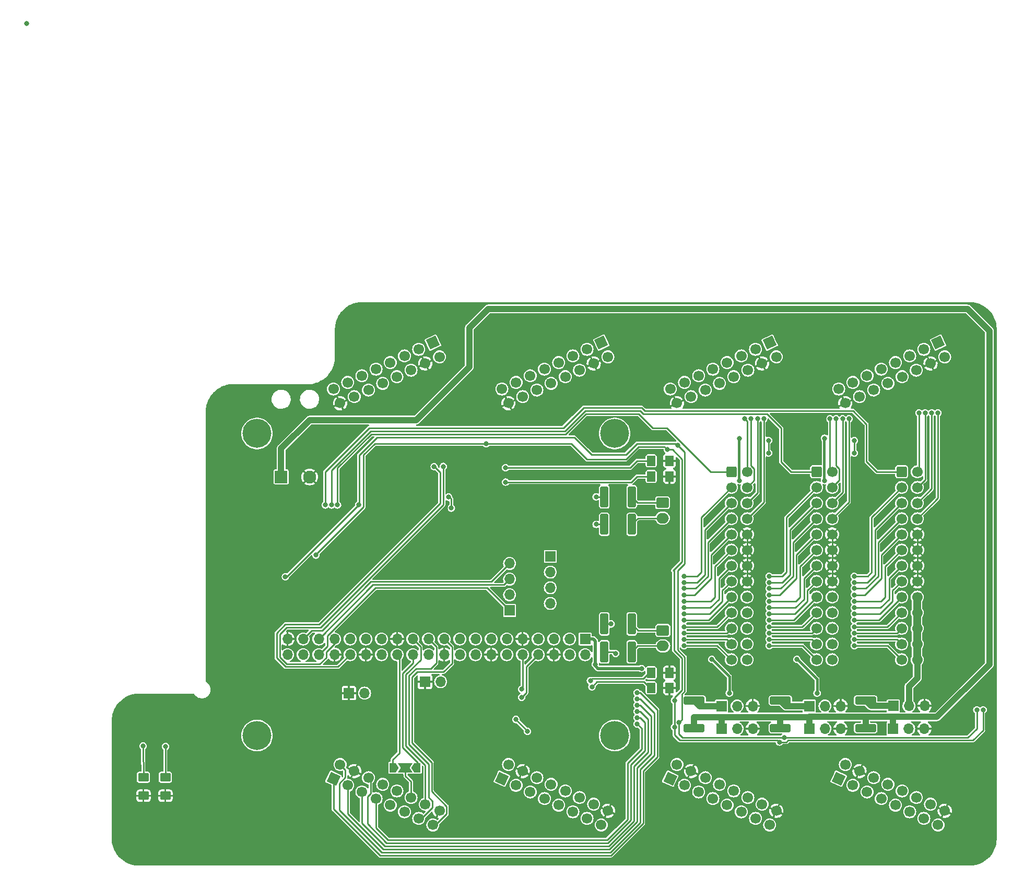
<source format=gbr>
%TF.GenerationSoftware,KiCad,Pcbnew,7.0.7*%
%TF.CreationDate,2023-11-19T22:39:33+01:00*%
%TF.ProjectId,LITEXCNC-HUB75HAT,4c495445-5843-44e4-932d-485542373548,rev?*%
%TF.SameCoordinates,Original*%
%TF.FileFunction,Copper,L1,Top*%
%TF.FilePolarity,Positive*%
%FSLAX46Y46*%
G04 Gerber Fmt 4.6, Leading zero omitted, Abs format (unit mm)*
G04 Created by KiCad (PCBNEW 7.0.7) date 2023-11-19 22:39:33*
%MOMM*%
%LPD*%
G01*
G04 APERTURE LIST*
G04 Aperture macros list*
%AMRoundRect*
0 Rectangle with rounded corners*
0 $1 Rounding radius*
0 $2 $3 $4 $5 $6 $7 $8 $9 X,Y pos of 4 corners*
0 Add a 4 corners polygon primitive as box body*
4,1,4,$2,$3,$4,$5,$6,$7,$8,$9,$2,$3,0*
0 Add four circle primitives for the rounded corners*
1,1,$1+$1,$2,$3*
1,1,$1+$1,$4,$5*
1,1,$1+$1,$6,$7*
1,1,$1+$1,$8,$9*
0 Add four rect primitives between the rounded corners*
20,1,$1+$1,$2,$3,$4,$5,0*
20,1,$1+$1,$4,$5,$6,$7,0*
20,1,$1+$1,$6,$7,$8,$9,0*
20,1,$1+$1,$8,$9,$2,$3,0*%
%AMHorizOval*
0 Thick line with rounded ends*
0 $1 width*
0 $2 $3 position (X,Y) of the first rounded end (center of the circle)*
0 $4 $5 position (X,Y) of the second rounded end (center of the circle)*
0 Add line between two ends*
20,1,$1,$2,$3,$4,$5,0*
0 Add two circle primitives to create the rounded ends*
1,1,$1,$2,$3*
1,1,$1,$4,$5*%
%AMRotRect*
0 Rectangle, with rotation*
0 The origin of the aperture is its center*
0 $1 length*
0 $2 width*
0 $3 Rotation angle, in degrees counterclockwise*
0 Add horizontal line*
21,1,$1,$2,0,0,$3*%
%AMFreePoly0*
4,1,6,1.000000,0.000000,0.500000,-0.750000,-0.500000,-0.750000,-0.500000,0.750000,0.500000,0.750000,1.000000,0.000000,1.000000,0.000000,$1*%
%AMFreePoly1*
4,1,7,0.700000,0.000000,1.200000,-0.750000,-1.200000,-0.750000,-0.700000,0.000000,-1.200000,0.750000,1.200000,0.750000,0.700000,0.000000,0.700000,0.000000,$1*%
G04 Aperture macros list end*
%TA.AperFunction,ComponentPad*%
%ADD10R,1.700000X1.700000*%
%TD*%
%TA.AperFunction,ComponentPad*%
%ADD11O,1.700000X1.700000*%
%TD*%
%TA.AperFunction,ComponentPad*%
%ADD12RoundRect,0.250000X-0.600000X-0.600000X0.600000X-0.600000X0.600000X0.600000X-0.600000X0.600000X0*%
%TD*%
%TA.AperFunction,ComponentPad*%
%ADD13C,1.700000*%
%TD*%
%TA.AperFunction,SMDPad,CuDef*%
%ADD14RoundRect,0.250000X-0.400000X-1.450000X0.400000X-1.450000X0.400000X1.450000X-0.400000X1.450000X0*%
%TD*%
%TA.AperFunction,SMDPad,CuDef*%
%ADD15RoundRect,0.250000X1.450000X-0.400000X1.450000X0.400000X-1.450000X0.400000X-1.450000X-0.400000X0*%
%TD*%
%TA.AperFunction,SMDPad,CuDef*%
%ADD16RoundRect,0.250001X0.462499X0.624999X-0.462499X0.624999X-0.462499X-0.624999X0.462499X-0.624999X0*%
%TD*%
%TA.AperFunction,SMDPad,CuDef*%
%ADD17RoundRect,0.250001X0.624999X-0.462499X0.624999X0.462499X-0.624999X0.462499X-0.624999X-0.462499X0*%
%TD*%
%TA.AperFunction,ComponentPad*%
%ADD18RoundRect,0.250000X-0.750000X0.600000X-0.750000X-0.600000X0.750000X-0.600000X0.750000X0.600000X0*%
%TD*%
%TA.AperFunction,ComponentPad*%
%ADD19O,2.000000X1.700000*%
%TD*%
%TA.AperFunction,SMDPad,CuDef*%
%ADD20RoundRect,0.250000X0.400000X1.450000X-0.400000X1.450000X-0.400000X-1.450000X0.400000X-1.450000X0*%
%TD*%
%TA.AperFunction,SMDPad,CuDef*%
%ADD21FreePoly0,180.000000*%
%TD*%
%TA.AperFunction,SMDPad,CuDef*%
%ADD22FreePoly1,180.000000*%
%TD*%
%TA.AperFunction,SMDPad,CuDef*%
%ADD23FreePoly0,0.000000*%
%TD*%
%TA.AperFunction,ComponentPad*%
%ADD24C,3.100000*%
%TD*%
%TA.AperFunction,ConnectorPad*%
%ADD25C,4.700000*%
%TD*%
%TA.AperFunction,ComponentPad*%
%ADD26RotRect,1.700000X1.700000X115.000000*%
%TD*%
%TA.AperFunction,ComponentPad*%
%ADD27HorizOval,1.700000X0.000000X0.000000X0.000000X0.000000X0*%
%TD*%
%TA.AperFunction,ComponentPad*%
%ADD28RotRect,1.700000X1.700000X245.000000*%
%TD*%
%TA.AperFunction,ComponentPad*%
%ADD29HorizOval,1.700000X0.000000X0.000000X0.000000X0.000000X0*%
%TD*%
%TA.AperFunction,ComponentPad*%
%ADD30RoundRect,0.250001X-0.799999X-0.799999X0.799999X-0.799999X0.799999X0.799999X-0.799999X0.799999X0*%
%TD*%
%TA.AperFunction,ComponentPad*%
%ADD31C,2.100000*%
%TD*%
%TA.AperFunction,ViaPad*%
%ADD32C,0.800000*%
%TD*%
%TA.AperFunction,Conductor*%
%ADD33C,0.250000*%
%TD*%
%TA.AperFunction,Conductor*%
%ADD34C,0.500000*%
%TD*%
%TA.AperFunction,Conductor*%
%ADD35C,1.000000*%
%TD*%
%TA.AperFunction,Conductor*%
%ADD36C,1.270000*%
%TD*%
%TA.AperFunction,Conductor*%
%ADD37C,0.400000*%
%TD*%
G04 APERTURE END LIST*
D10*
%TO.P,J17,1,Pin_1*%
%TO.N,+3.3V*%
X76768000Y36772800D03*
D11*
%TO.P,J17,2,Pin_2*%
%TO.N,+5V*%
X76768000Y34232800D03*
%TO.P,J17,3,Pin_3*%
%TO.N,unconnected-(J17-Pin_3-Pad3)*%
X74228000Y36772800D03*
%TO.P,J17,4,Pin_4*%
%TO.N,+5V*%
X74228000Y34232800D03*
%TO.P,J17,5,Pin_5*%
%TO.N,unconnected-(J17-Pin_5-Pad5)*%
X71688000Y36772800D03*
%TO.P,J17,6,Pin_6*%
%TO.N,GND*%
X71688000Y34232800D03*
%TO.P,J17,7,Pin_7*%
%TO.N,unconnected-(J17-Pin_7-Pad7)*%
X69148000Y36772800D03*
%TO.P,J17,8,Pin_8*%
%TO.N,TXD1*%
X69148000Y34232800D03*
%TO.P,J17,9,Pin_9*%
%TO.N,GND*%
X66608000Y36772800D03*
%TO.P,J17,10,Pin_10*%
%TO.N,RXD1*%
X66608000Y34232800D03*
%TO.P,J17,11,Pin_11*%
%TO.N,unconnected-(J17-Pin_11-Pad11)*%
X64068000Y36772800D03*
%TO.P,J17,12,Pin_12*%
%TO.N,unconnected-(J17-Pin_12-Pad12)*%
X64068000Y34232800D03*
%TO.P,J17,13,Pin_13*%
%TO.N,unconnected-(J17-Pin_13-Pad13)*%
X61528000Y36772800D03*
%TO.P,J17,14,Pin_14*%
%TO.N,GND*%
X61528000Y34232800D03*
%TO.P,J17,15,Pin_15*%
%TO.N,unconnected-(J17-Pin_15-Pad15)*%
X58988000Y36772800D03*
%TO.P,J17,16,Pin_16*%
%TO.N,unconnected-(J17-Pin_16-Pad16)*%
X58988000Y34232800D03*
%TO.P,J17,17,Pin_17*%
%TO.N,unconnected-(J17-Pin_17-Pad17)*%
X56448000Y36772800D03*
%TO.P,J17,18,Pin_18*%
%TO.N,unconnected-(J17-Pin_18-Pad18)*%
X56448000Y34232800D03*
%TO.P,J17,19,Pin_19*%
%TO.N,SPI_MOSI*%
X53908000Y36772800D03*
%TO.P,J17,20,Pin_20*%
%TO.N,GND*%
X53908000Y34232800D03*
%TO.P,J17,21,Pin_21*%
%TO.N,SPI_MISO*%
X51368000Y36772800D03*
%TO.P,J17,22,Pin_22*%
%TO.N,unconnected-(J17-Pin_22-Pad22)*%
X51368000Y34232800D03*
%TO.P,J17,23,Pin_23*%
%TO.N,SPI_CLCK*%
X48828000Y36772800D03*
%TO.P,J17,24,Pin_24*%
%TO.N,SPI_CE0*%
X48828000Y34232800D03*
%TO.P,J17,25,Pin_25*%
%TO.N,GND*%
X46288000Y36772800D03*
%TO.P,J17,26,Pin_26*%
%TO.N,SPI_CE1*%
X46288000Y34232800D03*
%TO.P,J17,27,Pin_27*%
%TO.N,unconnected-(J17-Pin_27-Pad27)*%
X43748000Y36772800D03*
%TO.P,J17,28,Pin_28*%
%TO.N,unconnected-(J17-Pin_28-Pad28)*%
X43748000Y34232800D03*
%TO.P,J17,29,Pin_29*%
%TO.N,unconnected-(J17-Pin_29-Pad29)*%
X41208000Y36772800D03*
%TO.P,J17,30,Pin_30*%
%TO.N,GND*%
X41208000Y34232800D03*
%TO.P,J17,31,Pin_31*%
%TO.N,/JTAG.TMS*%
X38668000Y36772800D03*
%TO.P,J17,32,Pin_32*%
%TO.N,TXD5*%
X38668000Y34232800D03*
%TO.P,J17,33,Pin_33*%
%TO.N,RXD5*%
X36128000Y36772800D03*
%TO.P,J17,34,Pin_34*%
%TO.N,GND*%
X36128000Y34232800D03*
%TO.P,J17,35,Pin_35*%
%TO.N,/JTAG.TDI*%
X33588000Y36772800D03*
%TO.P,J17,36,Pin_36*%
%TO.N,/JTAG.TCK*%
X33588000Y34232800D03*
%TO.P,J17,37,Pin_37*%
%TO.N,/JTAG.TDO*%
X31048000Y36772800D03*
%TO.P,J17,38,Pin_38*%
%TO.N,unconnected-(J17-Pin_38-Pad38)*%
X31048000Y34232800D03*
%TO.P,J17,39,Pin_39*%
%TO.N,GND*%
X28508000Y36772800D03*
%TO.P,J17,40,Pin_40*%
%TO.N,unconnected-(J17-Pin_40-Pad40)*%
X28508000Y34232800D03*
%TD*%
D12*
%TO.P,IO2,1,Pin_1*%
%TO.N,PORTB1*%
X114270000Y63900000D03*
D13*
%TO.P,IO2,2,Pin_2*%
%TO.N,PORTB14*%
X116810000Y63900000D03*
%TO.P,IO2,3,Pin_3*%
%TO.N,PORTB2*%
X114270000Y61360000D03*
%TO.P,IO2,4,Pin_4*%
%TO.N,PORTB15*%
X116810000Y61360000D03*
%TO.P,IO2,5,Pin_5*%
%TO.N,PORTB3*%
X114270000Y58820000D03*
%TO.P,IO2,6,Pin_6*%
%TO.N,PORTB16*%
X116810000Y58820000D03*
%TO.P,IO2,7,Pin_7*%
%TO.N,PORTB4*%
X114270000Y56280000D03*
%TO.P,IO2,8,Pin_8*%
%TO.N,PORTB17*%
X116810000Y56280000D03*
%TO.P,IO2,9,Pin_9*%
%TO.N,PORTB5*%
X114270000Y53740000D03*
%TO.P,IO2,10,Pin_10*%
%TO.N,GND*%
X116810000Y53740000D03*
%TO.P,IO2,11,Pin_11*%
%TO.N,PORTB6*%
X114270000Y51200000D03*
%TO.P,IO2,12,Pin_12*%
%TO.N,GND*%
X116810000Y51200000D03*
%TO.P,IO2,13,Pin_13*%
%TO.N,PORTB7*%
X114270000Y48660000D03*
%TO.P,IO2,14,Pin_14*%
%TO.N,GND*%
X116810000Y48660000D03*
%TO.P,IO2,15,Pin_15*%
%TO.N,PORTB8*%
X114270000Y46120000D03*
%TO.P,IO2,16,Pin_16*%
%TO.N,GND*%
X116810000Y46120000D03*
%TO.P,IO2,17,Pin_17*%
%TO.N,PORTB9*%
X114270000Y43580000D03*
%TO.P,IO2,18,Pin_18*%
%TO.N,POWOPB*%
X116810000Y43580000D03*
%TO.P,IO2,19,Pin_19*%
%TO.N,PORTB10*%
X114270000Y41040000D03*
%TO.P,IO2,20,Pin_20*%
%TO.N,POWOPB*%
X116810000Y41040000D03*
%TO.P,IO2,21,Pin_21*%
%TO.N,PORTB11*%
X114270000Y38500000D03*
%TO.P,IO2,22,Pin_22*%
%TO.N,POWOPB*%
X116810000Y38500000D03*
%TO.P,IO2,23,Pin_23*%
%TO.N,PORTB12*%
X114270000Y35960000D03*
%TO.P,IO2,24,Pin_24*%
%TO.N,POWOPB*%
X116810000Y35960000D03*
%TO.P,IO2,25,Pin_25*%
%TO.N,PORTB13*%
X114270000Y33420000D03*
%TO.P,IO2,26,Pin_26*%
%TO.N,POWOPB*%
X116810000Y33420000D03*
%TD*%
D14*
%TO.P,F3,1*%
%TO.N,Net-(D11-A1)*%
X79877000Y34690000D03*
%TO.P,F3,2*%
%TO.N,Net-(J21-Pin_2)*%
X84327000Y34690000D03*
%TD*%
%TO.P,F1,1*%
%TO.N,Net-(D5-A1)*%
X79877000Y55376400D03*
%TO.P,F1,2*%
%TO.N,Net-(J20-Pin_2)*%
X84327000Y55376400D03*
%TD*%
D15*
%TO.P,F7,1*%
%TO.N,+5V*%
X94446400Y22345600D03*
%TO.P,F7,2*%
%TO.N,Net-(JP3-A)*%
X94446400Y26795600D03*
%TD*%
D16*
%TO.P,D9,1,K*%
%TO.N,GND*%
X90447500Y28848000D03*
%TO.P,D9,2,A*%
%TO.N,Net-(D9-A)*%
X87472500Y28848000D03*
%TD*%
D10*
%TO.P,JP6,1,A*%
%TO.N,+5V*%
X98866000Y22244000D03*
D11*
%TO.P,JP6,2,C*%
%TO.N,Net-(JP6-C)*%
X101406000Y22244000D03*
%TO.P,JP6,3,B*%
%TO.N,GND*%
X103946000Y22244000D03*
%TD*%
D17*
%TO.P,D1,1,K*%
%TO.N,GND*%
X5140000Y11358500D03*
%TO.P,D1,2,A*%
%TO.N,Net-(D1-A)*%
X5140000Y14333500D03*
%TD*%
D16*
%TO.P,D6,1,K*%
%TO.N,GND*%
X90447500Y65678000D03*
%TO.P,D6,2,A*%
%TO.N,Net-(D6-A)*%
X87472500Y65678000D03*
%TD*%
D10*
%TO.P,JP4,1,A*%
%TO.N,+5V*%
X126679000Y22244000D03*
D11*
%TO.P,JP4,2,C*%
%TO.N,Net-(JP4-C)*%
X129219000Y22244000D03*
%TO.P,JP4,3,B*%
%TO.N,GND*%
X131759000Y22244000D03*
%TD*%
D10*
%TO.P,JP1,1,A*%
%TO.N,Net-(JP1-A)*%
X126716000Y25927000D03*
D11*
%TO.P,JP1,2,C*%
%TO.N,POWOPA*%
X129256000Y25927000D03*
%TO.P,JP1,3,B*%
%TO.N,GND*%
X131796000Y25927000D03*
%TD*%
D18*
%TO.P,RS485-5,1,Pin_1*%
%TO.N,Net-(J20-Pin_1)*%
X89315600Y58881600D03*
D19*
%TO.P,RS485-5,2,Pin_2*%
%TO.N,Net-(J20-Pin_2)*%
X89315600Y56381600D03*
%TD*%
D17*
%TO.P,D2,1,K*%
%TO.N,GND*%
X8696000Y11358500D03*
%TO.P,D2,2,A*%
%TO.N,Net-(D2-A)*%
X8696000Y14333500D03*
%TD*%
D10*
%TO.P,JP3,1,A*%
%TO.N,Net-(JP3-A)*%
X98866000Y25901600D03*
D11*
%TO.P,JP3,2,C*%
%TO.N,POWOPC*%
X101406000Y25901600D03*
%TO.P,JP3,3,B*%
%TO.N,GND*%
X103946000Y25901600D03*
%TD*%
D20*
%TO.P,F4,1*%
%TO.N,Net-(J21-Pin_1)*%
X84327000Y39211200D03*
%TO.P,F4,2*%
%TO.N,Net-(D11-A2)*%
X79877000Y39211200D03*
%TD*%
D21*
%TO.P,JP7,1,A*%
%TO.N,SPI_CE0*%
X49558000Y15894000D03*
D22*
%TO.P,JP7,2,C*%
%TO.N,SPI_CS*%
X47558000Y15894000D03*
D23*
%TO.P,JP7,3,B*%
%TO.N,SPI_CE1*%
X45558000Y15894000D03*
%TD*%
D20*
%TO.P,F2,1*%
%TO.N,Net-(J20-Pin_1)*%
X84327000Y59846800D03*
%TO.P,F2,2*%
%TO.N,Net-(D5-A2)*%
X79877000Y59846800D03*
%TD*%
D16*
%TO.P,D7,1,K*%
%TO.N,GND*%
X90447500Y63138000D03*
%TO.P,D7,2,A*%
%TO.N,Net-(D7-A)*%
X87472500Y63138000D03*
%TD*%
D18*
%TO.P,RS485-1,1,Pin_1*%
%TO.N,Net-(J21-Pin_1)*%
X89366400Y38155200D03*
D19*
%TO.P,RS485-1,2,Pin_2*%
%TO.N,Net-(J21-Pin_2)*%
X89366400Y35655200D03*
%TD*%
D10*
%TO.P,JP5,1,A*%
%TO.N,+5V*%
X113090000Y22244000D03*
D11*
%TO.P,JP5,2,C*%
%TO.N,Net-(JP5-C)*%
X115630000Y22244000D03*
%TO.P,JP5,3,B*%
%TO.N,GND*%
X118170000Y22244000D03*
%TD*%
D24*
%TO.P,REF\u002A\u002A,1*%
%TO.N,N/C*%
X23560000Y70112000D03*
D25*
X23560000Y70112000D03*
%TD*%
D24*
%TO.P,REF\u002A\u002A,1*%
%TO.N,N/C*%
X81560000Y21112000D03*
D25*
X81560000Y21112000D03*
%TD*%
D15*
%TO.P,F5,1*%
%TO.N,+5V*%
X122234000Y22345600D03*
%TO.P,F5,2*%
%TO.N,Net-(JP1-A)*%
X122234000Y26795600D03*
%TD*%
D24*
%TO.P,REF\u002A\u002A,1*%
%TO.N,N/C*%
X23560000Y21112000D03*
D25*
X23560000Y21112000D03*
%TD*%
D10*
%TO.P,JP2,1,A*%
%TO.N,Net-(JP2-A)*%
X113105000Y25901600D03*
D11*
%TO.P,JP2,2,C*%
%TO.N,POWOPB*%
X115645000Y25901600D03*
%TO.P,JP2,3,B*%
%TO.N,GND*%
X118185000Y25901600D03*
%TD*%
D15*
%TO.P,F6,1*%
%TO.N,+5V*%
X108416400Y22345600D03*
%TO.P,F6,2*%
%TO.N,Net-(JP2-A)*%
X108416400Y26795600D03*
%TD*%
D12*
%TO.P,IO3,1,Pin_1*%
%TO.N,PORTC1*%
X100464000Y63900000D03*
D13*
%TO.P,IO3,2,Pin_2*%
%TO.N,PORTC14*%
X103004000Y63900000D03*
%TO.P,IO3,3,Pin_3*%
%TO.N,PORTC2*%
X100464000Y61360000D03*
%TO.P,IO3,4,Pin_4*%
%TO.N,PORTC15*%
X103004000Y61360000D03*
%TO.P,IO3,5,Pin_5*%
%TO.N,PORTC3*%
X100464000Y58820000D03*
%TO.P,IO3,6,Pin_6*%
%TO.N,PORTC16*%
X103004000Y58820000D03*
%TO.P,IO3,7,Pin_7*%
%TO.N,PORTC4*%
X100464000Y56280000D03*
%TO.P,IO3,8,Pin_8*%
%TO.N,PORTC17*%
X103004000Y56280000D03*
%TO.P,IO3,9,Pin_9*%
%TO.N,PORTC5*%
X100464000Y53740000D03*
%TO.P,IO3,10,Pin_10*%
%TO.N,GND*%
X103004000Y53740000D03*
%TO.P,IO3,11,Pin_11*%
%TO.N,PORTC6*%
X100464000Y51200000D03*
%TO.P,IO3,12,Pin_12*%
%TO.N,GND*%
X103004000Y51200000D03*
%TO.P,IO3,13,Pin_13*%
%TO.N,PORTC7*%
X100464000Y48660000D03*
%TO.P,IO3,14,Pin_14*%
%TO.N,GND*%
X103004000Y48660000D03*
%TO.P,IO3,15,Pin_15*%
%TO.N,PORTC8*%
X100464000Y46120000D03*
%TO.P,IO3,16,Pin_16*%
%TO.N,GND*%
X103004000Y46120000D03*
%TO.P,IO3,17,Pin_17*%
%TO.N,PORTC9*%
X100464000Y43580000D03*
%TO.P,IO3,18,Pin_18*%
%TO.N,POWOPC*%
X103004000Y43580000D03*
%TO.P,IO3,19,Pin_19*%
%TO.N,PORTC10*%
X100464000Y41040000D03*
%TO.P,IO3,20,Pin_20*%
%TO.N,POWOPC*%
X103004000Y41040000D03*
%TO.P,IO3,21,Pin_21*%
%TO.N,PORTC11*%
X100464000Y38500000D03*
%TO.P,IO3,22,Pin_22*%
%TO.N,POWOPC*%
X103004000Y38500000D03*
%TO.P,IO3,23,Pin_23*%
%TO.N,PORTC12*%
X100464000Y35960000D03*
%TO.P,IO3,24,Pin_24*%
%TO.N,POWOPC*%
X103004000Y35960000D03*
%TO.P,IO3,25,Pin_25*%
%TO.N,PORTC13*%
X100464000Y33420000D03*
%TO.P,IO3,26,Pin_26*%
%TO.N,POWOPC*%
X103004000Y33420000D03*
%TD*%
D24*
%TO.P,REF\u002A\u002A,1*%
%TO.N,N/C*%
X81560000Y70112000D03*
D25*
X81560000Y70112000D03*
%TD*%
D12*
%TO.P,IO1,1,Pin_1*%
%TO.N,PORTA1*%
X128076000Y63900000D03*
D13*
%TO.P,IO1,2,Pin_2*%
%TO.N,PORTA14*%
X130616000Y63900000D03*
%TO.P,IO1,3,Pin_3*%
%TO.N,PORTA2*%
X128076000Y61360000D03*
%TO.P,IO1,4,Pin_4*%
%TO.N,PORTA15*%
X130616000Y61360000D03*
%TO.P,IO1,5,Pin_5*%
%TO.N,PORTA3*%
X128076000Y58820000D03*
%TO.P,IO1,6,Pin_6*%
%TO.N,PORTA16*%
X130616000Y58820000D03*
%TO.P,IO1,7,Pin_7*%
%TO.N,PORTA4*%
X128076000Y56280000D03*
%TO.P,IO1,8,Pin_8*%
%TO.N,PORTA17*%
X130616000Y56280000D03*
%TO.P,IO1,9,Pin_9*%
%TO.N,PORTA5*%
X128076000Y53740000D03*
%TO.P,IO1,10,Pin_10*%
%TO.N,GND*%
X130616000Y53740000D03*
%TO.P,IO1,11,Pin_11*%
%TO.N,PORTA6*%
X128076000Y51200000D03*
%TO.P,IO1,12,Pin_12*%
%TO.N,GND*%
X130616000Y51200000D03*
%TO.P,IO1,13,Pin_13*%
%TO.N,PORTA7*%
X128076000Y48660000D03*
%TO.P,IO1,14,Pin_14*%
%TO.N,GND*%
X130616000Y48660000D03*
%TO.P,IO1,15,Pin_15*%
%TO.N,PORTA8*%
X128076000Y46120000D03*
%TO.P,IO1,16,Pin_16*%
%TO.N,GND*%
X130616000Y46120000D03*
%TO.P,IO1,17,Pin_17*%
%TO.N,PORTA9*%
X128076000Y43580000D03*
%TO.P,IO1,18,Pin_18*%
%TO.N,POWOPA*%
X130616000Y43580000D03*
%TO.P,IO1,19,Pin_19*%
%TO.N,PORTA10*%
X128076000Y41040000D03*
%TO.P,IO1,20,Pin_20*%
%TO.N,POWOPA*%
X130616000Y41040000D03*
%TO.P,IO1,21,Pin_21*%
%TO.N,PORTA11*%
X128076000Y38500000D03*
%TO.P,IO1,22,Pin_22*%
%TO.N,POWOPA*%
X130616000Y38500000D03*
%TO.P,IO1,23,Pin_23*%
%TO.N,PORTA12*%
X128076000Y35960000D03*
%TO.P,IO1,24,Pin_24*%
%TO.N,POWOPA*%
X130616000Y35960000D03*
%TO.P,IO1,25,Pin_25*%
%TO.N,PORTA13*%
X128076000Y33420000D03*
%TO.P,IO1,26,Pin_26*%
%TO.N,POWOPA*%
X130616000Y33420000D03*
%TD*%
D16*
%TO.P,D8,1,K*%
%TO.N,GND*%
X90447500Y31286400D03*
%TO.P,D8,2,A*%
%TO.N,Net-(D8-A)*%
X87472500Y31286400D03*
%TD*%
D10*
%TO.P,J14,1,Pin_1*%
%TO.N,GND*%
X38460000Y28000000D03*
D11*
%TO.P,J14,2,Pin_2*%
%TO.N,unconnected-(J14-Pin_2-Pad2)*%
X41000000Y28000000D03*
%TD*%
D10*
%TO.P,J8,1,Pin_1*%
%TO.N,/JTAG.TCK*%
X71120000Y50165000D03*
D11*
%TO.P,J8,2,Pin_2*%
%TO.N,/JTAG.TMS*%
X71120000Y47625000D03*
%TO.P,J8,3,Pin_3*%
%TO.N,/JTAG.TDI*%
X71120000Y45085000D03*
%TO.P,J8,4,Pin_4*%
%TO.N,/JTAG.TDO*%
X71120000Y42545000D03*
%TD*%
D26*
%TO.P,J4,1,Pin_1*%
%TO.N,J5:0*%
X52070000Y84836000D03*
D27*
%TO.P,J4,2,Pin_2*%
%TO.N,J5:1*%
X53143450Y82533978D03*
%TO.P,J4,3,Pin_3*%
%TO.N,J5:2*%
X49767978Y83762550D03*
%TO.P,J4,4,Pin_4*%
%TO.N,GND*%
X50841429Y81460528D03*
%TO.P,J4,5,Pin_5*%
%TO.N,J5:4*%
X47465956Y82689099D03*
%TO.P,J4,6,Pin_6*%
%TO.N,J5:5*%
X48539407Y80387077D03*
%TO.P,J4,7,Pin_7*%
%TO.N,J5:6*%
X45163935Y81615649D03*
%TO.P,J4,8,Pin_8*%
%TO.N,unconnected-(J4-Pin_8-Pad8)*%
X46237385Y79313627D03*
%TO.P,J4,9,Pin_9*%
%TO.N,unconnected-(J4-Pin_9-Pad9)*%
X42861913Y80542198D03*
%TO.P,J4,10,Pin_10*%
%TO.N,unconnected-(J4-Pin_10-Pad10)*%
X43935363Y78240177D03*
%TO.P,J4,11,Pin_11*%
%TO.N,unconnected-(J4-Pin_11-Pad11)*%
X40559891Y79468748D03*
%TO.P,J4,12,Pin_12*%
%TO.N,unconnected-(J4-Pin_12-Pad12)*%
X41633341Y77166726D03*
%TO.P,J4,13,Pin_13*%
%TO.N,unconnected-(J4-Pin_13-Pad13)*%
X38257869Y78395298D03*
%TO.P,J4,14,Pin_14*%
%TO.N,unconnected-(J4-Pin_14-Pad14)*%
X39331320Y76093276D03*
%TO.P,J4,15,Pin_15*%
%TO.N,unconnected-(J4-Pin_15-Pad15)*%
X35955848Y77321847D03*
%TO.P,J4,16,Pin_16*%
%TO.N,GND*%
X37029298Y75019826D03*
%TD*%
D10*
%TO.P,J13,1,Pin_1*%
%TO.N,GND*%
X50800000Y29845000D03*
D11*
%TO.P,J13,2,Pin_2*%
%TO.N,unconnected-(J13-Pin_2-Pad2)*%
X53340000Y29845000D03*
%TD*%
D28*
%TO.P,J12,1,Pin_1*%
%TO.N,J2:0*%
X90565848Y14118153D03*
D29*
%TO.P,J12,2,Pin_2*%
%TO.N,J2:1*%
X91639298Y16420175D03*
%TO.P,J12,3,Pin_3*%
%TO.N,J2:2*%
X92867870Y13044703D03*
%TO.P,J12,4,Pin_4*%
%TO.N,GND*%
X93941320Y15346724D03*
%TO.P,J12,5,Pin_5*%
%TO.N,J2:4*%
X95169892Y11971252D03*
%TO.P,J12,6,Pin_6*%
%TO.N,J2:5*%
X96243342Y14273274D03*
%TO.P,J12,7,Pin_7*%
%TO.N,J2:6*%
X97471913Y10897802D03*
%TO.P,J12,8,Pin_8*%
%TO.N,unconnected-(J12-Pin_8-Pad8)*%
X98545364Y13199824D03*
%TO.P,J12,9,Pin_9*%
%TO.N,unconnected-(J12-Pin_9-Pad9)*%
X99773935Y9824351D03*
%TO.P,J12,10,Pin_10*%
%TO.N,unconnected-(J12-Pin_10-Pad10)*%
X100847386Y12126373D03*
%TO.P,J12,11,Pin_11*%
%TO.N,unconnected-(J12-Pin_11-Pad11)*%
X102075957Y8750901D03*
%TO.P,J12,12,Pin_12*%
%TO.N,unconnected-(J12-Pin_12-Pad12)*%
X103149407Y11052923D03*
%TO.P,J12,13,Pin_13*%
%TO.N,unconnected-(J12-Pin_13-Pad13)*%
X104377979Y7677451D03*
%TO.P,J12,14,Pin_14*%
%TO.N,unconnected-(J12-Pin_14-Pad14)*%
X105451429Y9979472D03*
%TO.P,J12,15,Pin_15*%
%TO.N,unconnected-(J12-Pin_15-Pad15)*%
X106680000Y6604000D03*
%TO.P,J12,16,Pin_16*%
%TO.N,GND*%
X107753451Y8906022D03*
%TD*%
D28*
%TO.P,J11,1,Pin_1*%
%TO.N,J1:0*%
X117870848Y14118153D03*
D29*
%TO.P,J11,2,Pin_2*%
%TO.N,J1:1*%
X118944298Y16420175D03*
%TO.P,J11,3,Pin_3*%
%TO.N,J1:2*%
X120172870Y13044703D03*
%TO.P,J11,4,Pin_4*%
%TO.N,GND*%
X121246320Y15346724D03*
%TO.P,J11,5,Pin_5*%
%TO.N,J1:4*%
X122474892Y11971252D03*
%TO.P,J11,6,Pin_6*%
%TO.N,J1:5*%
X123548342Y14273274D03*
%TO.P,J11,7,Pin_7*%
%TO.N,J1:6*%
X124776913Y10897802D03*
%TO.P,J11,8,Pin_8*%
%TO.N,unconnected-(J11-Pin_8-Pad8)*%
X125850364Y13199824D03*
%TO.P,J11,9,Pin_9*%
%TO.N,unconnected-(J11-Pin_9-Pad9)*%
X127078935Y9824351D03*
%TO.P,J11,10,Pin_10*%
%TO.N,unconnected-(J11-Pin_10-Pad10)*%
X128152386Y12126373D03*
%TO.P,J11,11,Pin_11*%
%TO.N,unconnected-(J11-Pin_11-Pad11)*%
X129380957Y8750901D03*
%TO.P,J11,12,Pin_12*%
%TO.N,unconnected-(J11-Pin_12-Pad12)*%
X130454407Y11052923D03*
%TO.P,J11,13,Pin_13*%
%TO.N,unconnected-(J11-Pin_13-Pad13)*%
X131682979Y7677451D03*
%TO.P,J11,14,Pin_14*%
%TO.N,unconnected-(J11-Pin_14-Pad14)*%
X132756429Y9979472D03*
%TO.P,J11,15,Pin_15*%
%TO.N,unconnected-(J11-Pin_15-Pad15)*%
X133985000Y6604000D03*
%TO.P,J11,16,Pin_16*%
%TO.N,GND*%
X135058451Y8906022D03*
%TD*%
D26*
%TO.P,J6,1,Pin_1*%
%TO.N,J7:0*%
X106680000Y84836000D03*
D27*
%TO.P,J6,2,Pin_2*%
%TO.N,J7:1*%
X107753450Y82533978D03*
%TO.P,J6,3,Pin_3*%
%TO.N,J7:2*%
X104377978Y83762550D03*
%TO.P,J6,4,Pin_4*%
%TO.N,GND*%
X105451429Y81460528D03*
%TO.P,J6,5,Pin_5*%
%TO.N,J7:4*%
X102075956Y82689099D03*
%TO.P,J6,6,Pin_6*%
%TO.N,J7:5*%
X103149407Y80387077D03*
%TO.P,J6,7,Pin_7*%
%TO.N,J7:6*%
X99773935Y81615649D03*
%TO.P,J6,8,Pin_8*%
%TO.N,unconnected-(J6-Pin_8-Pad8)*%
X100847385Y79313627D03*
%TO.P,J6,9,Pin_9*%
%TO.N,unconnected-(J6-Pin_9-Pad9)*%
X97471913Y80542198D03*
%TO.P,J6,10,Pin_10*%
%TO.N,unconnected-(J6-Pin_10-Pad10)*%
X98545363Y78240177D03*
%TO.P,J6,11,Pin_11*%
%TO.N,unconnected-(J6-Pin_11-Pad11)*%
X95169891Y79468748D03*
%TO.P,J6,12,Pin_12*%
%TO.N,unconnected-(J6-Pin_12-Pad12)*%
X96243341Y77166726D03*
%TO.P,J6,13,Pin_13*%
%TO.N,unconnected-(J6-Pin_13-Pad13)*%
X92867869Y78395298D03*
%TO.P,J6,14,Pin_14*%
%TO.N,unconnected-(J6-Pin_14-Pad14)*%
X93941320Y76093276D03*
%TO.P,J6,15,Pin_15*%
%TO.N,unconnected-(J6-Pin_15-Pad15)*%
X90565848Y77321847D03*
%TO.P,J6,16,Pin_16*%
%TO.N,GND*%
X91639298Y75019826D03*
%TD*%
D28*
%TO.P,J15,1,Pin_1*%
%TO.N,J3:0*%
X63260848Y14118153D03*
D29*
%TO.P,J15,2,Pin_2*%
%TO.N,J3:1*%
X64334298Y16420175D03*
%TO.P,J15,3,Pin_3*%
%TO.N,J3:2*%
X65562870Y13044703D03*
%TO.P,J15,4,Pin_4*%
%TO.N,GND*%
X66636320Y15346724D03*
%TO.P,J15,5,Pin_5*%
%TO.N,J3:4*%
X67864892Y11971252D03*
%TO.P,J15,6,Pin_6*%
%TO.N,J3:5*%
X68938342Y14273274D03*
%TO.P,J15,7,Pin_7*%
%TO.N,J3:6*%
X70166913Y10897802D03*
%TO.P,J15,8,Pin_8*%
%TO.N,unconnected-(J15-Pin_8-Pad8)*%
X71240364Y13199824D03*
%TO.P,J15,9,Pin_9*%
%TO.N,unconnected-(J15-Pin_9-Pad9)*%
X72468935Y9824351D03*
%TO.P,J15,10,Pin_10*%
%TO.N,unconnected-(J15-Pin_10-Pad10)*%
X73542386Y12126373D03*
%TO.P,J15,11,Pin_11*%
%TO.N,unconnected-(J15-Pin_11-Pad11)*%
X74770957Y8750901D03*
%TO.P,J15,12,Pin_12*%
%TO.N,unconnected-(J15-Pin_12-Pad12)*%
X75844407Y11052923D03*
%TO.P,J15,13,Pin_13*%
%TO.N,unconnected-(J15-Pin_13-Pad13)*%
X77072979Y7677451D03*
%TO.P,J15,14,Pin_14*%
%TO.N,unconnected-(J15-Pin_14-Pad14)*%
X78146429Y9979472D03*
%TO.P,J15,15,Pin_15*%
%TO.N,unconnected-(J15-Pin_15-Pad15)*%
X79375000Y6604000D03*
%TO.P,J15,16,Pin_16*%
%TO.N,GND*%
X80448451Y8906022D03*
%TD*%
D10*
%TO.P,J7,1,Pin_1*%
%TO.N,/JTAG.TCK*%
X64516000Y41402000D03*
D11*
%TO.P,J7,2,Pin_2*%
%TO.N,/JTAG.TMS*%
X64516000Y43942000D03*
%TO.P,J7,3,Pin_3*%
%TO.N,/JTAG.TDI*%
X64516000Y46482000D03*
%TO.P,J7,4,Pin_4*%
%TO.N,/JTAG.TDO*%
X64516000Y49022000D03*
%TD*%
D28*
%TO.P,J16,1,Pin_1*%
%TO.N,J4:0*%
X35955848Y14118153D03*
D29*
%TO.P,J16,2,Pin_2*%
%TO.N,J4:1*%
X37029298Y16420175D03*
%TO.P,J16,3,Pin_3*%
%TO.N,J4:2*%
X38257870Y13044703D03*
%TO.P,J16,4,Pin_4*%
%TO.N,GND*%
X39331320Y15346724D03*
%TO.P,J16,5,Pin_5*%
%TO.N,J4:4*%
X40559892Y11971252D03*
%TO.P,J16,6,Pin_6*%
%TO.N,J4:5*%
X41633342Y14273274D03*
%TO.P,J16,7,Pin_7*%
%TO.N,J4:6*%
X42861913Y10897802D03*
%TO.P,J16,8,Pin_8*%
%TO.N,J4:7*%
X43935364Y13199824D03*
%TO.P,J16,9,Pin_9*%
%TO.N,J4:8*%
X45163935Y9824351D03*
%TO.P,J16,10,Pin_10*%
%TO.N,J4:9*%
X46237386Y12126373D03*
%TO.P,J16,11,Pin_11*%
%TO.N,ENA_IN*%
X47465957Y8750901D03*
%TO.P,J16,12,Pin_12*%
%TO.N,SPI_CS*%
X48539407Y11052923D03*
%TO.P,J16,13,Pin_13*%
%TO.N,SPI_MISO*%
X49767979Y7677451D03*
%TO.P,J16,14,Pin_14*%
%TO.N,SPI_CLCK*%
X50841429Y9979472D03*
%TO.P,J16,15,Pin_15*%
%TO.N,SPI_MOSI*%
X52070000Y6604000D03*
%TO.P,J16,16,Pin_16*%
%TO.N,GND*%
X53143451Y8906022D03*
%TD*%
D30*
%TO.P,J10,1,Pin_1*%
%TO.N,+5V*%
X27478000Y63063000D03*
D31*
%TO.P,J10,2,Pin_2*%
%TO.N,GND*%
X32078000Y63063000D03*
%TD*%
D26*
%TO.P,J5,1,Pin_1*%
%TO.N,J6:0*%
X79375000Y84836000D03*
D27*
%TO.P,J5,2,Pin_2*%
%TO.N,J6:1*%
X80448450Y82533978D03*
%TO.P,J5,3,Pin_3*%
%TO.N,J6:2*%
X77072978Y83762550D03*
%TO.P,J5,4,Pin_4*%
%TO.N,GND*%
X78146429Y81460528D03*
%TO.P,J5,5,Pin_5*%
%TO.N,J6:4*%
X74770956Y82689099D03*
%TO.P,J5,6,Pin_6*%
%TO.N,J6:5*%
X75844407Y80387077D03*
%TO.P,J5,7,Pin_7*%
%TO.N,J6:6*%
X72468935Y81615649D03*
%TO.P,J5,8,Pin_8*%
%TO.N,unconnected-(J5-Pin_8-Pad8)*%
X73542385Y79313627D03*
%TO.P,J5,9,Pin_9*%
%TO.N,unconnected-(J5-Pin_9-Pad9)*%
X70166913Y80542198D03*
%TO.P,J5,10,Pin_10*%
%TO.N,unconnected-(J5-Pin_10-Pad10)*%
X71240363Y78240177D03*
%TO.P,J5,11,Pin_11*%
%TO.N,unconnected-(J5-Pin_11-Pad11)*%
X67864891Y79468748D03*
%TO.P,J5,12,Pin_12*%
%TO.N,unconnected-(J5-Pin_12-Pad12)*%
X68938341Y77166726D03*
%TO.P,J5,13,Pin_13*%
%TO.N,unconnected-(J5-Pin_13-Pad13)*%
X65562869Y78395298D03*
%TO.P,J5,14,Pin_14*%
%TO.N,unconnected-(J5-Pin_14-Pad14)*%
X66636320Y76093276D03*
%TO.P,J5,15,Pin_15*%
%TO.N,unconnected-(J5-Pin_15-Pad15)*%
X63260848Y77321847D03*
%TO.P,J5,16,Pin_16*%
%TO.N,GND*%
X64334298Y75019826D03*
%TD*%
D26*
%TO.P,J9,1,Pin_1*%
%TO.N,J8:0*%
X133985000Y84836000D03*
D27*
%TO.P,J9,2,Pin_2*%
%TO.N,J8:1*%
X135058450Y82533978D03*
%TO.P,J9,3,Pin_3*%
%TO.N,J8:2*%
X131682978Y83762550D03*
%TO.P,J9,4,Pin_4*%
%TO.N,GND*%
X132756429Y81460528D03*
%TO.P,J9,5,Pin_5*%
%TO.N,J8:4*%
X129380956Y82689099D03*
%TO.P,J9,6,Pin_6*%
%TO.N,J8:5*%
X130454407Y80387077D03*
%TO.P,J9,7,Pin_7*%
%TO.N,J8:6*%
X127078935Y81615649D03*
%TO.P,J9,8,Pin_8*%
%TO.N,unconnected-(J9-Pin_8-Pad8)*%
X128152385Y79313627D03*
%TO.P,J9,9,Pin_9*%
%TO.N,unconnected-(J9-Pin_9-Pad9)*%
X124776913Y80542198D03*
%TO.P,J9,10,Pin_10*%
%TO.N,unconnected-(J9-Pin_10-Pad10)*%
X125850363Y78240177D03*
%TO.P,J9,11,Pin_11*%
%TO.N,unconnected-(J9-Pin_11-Pad11)*%
X122474891Y79468748D03*
%TO.P,J9,12,Pin_12*%
%TO.N,unconnected-(J9-Pin_12-Pad12)*%
X123548341Y77166726D03*
%TO.P,J9,13,Pin_13*%
%TO.N,unconnected-(J9-Pin_13-Pad13)*%
X120172869Y78395298D03*
%TO.P,J9,14,Pin_14*%
%TO.N,unconnected-(J9-Pin_14-Pad14)*%
X121246320Y76093276D03*
%TO.P,J9,15,Pin_15*%
%TO.N,unconnected-(J9-Pin_15-Pad15)*%
X117870848Y77321847D03*
%TO.P,J9,16,Pin_16*%
%TO.N,GND*%
X118944298Y75019826D03*
%TD*%
D32*
%TO.N,*%
X-13757600Y136594800D03*
%TO.N,PORTA1*%
X34620497Y58515200D03*
%TO.N,PORTA14*%
X130886497Y73450400D03*
%TO.N,PORTA2*%
X120389200Y46969806D03*
%TO.N,PORTA15*%
X131886000Y73450400D03*
%TO.N,PORTA3*%
X120389200Y45970303D03*
%TO.N,PORTA16*%
X132952800Y73450400D03*
%TO.N,PORTA4*%
X120389200Y44970800D03*
%TO.N,PORTA17*%
X133952303Y73450400D03*
%TO.N,PORTA5*%
X120406133Y43937867D03*
%TO.N,PORTA6*%
X120389200Y42855006D03*
%TO.N,PORTA7*%
X120389200Y41855503D03*
%TO.N,PORTA8*%
X120389200Y40856000D03*
%TO.N,PORTA9*%
X120406133Y39823067D03*
%TO.N,PORTA10*%
X120389200Y38740206D03*
%TO.N,PORTA11*%
X120389200Y37740703D03*
%TO.N,PORTA12*%
X120389200Y36741200D03*
%TO.N,PORTA13*%
X120406133Y35708267D03*
%TO.N,GND*%
X71688000Y24377600D03*
X121370400Y59683600D03*
X117255600Y30778400D03*
X68284400Y27425600D03*
X88960000Y65678000D03*
X49844000Y13354000D03*
X42274800Y65830400D03*
X88096400Y69488000D03*
X63712400Y59531200D03*
X57718000Y47898000D03*
X51622000Y80156000D03*
X97810800Y52368400D03*
X75853600Y30778400D03*
X115579200Y39871600D03*
X134045000Y46374000D03*
X59191200Y66744800D03*
X106232000Y80156000D03*
X89874400Y24885600D03*
X112785200Y58769200D03*
X11693200Y24174400D03*
X134172000Y22625000D03*
X134172000Y29102000D03*
X63440605Y63247467D03*
X122234000Y16656000D03*
X67065200Y23717200D03*
X30692400Y22345600D03*
X35874000Y69742000D03*
X11896400Y26714400D03*
X97861600Y54959200D03*
X18906800Y47136000D03*
X57210000Y40278000D03*
X35772400Y43326000D03*
X111616800Y52368400D03*
X117255600Y28390800D03*
X111667600Y54959200D03*
X111718400Y49828400D03*
X97912400Y49828400D03*
X125586800Y49879200D03*
X77377600Y27425600D03*
X112785200Y56178400D03*
X88960000Y63138000D03*
X21751600Y41192400D03*
X72043600Y30321200D03*
X17382800Y26257200D03*
X126602800Y56280000D03*
X134324400Y58769200D03*
X24545600Y43224400D03*
X78800000Y80156000D03*
X58835600Y60750400D03*
X107502000Y59582000D03*
X16722400Y30626000D03*
X74736000Y66440000D03*
X26222000Y41141600D03*
X134045000Y38627000D03*
X133359200Y54806800D03*
X133562400Y57092800D03*
X27746000Y13862000D03*
X53908000Y11576000D03*
X77733200Y71774000D03*
X33994400Y48812400D03*
X125586800Y55010000D03*
X125586800Y52520800D03*
X57464000Y51454000D03*
X38261600Y61766400D03*
X25510800Y47796400D03*
X133156000Y79902000D03*
X66608000Y20212000D03*
X63407600Y27527200D03*
X78139600Y25342800D03*
X94294000Y32505600D03*
%TO.N,ENA*%
X40039600Y58566000D03*
X140268000Y25292000D03*
X109017867Y20784100D03*
X28152400Y46882000D03*
X91758299Y68213701D03*
X91970500Y23209200D03*
%TO.N,+3.3V*%
X78393600Y32658000D03*
X33130800Y50387200D03*
X106486000Y68980000D03*
X60710901Y68467701D03*
X120405200Y68929200D03*
X85912000Y31997600D03*
X120405200Y66948000D03*
X141284000Y25292000D03*
X91246000Y26816000D03*
X106486000Y66948000D03*
X90078770Y67493929D03*
X91246000Y22510112D03*
X108264000Y20059600D03*
%TO.N,PORTB8*%
X106584200Y40856000D03*
%TO.N,PORTB7*%
X106584200Y41855503D03*
%TO.N,PORTB6*%
X106584200Y42855006D03*
%TO.N,PORTB5*%
X106601133Y43937867D03*
%TO.N,PORTB4*%
X106584200Y44970800D03*
%TO.N,PORTB3*%
X106584200Y45970303D03*
%TO.N,PORTB2*%
X106584200Y46969806D03*
%TO.N,PORTB14*%
X116459297Y72485200D03*
%TO.N,PORTB13*%
X106601133Y35708267D03*
%TO.N,PORTB12*%
X106584200Y36741200D03*
%TO.N,PORTB11*%
X106584200Y37740703D03*
%TO.N,PORTB10*%
X106584200Y38740206D03*
%TO.N,PORTB17*%
X119525103Y72485200D03*
%TO.N,PORTB16*%
X118525600Y72485200D03*
%TO.N,PORTB15*%
X117458800Y72485200D03*
%TO.N,PORTC9*%
X92795133Y39823067D03*
%TO.N,PORTC8*%
X92778200Y40856000D03*
%TO.N,PORTC7*%
X92778200Y41855503D03*
%TO.N,PORTC6*%
X92778200Y42855006D03*
%TO.N,PORTC5*%
X92795133Y43937867D03*
%TO.N,PORTC4*%
X92778200Y44970800D03*
%TO.N,PORTC3*%
X92778200Y45970303D03*
%TO.N,PORTC2*%
X92778200Y46969806D03*
%TO.N,PORTC17*%
X105719103Y72485200D03*
%TO.N,PORTC16*%
X104719600Y72485200D03*
%TO.N,PORTC15*%
X103652800Y72485200D03*
%TO.N,PORTC14*%
X102653297Y72485200D03*
%TO.N,PORTC13*%
X92795133Y35708267D03*
%TO.N,PORTC12*%
X92778200Y36741200D03*
%TO.N,PORTC11*%
X92778200Y37740703D03*
%TO.N,PORTC10*%
X92778200Y38740206D03*
%TO.N,Net-(D1-A)*%
X5089200Y19399200D03*
%TO.N,PORTB9*%
X106601133Y39823067D03*
%TO.N,PORTB1*%
X35620000Y58515200D03*
%TO.N,Net-(JP5-C)*%
X114360000Y27984400D03*
X111108800Y33470800D03*
X115579200Y62477600D03*
X115579200Y69335600D03*
%TO.N,Net-(JP6-C)*%
X101773200Y69335600D03*
X100136000Y27984400D03*
X101773200Y62477600D03*
X97302800Y33470800D03*
%TO.N,J4:0*%
X85200800Y28069503D03*
%TO.N,J4:1*%
X85200800Y27070000D03*
%TO.N,J4:2*%
X85200800Y26054000D03*
%TO.N,J4:4*%
X85200800Y25038000D03*
%TO.N,J4:5*%
X85200800Y24022000D03*
%TO.N,J4:6*%
X85200800Y23006000D03*
%TO.N,PORTC1*%
X36619503Y58515200D03*
%TO.N,Net-(D5-A1)*%
X78546000Y55376400D03*
%TO.N,Net-(D5-A2)*%
X78546000Y59846800D03*
%TO.N,Net-(D6-A)*%
X63864800Y64560400D03*
%TO.N,Net-(D2-A)*%
X8746800Y19348400D03*
%TO.N,Net-(D7-A)*%
X63864800Y62223600D03*
%TO.N,Net-(D8-A)*%
X77605833Y29992394D03*
%TO.N,Net-(D9-A)*%
X77860200Y29025800D03*
%TO.N,Net-(D11-A1)*%
X81695600Y34436000D03*
%TO.N,Net-(D11-A2)*%
X80984400Y39211200D03*
%TO.N,TXD1*%
X66455600Y27324000D03*
%TO.N,RXD1*%
X66455600Y28644800D03*
%TO.N,Net-(U10-DE)*%
X55076400Y58007200D03*
X54619200Y59785200D03*
%TO.N,Net-(U12-DE)*%
X65541200Y23717200D03*
X67420800Y21786800D03*
%TO.N,TXD5*%
X52282400Y64712800D03*
%TO.N,RXD5*%
X53755600Y64763600D03*
%TD*%
D33*
%TO.N,PORTA1*%
X34604000Y58531697D02*
X34620497Y58515200D01*
X76514000Y74314000D02*
X73212000Y71012000D01*
X86420000Y73806000D02*
X85912000Y74314000D01*
X120202000Y73806000D02*
X86420000Y73806000D01*
X41716000Y71012000D02*
X34604000Y63900000D01*
X73212000Y71012000D02*
X41716000Y71012000D01*
X34604000Y63900000D02*
X34604000Y58531697D01*
X128076000Y63900000D02*
X124062800Y63900000D01*
X124062800Y63900000D02*
X122386400Y65576400D01*
X85912000Y74314000D02*
X76514000Y74314000D01*
X122386400Y65576400D02*
X122386400Y71621600D01*
X122386400Y71621600D02*
X120202000Y73806000D01*
%TO.N,PORTA14*%
X130886497Y73450400D02*
X130920800Y73416097D01*
X130920800Y73416097D02*
X130920800Y64204800D01*
X130920800Y64204800D02*
X130616000Y63900000D01*
%TO.N,PORTA2*%
X120389200Y46969806D02*
X122575806Y46969806D01*
X123199200Y56483200D02*
X128076000Y61360000D01*
X123199200Y47593200D02*
X123199200Y56483200D01*
X122575806Y46969806D02*
X123199200Y47593200D01*
%TO.N,PORTA15*%
X131886000Y62630000D02*
X130616000Y61360000D01*
X131886000Y73450400D02*
X131886000Y62630000D01*
%TO.N,PORTA3*%
X123758000Y54502000D02*
X128076000Y58820000D01*
X120389200Y45970303D02*
X120391903Y45967600D01*
X120391903Y45967600D02*
X122488000Y45967600D01*
X123758000Y47237600D02*
X123758000Y54502000D01*
X122488000Y45967600D02*
X123758000Y47237600D01*
%TO.N,PORTA16*%
X132952800Y73450400D02*
X132952800Y61156800D01*
X132952800Y61156800D02*
X130616000Y58820000D01*
%TO.N,PORTA4*%
X124266000Y46932800D02*
X124266000Y52470000D01*
X120389200Y44970800D02*
X122304000Y44970800D01*
X124266000Y52470000D02*
X128076000Y56280000D01*
X122304000Y44970800D02*
X124266000Y46932800D01*
%TO.N,PORTA17*%
X133952303Y59616303D02*
X130616000Y56280000D01*
X133952303Y73450400D02*
X133952303Y59616303D01*
%TO.N,PORTA5*%
X124774000Y46628000D02*
X124774000Y50438000D01*
X120406133Y43937867D02*
X122083867Y43937867D01*
X124774000Y50438000D02*
X128076000Y53740000D01*
X122083867Y43937867D02*
X124774000Y46628000D01*
%TO.N,PORTA6*%
X120389200Y42855006D02*
X124760206Y42855006D01*
X125434400Y48558400D02*
X128076000Y51200000D01*
X124760206Y42855006D02*
X125434400Y43529200D01*
X125434400Y43529200D02*
X125434400Y48558400D01*
%TO.N,PORTA7*%
X124675103Y41855503D02*
X120389200Y41855503D01*
X128076000Y48660000D02*
X126044000Y46628000D01*
X128025200Y48609200D02*
X128076000Y48660000D01*
X126044000Y43224400D02*
X124675103Y41855503D01*
X126044000Y46628000D02*
X126044000Y43224400D01*
%TO.N,PORTA8*%
X126602800Y44646800D02*
X126602800Y42919600D01*
X128076000Y46120000D02*
X126602800Y44646800D01*
X126602800Y42919600D02*
X124539200Y40856000D01*
X124539200Y40856000D02*
X120389200Y40856000D01*
%TO.N,PORTA9*%
X128076000Y43580000D02*
X128076000Y43529200D01*
X128076000Y43529200D02*
X124369867Y39823067D01*
X124369867Y39823067D02*
X120406133Y39823067D01*
%TO.N,PORTA10*%
X128076000Y41040000D02*
X125776206Y38740206D01*
X125776206Y38740206D02*
X120389200Y38740206D01*
%TO.N,PORTA11*%
X120391903Y37738000D02*
X120389200Y37740703D01*
X128076000Y38500000D02*
X127314000Y37738000D01*
X127314000Y37738000D02*
X120391903Y37738000D01*
%TO.N,PORTA12*%
X127314000Y36722000D02*
X120408400Y36722000D01*
X120408400Y36722000D02*
X120389200Y36741200D01*
X128076000Y35960000D02*
X127314000Y36722000D01*
%TO.N,PORTA13*%
X125787733Y35708267D02*
X120406133Y35708267D01*
X128076000Y33420000D02*
X125787733Y35708267D01*
%TO.N,GND*%
X103004000Y53576000D02*
X102840000Y53740000D01*
X103004000Y46284000D02*
X103004000Y53576000D01*
X116810000Y46120000D02*
X116810000Y53740000D01*
X102840000Y46120000D02*
X103004000Y46284000D01*
X116810000Y46120000D02*
X116810000Y48660000D01*
X130616000Y46120000D02*
X130616000Y53740000D01*
X116810000Y48660000D02*
X116810000Y53740000D01*
%TO.N,ENA*%
X109022767Y20789000D02*
X138813000Y20789000D01*
X91970500Y21417900D02*
X92574000Y20814400D01*
X91754000Y35021596D02*
X91754000Y47859202D01*
X91970500Y23209200D02*
X92421400Y23660100D01*
X91970500Y23209200D02*
X91970500Y21417900D01*
X91758299Y68213701D02*
X91500000Y68472000D01*
X40039600Y58566000D02*
X40141200Y58464400D01*
X92915200Y49020402D02*
X92915200Y67056800D01*
X138813000Y20789000D02*
X140268000Y22244000D01*
X91754000Y47859202D02*
X92915200Y49020402D01*
X140268000Y22244000D02*
X140268000Y25292000D01*
X40141200Y58667600D02*
X40039600Y58566000D01*
X74990000Y69488000D02*
X43036800Y69488000D01*
X43036800Y69488000D02*
X40141200Y66592400D01*
X92421400Y23660100D02*
X92421400Y27839000D01*
X108987567Y20814400D02*
X109017867Y20784100D01*
X83372000Y66694000D02*
X77784000Y66694000D01*
X109017867Y20784100D02*
X109022767Y20789000D01*
X91500000Y68472000D02*
X85150000Y68472000D01*
X92915200Y28332800D02*
X92915200Y33860396D01*
X92915200Y67056800D02*
X91758299Y68213701D01*
X92574000Y20814400D02*
X108987567Y20814400D01*
X28152400Y46882000D02*
X28355600Y46882000D01*
X92915200Y33860396D02*
X91754000Y35021596D01*
X40141200Y66592400D02*
X40141200Y58667600D01*
X92421400Y27839000D02*
X92915200Y28332800D01*
X85150000Y68472000D02*
X83372000Y66694000D01*
X77784000Y66694000D02*
X74990000Y69488000D01*
X28355600Y46882000D02*
X40039600Y58566000D01*
%TO.N,+3.3V*%
X91195200Y34944000D02*
X91195200Y47898000D01*
D34*
X78393600Y32658000D02*
X78393600Y36468000D01*
D33*
X89608699Y67964000D02*
X85404000Y67964000D01*
D34*
X78850800Y31997600D02*
X85912000Y31997600D01*
D33*
X108264000Y20059600D02*
X109386253Y20059600D01*
X60706602Y68472000D02*
X60710901Y68467701D01*
X91246000Y21228000D02*
X92109600Y20364400D01*
X141284000Y21990000D02*
X141284000Y25292000D01*
X33130800Y50387200D02*
X33029200Y50387200D01*
X83372000Y65932000D02*
X77022000Y65932000D01*
X40852400Y66667204D02*
X40852400Y61563200D01*
X107959200Y20364400D02*
X108264000Y20059600D01*
X85404000Y67964000D02*
X83372000Y65932000D01*
X77022000Y65932000D02*
X74482000Y68472000D01*
X60710901Y68467701D02*
X43244299Y68467701D01*
X40852400Y58210400D02*
X33130800Y50488800D01*
X90078770Y67493929D02*
X89608699Y67964000D01*
X91246000Y26816000D02*
X91246000Y22510112D01*
D34*
X78393600Y36468000D02*
X78088800Y36772800D01*
D33*
X42657196Y68472000D02*
X40852400Y66667204D01*
X74482000Y68472000D02*
X72704000Y68472000D01*
D34*
X78088800Y36772800D02*
X76768000Y36772800D01*
D33*
X43244299Y68467701D02*
X43240000Y68472000D01*
X91246000Y27299996D02*
X92465200Y28519196D01*
X33130800Y50488800D02*
X33130800Y50387200D01*
X106486000Y66948000D02*
X106486000Y68980000D01*
X109386253Y20059600D02*
X109665653Y20339000D01*
X92465200Y65932000D02*
X92465200Y49320400D01*
X40852400Y61563200D02*
X40852400Y58210400D01*
X60715200Y68472000D02*
X60710901Y68467701D01*
X139633000Y20339000D02*
X141284000Y21990000D01*
X43240000Y68472000D02*
X42657196Y68472000D01*
X92465200Y49320400D02*
X91042800Y47898000D01*
X92109600Y20364400D02*
X107959200Y20364400D01*
D34*
X78393600Y32454800D02*
X78850800Y31997600D01*
D33*
X92465200Y33674000D02*
X91195200Y34944000D01*
X91246000Y26816000D02*
X91246000Y27299996D01*
D34*
X78393600Y32658000D02*
X78393600Y32454800D01*
D33*
X90903271Y67493929D02*
X92465200Y65932000D01*
X33029200Y50387200D02*
X32927600Y50285600D01*
X90078770Y67493929D02*
X90903271Y67493929D01*
X109665653Y20339000D02*
X139633000Y20339000D01*
X92465200Y28519196D02*
X92465200Y33674000D01*
X120405200Y66948000D02*
X120405200Y68929200D01*
X72704000Y68472000D02*
X60715200Y68472000D01*
X91246000Y22510112D02*
X91246000Y21228000D01*
D34*
X85912000Y31997600D02*
X85962800Y31997600D01*
D33*
%TO.N,PORTB8*%
X112796800Y44646800D02*
X112796800Y42919600D01*
X114270000Y46120000D02*
X112796800Y44646800D01*
X110733200Y40856000D02*
X106583200Y40856000D01*
X112796800Y42919600D02*
X110733200Y40856000D01*
%TO.N,PORTB7*%
X112238000Y43224400D02*
X110869103Y41855503D01*
X114219200Y48609200D02*
X114270000Y48660000D01*
X114270000Y48660000D02*
X112238000Y46628000D01*
X112238000Y46628000D02*
X112238000Y43224400D01*
X110869103Y41855503D02*
X106583200Y41855503D01*
%TO.N,PORTB6*%
X110954206Y42855006D02*
X111628400Y43529200D01*
X106583200Y42855006D02*
X110954206Y42855006D01*
X111628400Y43529200D02*
X111628400Y48558400D01*
X111628400Y48558400D02*
X114270000Y51200000D01*
%TO.N,PORTB5*%
X106600133Y43937867D02*
X108277867Y43937867D01*
X110968000Y50438000D02*
X114270000Y53740000D01*
X110968000Y46628000D02*
X110968000Y50438000D01*
X108277867Y43937867D02*
X110968000Y46628000D01*
%TO.N,PORTB4*%
X110460000Y46932800D02*
X110460000Y52470000D01*
X108498000Y44970800D02*
X110460000Y46932800D01*
X106583200Y44970800D02*
X108498000Y44970800D01*
X110460000Y52470000D02*
X114270000Y56280000D01*
%TO.N,PORTB3*%
X109952000Y54502000D02*
X114270000Y58820000D01*
X106584200Y45970303D02*
X106586903Y45967600D01*
X108682000Y45967600D02*
X109952000Y47237600D01*
X109952000Y47237600D02*
X109952000Y54502000D01*
X106585903Y45967600D02*
X108682000Y45967600D01*
%TO.N,PORTB2*%
X108758206Y46969806D02*
X109393200Y47604800D01*
X109393200Y47604800D02*
X109393200Y56483200D01*
X109393200Y56483200D02*
X114270000Y61360000D01*
X106583200Y46969806D02*
X108758206Y46969806D01*
%TO.N,PORTB14*%
X116798400Y63900000D02*
X116459297Y64239103D01*
X116459297Y64239103D02*
X116459297Y72485200D01*
X116459297Y72485200D02*
X116493600Y72450897D01*
%TO.N,PORTB13*%
X111981733Y35708267D02*
X106600133Y35708267D01*
X114270000Y33420000D02*
X111981733Y35708267D01*
%TO.N,PORTB12*%
X114270000Y35960000D02*
X113508000Y36722000D01*
X106603400Y36722000D02*
X106584200Y36741200D01*
X113508000Y36722000D02*
X106602400Y36722000D01*
%TO.N,PORTB11*%
X113508000Y37738000D02*
X106585903Y37738000D01*
X114270000Y38500000D02*
X113508000Y37738000D01*
X106586903Y37738000D02*
X106584200Y37740703D01*
%TO.N,PORTB10*%
X111970206Y38740206D02*
X106583200Y38740206D01*
X114270000Y41040000D02*
X111970206Y38740206D01*
%TO.N,PORTB17*%
X119525103Y59006703D02*
X116798400Y56280000D01*
X119525103Y72485200D02*
X119525103Y59006703D01*
%TO.N,PORTB16*%
X118525600Y72485200D02*
X118525600Y60547200D01*
X118525600Y60547200D02*
X116798400Y58820000D01*
%TO.N,PORTB15*%
X117458800Y72485200D02*
X117458800Y64912901D01*
X117985000Y62546600D02*
X116798400Y61360000D01*
X117985000Y64386701D02*
X117985000Y62546600D01*
X117458800Y64912901D02*
X117985000Y64386701D01*
%TO.N,PORTC9*%
X100464000Y43580000D02*
X100464000Y43529200D01*
X96757867Y39823067D02*
X92794133Y39823067D01*
X100464000Y43529200D02*
X96757867Y39823067D01*
%TO.N,PORTC8*%
X98990800Y44646800D02*
X98990800Y42919600D01*
X96927200Y40856000D02*
X92777200Y40856000D01*
X100464000Y46120000D02*
X98990800Y44646800D01*
X98990800Y42919600D02*
X96927200Y40856000D01*
%TO.N,PORTC7*%
X98432000Y46628000D02*
X98432000Y43224400D01*
X100464000Y48660000D02*
X98432000Y46628000D01*
X98432000Y43224400D02*
X97063103Y41855503D01*
X100413200Y48609200D02*
X100464000Y48660000D01*
X97063103Y41855503D02*
X92777200Y41855503D01*
%TO.N,PORTC6*%
X97822400Y43529200D02*
X97822400Y48558400D01*
X97148206Y42855006D02*
X97822400Y43529200D01*
X92777200Y42855006D02*
X97148206Y42855006D01*
X97822400Y48558400D02*
X100464000Y51200000D01*
%TO.N,PORTC5*%
X97162000Y46628000D02*
X97162000Y50438000D01*
X97162000Y50438000D02*
X100464000Y53740000D01*
X92794133Y43937867D02*
X94471867Y43937867D01*
X94471867Y43937867D02*
X97162000Y46628000D01*
%TO.N,PORTC4*%
X96654000Y46932800D02*
X96654000Y52470000D01*
X96654000Y52470000D02*
X100464000Y56280000D01*
X94692000Y44970800D02*
X96654000Y46932800D01*
X92777200Y44970800D02*
X94692000Y44970800D01*
%TO.N,PORTC3*%
X92779903Y45967600D02*
X94876000Y45967600D01*
X96146000Y54502000D02*
X100464000Y58820000D01*
X96146000Y47237600D02*
X96146000Y54502000D01*
X92778200Y45970303D02*
X92780903Y45967600D01*
X94876000Y45967600D02*
X96146000Y47237600D01*
%TO.N,PORTC2*%
X95587200Y56483200D02*
X100464000Y61360000D01*
X95587200Y47604800D02*
X95587200Y56483200D01*
X94952206Y46969806D02*
X95587200Y47604800D01*
X92777200Y46969806D02*
X94952206Y46969806D01*
%TO.N,PORTC17*%
X105724000Y58972400D02*
X103031600Y56280000D01*
X105719103Y72485200D02*
X105724000Y72480303D01*
X105724000Y72480303D02*
X105724000Y58972400D01*
%TO.N,PORTC16*%
X104719600Y72485200D02*
X104708000Y72473600D01*
X104708000Y60496400D02*
X103031600Y58820000D01*
X104708000Y72473600D02*
X104708000Y60496400D01*
%TO.N,PORTC15*%
X104179000Y62507400D02*
X103031600Y61360000D01*
X103652800Y72485200D02*
X103641200Y72473600D01*
X104179000Y64386701D02*
X104179000Y62507400D01*
X103641200Y72473600D02*
X103641200Y64924501D01*
X103641200Y64924501D02*
X104179000Y64386701D01*
%TO.N,PORTC14*%
X102653297Y72485200D02*
X103031600Y72106897D01*
X102653297Y72485200D02*
X102687600Y72450897D01*
X103031600Y72106897D02*
X103031600Y63900000D01*
%TO.N,PORTC13*%
X98175733Y35708267D02*
X92794133Y35708267D01*
X100464000Y33420000D02*
X98175733Y35708267D01*
%TO.N,PORTC12*%
X100464000Y35960000D02*
X99702000Y36722000D01*
X99702000Y36722000D02*
X92796400Y36722000D01*
X92797400Y36722000D02*
X92778200Y36741200D01*
%TO.N,PORTC11*%
X100464000Y38500000D02*
X99702000Y37738000D01*
X99702000Y37738000D02*
X92779903Y37738000D01*
X92780903Y37738000D02*
X92778200Y37740703D01*
%TO.N,PORTC10*%
X98164206Y38740206D02*
X92777200Y38740206D01*
X100464000Y41040000D02*
X98164206Y38740206D01*
D35*
%TO.N,POWOPA*%
X130616000Y30462000D02*
X130616000Y33420000D01*
D33*
X131012500Y40493500D02*
X130543000Y40024000D01*
D36*
X130543000Y33347000D02*
X130543000Y40024000D01*
D35*
X129256000Y29102000D02*
X130616000Y30462000D01*
X129256000Y29102000D02*
X129256000Y26308000D01*
D36*
X130543000Y40024000D02*
X130543000Y43507000D01*
D35*
%TO.N,POWOPB*%
X115680800Y25937400D02*
X115645000Y25901600D01*
D33*
%TO.N,Net-(D1-A)*%
X5089200Y19399200D02*
X5140000Y19424000D01*
X5140000Y14333500D02*
X5089200Y19399200D01*
%TO.N,PORTB9*%
X110563867Y39823067D02*
X106600133Y39823067D01*
X114270000Y43529200D02*
X110563867Y39823067D01*
X114270000Y43580000D02*
X114270000Y43529200D01*
%TO.N,PORTB1*%
X35620000Y64154000D02*
X41970000Y70504000D01*
X108568800Y65474800D02*
X110143600Y63900000D01*
X108568800Y70961200D02*
X108568800Y65474800D01*
X76768000Y73806000D02*
X85658000Y73806000D01*
X73466000Y70504000D02*
X76768000Y73806000D01*
X106232000Y73298000D02*
X108568800Y70961200D01*
X85658000Y73806000D02*
X86166000Y73298000D01*
X86166000Y73298000D02*
X106232000Y73298000D01*
X41970000Y70504000D02*
X73466000Y70504000D01*
X35620000Y58515200D02*
X35620000Y64154000D01*
X110143600Y63900000D02*
X114270000Y63900000D01*
D35*
%TO.N,+5V*%
X126694000Y24037000D02*
X126694000Y22752000D01*
X142300000Y86760000D02*
X142300000Y32658000D01*
X138744000Y90316000D02*
X142300000Y86760000D01*
X98866000Y24123600D02*
X98866000Y22244000D01*
X57972000Y80918000D02*
X49336000Y72282000D01*
X49336000Y72282000D02*
X32064000Y72282000D01*
X142300000Y32658000D02*
X133791000Y24149000D01*
X61020000Y90316000D02*
X57972000Y87268000D01*
X108416400Y24123600D02*
X108416400Y22345600D01*
X122234000Y24149000D02*
X122234000Y22345600D01*
X122234000Y24149000D02*
X113115400Y24149000D01*
X108416400Y24123600D02*
X98866000Y24123600D01*
X113090000Y24123600D02*
X108416400Y24123600D01*
X32064000Y72282000D02*
X27478000Y67696000D01*
X138744000Y90316000D02*
X61020000Y90316000D01*
X113090000Y24123600D02*
X113090000Y22244000D01*
X133791000Y24149000D02*
X122234000Y24149000D01*
X94446400Y24123600D02*
X94446400Y22345600D01*
X27478000Y67696000D02*
X27478000Y63063000D01*
X113115400Y24149000D02*
X113090000Y24123600D01*
X57972000Y87268000D02*
X57972000Y80918000D01*
X98866000Y24123600D02*
X94446400Y24123600D01*
D37*
%TO.N,Net-(JP5-C)*%
X115528400Y62528400D02*
X115528400Y69284800D01*
X115579200Y69335600D02*
X115560000Y69354800D01*
X114360000Y27984400D02*
X114360000Y30270400D01*
X114360000Y30270400D02*
X111159600Y33470800D01*
X115528400Y69284800D02*
X115579200Y69335600D01*
X115579200Y62477600D02*
X115528400Y62528400D01*
%TO.N,Net-(JP6-C)*%
X100136000Y30688400D02*
X97353600Y33470800D01*
X100136000Y27984400D02*
X100136000Y30688400D01*
X101773200Y69335600D02*
X101754000Y69354800D01*
X101722400Y69284800D02*
X101773200Y69335600D01*
X101722400Y62528400D02*
X101722400Y69284800D01*
X101773200Y62477600D02*
X101754000Y62496800D01*
D33*
%TO.N,J4:0*%
X85683802Y28069503D02*
X88452000Y25301305D01*
X80965980Y1670000D02*
X43494000Y1670000D01*
X35955848Y9208152D02*
X35955848Y14118153D01*
X86166000Y15386000D02*
X86166000Y6870020D01*
X88452000Y25301305D02*
X88452000Y17672000D01*
X85200800Y28069503D02*
X85683802Y28069503D01*
X43494000Y1670000D02*
X35955848Y9208152D01*
X86166000Y6870020D02*
X80965980Y1670000D01*
X88452000Y17672000D02*
X86166000Y15386000D01*
%TO.N,J4:1*%
X36890000Y9036000D02*
X36890000Y13338534D01*
X36890000Y13338534D02*
X37879298Y14327832D01*
X85200800Y27070000D02*
X85667305Y27070000D01*
X85658000Y6998416D02*
X80837584Y2178000D01*
X85658000Y15640000D02*
X85658000Y6998416D01*
X80837584Y2178000D02*
X43748000Y2178000D01*
X87944000Y24793305D02*
X87944000Y17926000D01*
X85667305Y27070000D02*
X87944000Y24793305D01*
X43748000Y2178000D02*
X36890000Y9036000D01*
X37879298Y15570175D02*
X37029298Y16420175D01*
X37879298Y14327832D02*
X37879298Y15570175D01*
X87944000Y17926000D02*
X85658000Y15640000D01*
%TO.N,J4:2*%
X85667305Y26054000D02*
X87436000Y24285305D01*
X38257870Y8430130D02*
X38257870Y13044703D01*
X85150000Y7126812D02*
X80709188Y2686000D01*
X44002000Y2686000D02*
X38257870Y8430130D01*
X87436000Y18180000D02*
X85150000Y15894000D01*
X87436000Y24285305D02*
X87436000Y18180000D01*
X85150000Y15894000D02*
X85150000Y7126812D01*
X80709188Y2686000D02*
X44002000Y2686000D01*
X85200800Y26054000D02*
X85667305Y26054000D01*
%TO.N,J4:4*%
X40559892Y6890108D02*
X40559892Y11971252D01*
X86928000Y18434000D02*
X84642000Y16148000D01*
X85667305Y25038000D02*
X86928000Y23777305D01*
X84642000Y16148000D02*
X84642000Y7255208D01*
X85200800Y25038000D02*
X85667305Y25038000D01*
X80580792Y3194000D02*
X44256000Y3194000D01*
X84642000Y7255208D02*
X80580792Y3194000D01*
X86928000Y23777305D02*
X86928000Y18434000D01*
X44256000Y3194000D02*
X40559892Y6890108D01*
%TO.N,J4:5*%
X84134000Y16402000D02*
X84134000Y7383604D01*
X41462000Y11211659D02*
X41970000Y11719659D01*
X85200800Y24022000D02*
X85667305Y24022000D01*
X41462000Y6781750D02*
X41462000Y11211659D01*
X86420000Y18688000D02*
X84134000Y16402000D01*
X44541750Y3702000D02*
X41462000Y6781750D01*
X86420000Y23269305D02*
X86420000Y18688000D01*
X41970000Y11719659D02*
X41970000Y13936616D01*
X85667305Y24022000D02*
X86420000Y23269305D01*
X84134000Y7383604D02*
X80452396Y3702000D01*
X80452396Y3702000D02*
X44541750Y3702000D01*
%TO.N,J4:6*%
X85912000Y22294800D02*
X85912000Y18942000D01*
X83626000Y16656000D02*
X83626000Y7512000D01*
X83626000Y7512000D02*
X80324000Y4210000D01*
X85200800Y23006000D02*
X85912000Y22294800D01*
X42859000Y6115000D02*
X42861913Y6117913D01*
X42861913Y6117913D02*
X42861913Y10897802D01*
X80324000Y4210000D02*
X44764000Y4210000D01*
X44764000Y4210000D02*
X42859000Y6115000D01*
X85912000Y18942000D02*
X83626000Y16656000D01*
%TO.N,PORTC1*%
X92483299Y68514006D02*
X89985305Y71012000D01*
X87690000Y71012000D02*
X85404000Y73298000D01*
X89985305Y71012000D02*
X87690000Y71012000D01*
X73594396Y69996000D02*
X42098396Y69996000D01*
X85404000Y73298000D02*
X76896396Y73298000D01*
X100300000Y63900000D02*
X97088000Y63900000D01*
X92483299Y68504701D02*
X92483299Y68514006D01*
X42098396Y69996000D02*
X36619503Y64517107D01*
X76896396Y73298000D02*
X73594396Y69996000D01*
X97088000Y63900000D02*
X92483299Y68504701D01*
X36619503Y64517107D02*
X36619503Y58515200D01*
%TO.N,SPI_CS*%
X48539407Y13642593D02*
X48539407Y11052923D01*
X47628000Y15894000D02*
X47628000Y14554000D01*
X47628000Y14554000D02*
X48539407Y13642593D01*
%TO.N,SPI_MOSI*%
X55178000Y32810400D02*
X55178000Y35502800D01*
X48726400Y30626000D02*
X49539200Y31438800D01*
X54318451Y8419321D02*
X54318451Y9641549D01*
X53806400Y31438800D02*
X55178000Y32810400D01*
X55178000Y35502800D02*
X53908000Y36772800D01*
X52503130Y6604000D02*
X54318451Y8419321D01*
X52070000Y6604000D02*
X52503130Y6604000D01*
X49539200Y31438800D02*
X53806400Y31438800D01*
X51876000Y12084000D02*
X51876000Y16757600D01*
X48726400Y19907200D02*
X48726400Y30626000D01*
X51876000Y16757600D02*
X48726400Y19907200D01*
X54318451Y9641549D02*
X51876000Y12084000D01*
%TO.N,SPI_MISO*%
X50253179Y7677451D02*
X49767979Y7677451D01*
X48218400Y30829200D02*
X48218400Y19653200D01*
X51723600Y31946800D02*
X49336000Y31946800D01*
X51368000Y36772800D02*
X52638000Y35502800D01*
X48218400Y19653200D02*
X51368000Y16503600D01*
X52016429Y9440701D02*
X50253179Y7677451D01*
X52638000Y32861200D02*
X51723600Y31946800D01*
X51368000Y11114602D02*
X52016429Y10466173D01*
X52016429Y10466173D02*
X52016429Y9440701D01*
X52638000Y35502800D02*
X52638000Y32861200D01*
X49336000Y31946800D02*
X48218400Y30829200D01*
X51368000Y16503600D02*
X51368000Y11114602D01*
%TO.N,SPI_CLCK*%
X50841429Y16320191D02*
X50841429Y9979472D01*
X50098000Y33420000D02*
X47710400Y31032400D01*
X47710400Y19451220D02*
X50841429Y16320191D01*
X47710400Y31032400D02*
X47710400Y19451220D01*
X50098000Y35502800D02*
X50098000Y33420000D01*
X48828000Y36772800D02*
X50098000Y35502800D01*
%TO.N,SPI_CE0*%
X49628000Y16719600D02*
X49628000Y15894000D01*
X48828000Y34232800D02*
X48828000Y32861200D01*
X47202400Y19145200D02*
X49628000Y16719600D01*
X47202400Y31235600D02*
X47202400Y19145200D01*
X48828000Y32861200D02*
X47202400Y31235600D01*
%TO.N,SPI_CE1*%
X45563000Y17201000D02*
X46643600Y18281600D01*
X46643600Y18281600D02*
X46643600Y33877200D01*
X45563000Y16194305D02*
X45563000Y17201000D01*
X46643600Y33877200D02*
X46288000Y34232800D01*
%TO.N,/JTAG.TCK*%
X33588000Y34232800D02*
X34953000Y35597800D01*
X42746699Y45053200D02*
X60864800Y45053200D01*
X34953000Y35597800D02*
X34953000Y37259501D01*
X60864800Y45053200D02*
X64516000Y41402000D01*
X64516000Y41402000D02*
X64548000Y41370000D01*
X34953000Y37259501D02*
X42746699Y45053200D01*
%TO.N,/JTAG.TDI*%
X33588000Y36772800D02*
X42376400Y45561200D01*
X42376400Y45561200D02*
X63595200Y45561200D01*
X63595200Y45561200D02*
X64516000Y46482000D01*
%TO.N,/JTAG.TDO*%
X42020800Y46069200D02*
X61563200Y46069200D01*
X32419600Y38144400D02*
X34096000Y38144400D01*
X61563200Y46069200D02*
X64516000Y49022000D01*
X34096000Y38144400D02*
X42020800Y46069200D01*
X31048000Y36772800D02*
X32419600Y38144400D01*
%TO.N,Net-(D5-A1)*%
X78546000Y55376400D02*
X79877000Y55376400D01*
%TO.N,Net-(D5-A2)*%
X78546000Y59846800D02*
X79877000Y59846800D01*
%TO.N,Net-(D6-A)*%
X63864800Y64560400D02*
X84058400Y64560400D01*
X85176000Y65678000D02*
X87472500Y65678000D01*
X84058400Y64560400D02*
X85176000Y65678000D01*
%TO.N,Net-(D2-A)*%
X8696000Y19399200D02*
X8696000Y19424000D01*
X8746800Y19348400D02*
X8696000Y19399200D01*
X8696000Y14333500D02*
X8696000Y19297600D01*
X8696000Y19297600D02*
X8746800Y19348400D01*
%TO.N,Net-(D7-A)*%
X63864800Y62223600D02*
X84261600Y62223600D01*
X85176000Y63138000D02*
X87472500Y63138000D01*
X84261600Y62223600D02*
X85176000Y63138000D01*
%TO.N,Net-(D8-A)*%
X86158800Y30314000D02*
X87131200Y31286400D01*
X78181439Y30314000D02*
X86158800Y30314000D01*
X77927439Y30314000D02*
X78393600Y30314000D01*
X77605833Y29992394D02*
X77927439Y30314000D01*
X87131200Y31286400D02*
X87472500Y31286400D01*
%TO.N,Net-(D9-A)*%
X87334400Y28848000D02*
X87472500Y28848000D01*
X77860200Y29025800D02*
X78698400Y29864000D01*
X86318400Y29864000D02*
X87334400Y28848000D01*
X78698400Y29864000D02*
X86318400Y29864000D01*
%TO.N,Net-(D11-A1)*%
X81441600Y34690000D02*
X81695600Y34436000D01*
X79877000Y34690000D02*
X81441600Y34690000D01*
%TO.N,Net-(D11-A2)*%
X80984400Y39211200D02*
X79877000Y39211200D01*
%TO.N,Net-(J20-Pin_2)*%
X85332200Y56381600D02*
X84327000Y55376400D01*
X89315600Y56381600D02*
X85332200Y56381600D01*
%TO.N,Net-(J20-Pin_1)*%
X89315600Y58881600D02*
X85292200Y58881600D01*
X85292200Y58881600D02*
X84327000Y59846800D01*
%TO.N,Net-(J21-Pin_2)*%
X85292200Y35655200D02*
X84327000Y34690000D01*
X89366400Y35655200D02*
X85292200Y35655200D01*
%TO.N,Net-(J21-Pin_1)*%
X85383000Y38155200D02*
X84327000Y39211200D01*
X89366400Y38155200D02*
X85383000Y38155200D01*
%TO.N,TXD1*%
X67217600Y32302400D02*
X67217600Y28086000D01*
X69148000Y34232800D02*
X67217600Y32302400D01*
X67217600Y28086000D02*
X66455600Y27324000D01*
%TO.N,RXD1*%
X66608000Y28797200D02*
X66455600Y28644800D01*
X66608000Y34232800D02*
X66608000Y28543200D01*
%TO.N,Net-(U10-DE)*%
X54771600Y59785200D02*
X54619200Y59785200D01*
X54619200Y59785200D02*
X54619200Y59937600D01*
X55076400Y58007200D02*
X55076400Y59480400D01*
X55076400Y59480400D02*
X54771600Y59785200D01*
X54619200Y59937600D02*
X54670000Y59886800D01*
%TO.N,Net-(U12-DE)*%
X67420800Y21837600D02*
X65541200Y23717200D01*
X67420800Y21786800D02*
X67420800Y21837600D01*
%TO.N,TXD5*%
X26730000Y33712703D02*
X26730000Y37738000D01*
X28183903Y32258800D02*
X26730000Y33712703D01*
X26730000Y37738000D02*
X28152400Y39160400D01*
X53247600Y58769200D02*
X53247600Y63798400D01*
X52333200Y64712800D02*
X52282400Y64712800D01*
X53247600Y63798400D02*
X52333200Y64712800D01*
X36694000Y32258800D02*
X28183903Y32258800D01*
X33638800Y39160400D02*
X53247600Y58769200D01*
X38668000Y34232800D02*
X36694000Y32258800D01*
X28152400Y39160400D02*
X33638800Y39160400D01*
%TO.N,RXD5*%
X36128000Y36010800D02*
X36128000Y36772800D01*
X34763000Y33746099D02*
X34763000Y34645800D01*
X28355600Y38652400D02*
X27238000Y37534800D01*
X53755600Y58566000D02*
X33842000Y38652400D01*
X27238000Y37534800D02*
X27238000Y33841099D01*
X53755600Y64763600D02*
X53755600Y58566000D01*
X27238000Y33841099D02*
X28370299Y32708800D01*
X33842000Y38652400D02*
X28355600Y38652400D01*
X28370299Y32708800D02*
X33725701Y32708800D01*
X34763000Y34645800D02*
X36128000Y36010800D01*
X33725701Y32708800D02*
X34763000Y33746099D01*
D35*
%TO.N,Net-(JP1-A)*%
X123102600Y25927000D02*
X122234000Y26795600D01*
X126335000Y25927000D02*
X123102600Y25927000D01*
%TO.N,Net-(JP2-A)*%
X109310400Y25901600D02*
X108416400Y26795600D01*
X113105000Y25901600D02*
X109310400Y25901600D01*
%TO.N,Net-(JP3-A)*%
X95340400Y25901600D02*
X94446400Y26795600D01*
X98866000Y25901600D02*
X95340400Y25901600D01*
%TD*%
%TA.AperFunction,Conductor*%
%TO.N,GND*%
G36*
X54000121Y33712798D02*
G01*
X54046614Y33659142D01*
X54058000Y33606800D01*
X54058000Y33090919D01*
X54224067Y33121963D01*
X54422788Y33198949D01*
X54422795Y33198952D01*
X54603999Y33311148D01*
X54604003Y33311151D01*
X54641615Y33345439D01*
X54705432Y33376550D01*
X54775938Y33368220D01*
X54830748Y33323094D01*
X54852460Y33255499D01*
X54852500Y33252324D01*
X54852500Y32997415D01*
X54832498Y32929294D01*
X54815599Y32908325D01*
X54253232Y32345958D01*
X53708479Y31801205D01*
X53646167Y31767179D01*
X53619384Y31764300D01*
X52305616Y31764300D01*
X52237495Y31784302D01*
X52191002Y31837958D01*
X52180898Y31908232D01*
X52210392Y31972812D01*
X52216521Y31979395D01*
X52530069Y32292943D01*
X52856170Y32619044D01*
X52860213Y32622749D01*
X52891193Y32648744D01*
X52911409Y32683758D01*
X52914363Y32688396D01*
X52937554Y32721516D01*
X52940144Y32727070D01*
X52946485Y32742381D01*
X52948585Y32748149D01*
X52948588Y32748155D01*
X52955610Y32787982D01*
X52956792Y32793314D01*
X52967264Y32832393D01*
X52964194Y32867488D01*
X52963740Y32872680D01*
X52963500Y32878172D01*
X52963500Y33060052D01*
X52963500Y33252327D01*
X52983501Y33320444D01*
X53037156Y33366937D01*
X53107430Y33377042D01*
X53172011Y33347549D01*
X53174383Y33345440D01*
X53211996Y33311151D01*
X53212000Y33311148D01*
X53393204Y33198952D01*
X53393211Y33198949D01*
X53591932Y33121963D01*
X53758000Y33090919D01*
X53758000Y33606800D01*
X53778002Y33674921D01*
X53831658Y33721414D01*
X53884000Y33732800D01*
X53932000Y33732800D01*
X54000121Y33712798D01*
G37*
%TD.AperFunction*%
%TA.AperFunction,Conductor*%
G36*
X117556094Y23428498D02*
G01*
X117602587Y23374842D01*
X117612691Y23304568D01*
X117583197Y23239988D01*
X117554303Y23215372D01*
X117474001Y23165652D01*
X117316500Y23022070D01*
X117188060Y22851989D01*
X117093063Y22661207D01*
X117093060Y22661199D01*
X117034738Y22456218D01*
X117028973Y22394000D01*
X117544000Y22394000D01*
X117612121Y22373998D01*
X117658614Y22320342D01*
X117670000Y22268000D01*
X117670000Y22220000D01*
X117649998Y22151879D01*
X117596342Y22105386D01*
X117544000Y22094000D01*
X117028973Y22094000D01*
X117034738Y22031781D01*
X117093060Y21826800D01*
X117093063Y21826792D01*
X117188060Y21636010D01*
X117316500Y21465929D01*
X117461642Y21333615D01*
X117498508Y21272940D01*
X117496719Y21201966D01*
X117456842Y21143226D01*
X117391539Y21115370D01*
X117376756Y21114500D01*
X116248357Y21114500D01*
X116180236Y21134502D01*
X116133743Y21188158D01*
X116123639Y21258432D01*
X116153133Y21323012D01*
X116188959Y21351621D01*
X116209923Y21362826D01*
X116216447Y21366313D01*
X116216448Y21366314D01*
X116216450Y21366315D01*
X116376410Y21497590D01*
X116507685Y21657550D01*
X116605232Y21840046D01*
X116665300Y22038066D01*
X116665569Y22040788D01*
X116685583Y22243996D01*
X116685583Y22244003D01*
X116665301Y22449927D01*
X116665300Y22449928D01*
X116665300Y22449934D01*
X116605232Y22647954D01*
X116507685Y22830450D01*
X116376410Y22990410D01*
X116216450Y23121685D01*
X116048646Y23211378D01*
X115997999Y23261131D01*
X115982290Y23330367D01*
X116006506Y23397106D01*
X116062960Y23440158D01*
X116108044Y23448500D01*
X117487973Y23448500D01*
X117556094Y23428498D01*
G37*
%TD.AperFunction*%
%TA.AperFunction,Conductor*%
G36*
X121475621Y23428498D02*
G01*
X121522114Y23374842D01*
X121533500Y23322500D01*
X121533500Y23322100D01*
X121513498Y23253979D01*
X121459842Y23207486D01*
X121407500Y23196100D01*
X120729734Y23196100D01*
X120699301Y23193246D01*
X120699295Y23193244D01*
X120571118Y23148393D01*
X120571114Y23148391D01*
X120461849Y23067750D01*
X120381208Y22958485D01*
X120381206Y22958481D01*
X120336355Y22830304D01*
X120336354Y22830300D01*
X120333500Y22799866D01*
X120333500Y21891333D01*
X120336354Y21860899D01*
X120336355Y21860895D01*
X120381206Y21732718D01*
X120381208Y21732714D01*
X120461849Y21623449D01*
X120571114Y21542808D01*
X120571118Y21542806D01*
X120699295Y21497955D01*
X120699299Y21497954D01*
X120729733Y21495100D01*
X120729734Y21495100D01*
X123738266Y21495100D01*
X123768700Y21497954D01*
X123768704Y21497955D01*
X123896881Y21542806D01*
X123896885Y21542808D01*
X124006150Y21623449D01*
X124086791Y21732714D01*
X124086793Y21732718D01*
X124131644Y21860895D01*
X124131645Y21860899D01*
X124131646Y21860901D01*
X124134500Y21891334D01*
X124134500Y22799866D01*
X124131646Y22830299D01*
X124086793Y22958482D01*
X124047829Y23011276D01*
X124006150Y23067750D01*
X123896885Y23148391D01*
X123896884Y23148391D01*
X123896882Y23148393D01*
X123768699Y23193246D01*
X123738266Y23196100D01*
X123738264Y23196100D01*
X123060500Y23196100D01*
X122992379Y23216102D01*
X122945886Y23269758D01*
X122934500Y23322100D01*
X122934500Y23322500D01*
X122954502Y23390621D01*
X123008158Y23437114D01*
X123060500Y23448500D01*
X125590205Y23448500D01*
X125658326Y23428498D01*
X125704819Y23374842D01*
X125714923Y23304568D01*
X125689920Y23249821D01*
X125691343Y23248871D01*
X125685475Y23240089D01*
X125685429Y23239988D01*
X125685352Y23239906D01*
X125640133Y23172231D01*
X125640132Y23172228D01*
X125628500Y23113750D01*
X125628500Y21374249D01*
X125640132Y21315771D01*
X125640132Y21315770D01*
X125640133Y21315769D01*
X125643652Y21310501D01*
X125664868Y21242751D01*
X125646086Y21174284D01*
X125593270Y21126840D01*
X125538888Y21114500D01*
X118963244Y21114500D01*
X118895123Y21134502D01*
X118848630Y21188158D01*
X118838526Y21258432D01*
X118868020Y21323012D01*
X118878358Y21333615D01*
X119023499Y21465929D01*
X119151939Y21636010D01*
X119246936Y21826792D01*
X119246939Y21826800D01*
X119305261Y22031781D01*
X119311027Y22094000D01*
X118796000Y22094000D01*
X118727879Y22114002D01*
X118681386Y22167658D01*
X118670000Y22220000D01*
X118670000Y22268000D01*
X118690002Y22336121D01*
X118743658Y22382614D01*
X118796000Y22394000D01*
X119311027Y22394000D01*
X119305261Y22456218D01*
X119246939Y22661199D01*
X119246936Y22661207D01*
X119151939Y22851989D01*
X119023499Y23022070D01*
X118865998Y23165652D01*
X118785697Y23215372D01*
X118738309Y23268239D01*
X118727026Y23338333D01*
X118755429Y23403401D01*
X118814502Y23442783D01*
X118852027Y23448500D01*
X121407500Y23448500D01*
X121475621Y23428498D01*
G37*
%TD.AperFunction*%
%TA.AperFunction,Conductor*%
G36*
X131145094Y23428498D02*
G01*
X131191587Y23374842D01*
X131201691Y23304568D01*
X131172197Y23239988D01*
X131143303Y23215372D01*
X131063001Y23165652D01*
X130905500Y23022070D01*
X130777060Y22851989D01*
X130682063Y22661207D01*
X130682060Y22661199D01*
X130623738Y22456218D01*
X130617973Y22394000D01*
X131133000Y22394000D01*
X131201121Y22373998D01*
X131247614Y22320342D01*
X131259000Y22268000D01*
X131259000Y22220000D01*
X131238998Y22151879D01*
X131185342Y22105386D01*
X131133000Y22094000D01*
X130617973Y22094000D01*
X130623738Y22031781D01*
X130682060Y21826800D01*
X130682063Y21826792D01*
X130777060Y21636010D01*
X130905500Y21465929D01*
X131050642Y21333615D01*
X131087508Y21272940D01*
X131085719Y21201966D01*
X131045842Y21143226D01*
X130980539Y21115370D01*
X130965756Y21114500D01*
X129837357Y21114500D01*
X129769236Y21134502D01*
X129722743Y21188158D01*
X129712639Y21258432D01*
X129742133Y21323012D01*
X129777959Y21351621D01*
X129798923Y21362826D01*
X129805447Y21366313D01*
X129805448Y21366314D01*
X129805450Y21366315D01*
X129965410Y21497590D01*
X130096685Y21657550D01*
X130194232Y21840046D01*
X130254300Y22038066D01*
X130254569Y22040788D01*
X130274583Y22243996D01*
X130274583Y22244003D01*
X130254301Y22449927D01*
X130254300Y22449928D01*
X130254300Y22449934D01*
X130194232Y22647954D01*
X130096685Y22830450D01*
X129965410Y22990410D01*
X129805450Y23121685D01*
X129637646Y23211378D01*
X129586999Y23261131D01*
X129571290Y23330367D01*
X129595506Y23397106D01*
X129651960Y23440158D01*
X129697044Y23448500D01*
X131076973Y23448500D01*
X131145094Y23428498D01*
G37*
%TD.AperFunction*%
%TA.AperFunction,Conductor*%
G36*
X103291071Y23403098D02*
G01*
X103337564Y23349442D01*
X103347668Y23279168D01*
X103318174Y23214588D01*
X103289280Y23189972D01*
X103250001Y23165652D01*
X103092500Y23022070D01*
X102964060Y22851989D01*
X102869063Y22661207D01*
X102869060Y22661199D01*
X102810738Y22456218D01*
X102804973Y22394000D01*
X103320000Y22394000D01*
X103388121Y22373998D01*
X103434614Y22320342D01*
X103446000Y22268000D01*
X103446000Y22220000D01*
X103425998Y22151879D01*
X103372342Y22105386D01*
X103320000Y22094000D01*
X102804973Y22094000D01*
X102810738Y22031781D01*
X102869060Y21826800D01*
X102869063Y21826792D01*
X102964060Y21636010D01*
X103092500Y21465929D01*
X103209780Y21359015D01*
X103246646Y21298340D01*
X103244857Y21227366D01*
X103204981Y21168626D01*
X103139677Y21140770D01*
X103124894Y21139900D01*
X102068708Y21139900D01*
X102000587Y21159902D01*
X101954094Y21213558D01*
X101943990Y21283832D01*
X101973484Y21348412D01*
X101988775Y21363300D01*
X101992446Y21366313D01*
X101992450Y21366315D01*
X102152410Y21497590D01*
X102283685Y21657550D01*
X102381232Y21840046D01*
X102441300Y22038066D01*
X102441569Y22040788D01*
X102461583Y22243996D01*
X102461583Y22244003D01*
X102441301Y22449927D01*
X102441300Y22449928D01*
X102441300Y22449934D01*
X102381232Y22647954D01*
X102283685Y22830450D01*
X102152410Y22990410D01*
X101992450Y23121685D01*
X101872166Y23185978D01*
X101821519Y23235730D01*
X101805809Y23304967D01*
X101830025Y23371706D01*
X101886479Y23414758D01*
X101931563Y23423100D01*
X103222950Y23423100D01*
X103291071Y23403098D01*
G37*
%TD.AperFunction*%
%TA.AperFunction,Conductor*%
G36*
X106865123Y23403098D02*
G01*
X106911616Y23349442D01*
X106921720Y23279168D01*
X106892226Y23214588D01*
X106838617Y23178171D01*
X106753518Y23148393D01*
X106753514Y23148391D01*
X106644249Y23067750D01*
X106563608Y22958485D01*
X106563606Y22958481D01*
X106518755Y22830304D01*
X106518754Y22830300D01*
X106515900Y22799866D01*
X106515900Y21891333D01*
X106518754Y21860899D01*
X106518755Y21860895D01*
X106563606Y21732718D01*
X106563608Y21732714D01*
X106644249Y21623449D01*
X106753514Y21542808D01*
X106753518Y21542806D01*
X106881695Y21497955D01*
X106881699Y21497954D01*
X106912133Y21495100D01*
X108586846Y21495100D01*
X108654967Y21475098D01*
X108701460Y21421442D01*
X108711564Y21351168D01*
X108682070Y21286588D01*
X108663550Y21269138D01*
X108589584Y21212382D01*
X108571793Y21189196D01*
X108514455Y21147329D01*
X108471831Y21139900D01*
X104767106Y21139900D01*
X104698985Y21159902D01*
X104652492Y21213558D01*
X104642388Y21283832D01*
X104671882Y21348412D01*
X104682220Y21359015D01*
X104799499Y21465929D01*
X104927939Y21636010D01*
X105022936Y21826792D01*
X105022939Y21826800D01*
X105081261Y22031781D01*
X105087027Y22094000D01*
X104572000Y22094000D01*
X104503879Y22114002D01*
X104457386Y22167658D01*
X104446000Y22220000D01*
X104446000Y22268000D01*
X104466002Y22336121D01*
X104519658Y22382614D01*
X104572000Y22394000D01*
X105087027Y22394000D01*
X105081261Y22456218D01*
X105022939Y22661199D01*
X105022936Y22661207D01*
X104927939Y22851989D01*
X104799499Y23022070D01*
X104641998Y23165652D01*
X104602720Y23189972D01*
X104555332Y23242839D01*
X104544049Y23312933D01*
X104572452Y23378001D01*
X104631525Y23417383D01*
X104669050Y23423100D01*
X106797002Y23423100D01*
X106865123Y23403098D01*
G37*
%TD.AperFunction*%
%TA.AperFunction,Conductor*%
G36*
X138469774Y89595498D02*
G01*
X138490748Y89578595D01*
X141562595Y86506748D01*
X141596621Y86444436D01*
X141599500Y86417653D01*
X141599500Y33000347D01*
X141579498Y32932226D01*
X141562595Y32911252D01*
X133537748Y24886405D01*
X133475436Y24852379D01*
X133448653Y24849500D01*
X132646285Y24849500D01*
X132578164Y24869502D01*
X132531671Y24923158D01*
X132521567Y24993432D01*
X132551061Y25058012D01*
X132561399Y25068615D01*
X132649498Y25148929D01*
X132777939Y25319010D01*
X132872936Y25509792D01*
X132872939Y25509800D01*
X132931261Y25714781D01*
X132937027Y25777000D01*
X132422000Y25777000D01*
X132353879Y25797002D01*
X132307386Y25850658D01*
X132296000Y25903000D01*
X132296000Y25951000D01*
X132316002Y26019121D01*
X132369658Y26065614D01*
X132422000Y26077000D01*
X132937027Y26077000D01*
X132931261Y26139218D01*
X132872939Y26344199D01*
X132872936Y26344207D01*
X132777939Y26534989D01*
X132649499Y26705070D01*
X132491998Y26848652D01*
X132310795Y26960847D01*
X132310788Y26960850D01*
X132112064Y27037836D01*
X132112065Y27037836D01*
X131945999Y27068879D01*
X131946000Y26553000D01*
X131925998Y26484879D01*
X131872342Y26438386D01*
X131820000Y26427000D01*
X131772000Y26427000D01*
X131703879Y26447002D01*
X131657386Y26500658D01*
X131646000Y26553000D01*
X131646000Y27068879D01*
X131479934Y27037836D01*
X131281211Y26960850D01*
X131281204Y26960847D01*
X131100001Y26848652D01*
X130942500Y26705070D01*
X130814060Y26534989D01*
X130719063Y26344207D01*
X130719060Y26344199D01*
X130660738Y26139218D01*
X130654973Y26077000D01*
X131170000Y26077000D01*
X131238121Y26056998D01*
X131284614Y26003342D01*
X131296000Y25951000D01*
X131296000Y25903000D01*
X131275998Y25834879D01*
X131222342Y25788386D01*
X131170000Y25777000D01*
X130654973Y25777000D01*
X130660738Y25714781D01*
X130719060Y25509800D01*
X130719063Y25509792D01*
X130814060Y25319010D01*
X130942501Y25148929D01*
X131030601Y25068615D01*
X131067467Y25007940D01*
X131065678Y24936966D01*
X131025801Y24878226D01*
X130960498Y24850370D01*
X130945715Y24849500D01*
X129951121Y24849500D01*
X129883000Y24869502D01*
X129836507Y24923158D01*
X129826403Y24993432D01*
X129855897Y25058012D01*
X129871184Y25072896D01*
X130002410Y25180590D01*
X130133685Y25340550D01*
X130231232Y25523046D01*
X130291300Y25721066D01*
X130294308Y25751600D01*
X130311583Y25926996D01*
X130311583Y25927003D01*
X130291301Y26132927D01*
X130291300Y26132928D01*
X130291300Y26132934D01*
X130231232Y26330954D01*
X130133685Y26513450D01*
X130002410Y26673410D01*
X130002398Y26673419D01*
X129998037Y26677782D01*
X129998907Y26678652D01*
X129962597Y26731957D01*
X129956499Y26770681D01*
X129956499Y27752282D01*
X129956499Y28759655D01*
X129976501Y28827773D01*
X129993404Y28848747D01*
X130516640Y29371983D01*
X131095033Y29950376D01*
X131097788Y29952969D01*
X131102245Y29956917D01*
X131125336Y29977374D01*
X131144181Y29994069D01*
X131144183Y29994071D01*
X131179400Y30045092D01*
X131181635Y30048131D01*
X131219877Y30096943D01*
X131223957Y30106009D01*
X131235161Y30125874D01*
X131240815Y30134066D01*
X131240818Y30134070D01*
X131262808Y30192056D01*
X131264253Y30195542D01*
X131271165Y30210900D01*
X131289694Y30252068D01*
X131291487Y30261854D01*
X131297611Y30283823D01*
X131301140Y30293128D01*
X131306082Y30333833D01*
X131308613Y30354682D01*
X131309180Y30358405D01*
X131320357Y30419394D01*
X131316614Y30481258D01*
X131316500Y30485060D01*
X131316500Y32576319D01*
X131336502Y32644440D01*
X131358309Y32668937D01*
X131358034Y32669213D01*
X131362404Y32673583D01*
X131365418Y32677255D01*
X131493685Y32833550D01*
X131591232Y33016046D01*
X131651300Y33214066D01*
X131654132Y33242812D01*
X131671583Y33419996D01*
X131671583Y33420003D01*
X131651301Y33625927D01*
X131651300Y33625928D01*
X131651300Y33625934D01*
X131591232Y33823954D01*
X131493685Y34006450D01*
X131407100Y34111953D01*
X131379347Y34177301D01*
X131378500Y34191887D01*
X131378500Y35188111D01*
X131398502Y35256232D01*
X131407100Y35268043D01*
X131493683Y35373547D01*
X131493685Y35373550D01*
X131591232Y35556046D01*
X131651300Y35754066D01*
X131652905Y35770353D01*
X131671583Y35959996D01*
X131671583Y35960003D01*
X131651301Y36165927D01*
X131651300Y36165928D01*
X131651300Y36165934D01*
X131591232Y36363954D01*
X131493685Y36546450D01*
X131407100Y36651953D01*
X131379347Y36717301D01*
X131378500Y36731887D01*
X131378500Y37728111D01*
X131398502Y37796232D01*
X131407100Y37808043D01*
X131493683Y37913547D01*
X131493685Y37913550D01*
X131591232Y38096046D01*
X131651300Y38294066D01*
X131653575Y38317157D01*
X131671583Y38499996D01*
X131671583Y38500003D01*
X131651301Y38705927D01*
X131651300Y38705928D01*
X131651300Y38705934D01*
X131591232Y38903954D01*
X131493685Y39086450D01*
X131407100Y39191953D01*
X131379347Y39257301D01*
X131378500Y39271887D01*
X131378500Y40268111D01*
X131398502Y40336232D01*
X131407100Y40348043D01*
X131493683Y40453547D01*
X131493685Y40453550D01*
X131591232Y40636046D01*
X131651300Y40834066D01*
X131653461Y40855999D01*
X131671583Y41039996D01*
X131671583Y41040003D01*
X131651301Y41245927D01*
X131651300Y41245928D01*
X131651300Y41245934D01*
X131591232Y41443954D01*
X131493685Y41626450D01*
X131407100Y41731953D01*
X131379347Y41797301D01*
X131378500Y41811887D01*
X131378500Y42808111D01*
X131398502Y42876232D01*
X131407100Y42888043D01*
X131493683Y42993547D01*
X131493685Y42993550D01*
X131591232Y43176046D01*
X131651300Y43374066D01*
X131651840Y43379542D01*
X131671583Y43579996D01*
X131671583Y43580003D01*
X131651301Y43785927D01*
X131651300Y43785928D01*
X131651300Y43785934D01*
X131591232Y43983954D01*
X131493685Y44166450D01*
X131362410Y44326410D01*
X131202450Y44457685D01*
X131019954Y44555232D01*
X130821934Y44615300D01*
X130821928Y44615300D01*
X130821927Y44615301D01*
X130616003Y44635583D01*
X130615997Y44635583D01*
X130410072Y44615301D01*
X130410070Y44615300D01*
X130410066Y44615300D01*
X130212046Y44555232D01*
X130029550Y44457685D01*
X129869590Y44326410D01*
X129738315Y44166450D01*
X129738313Y44166447D01*
X129640768Y43983954D01*
X129580698Y43785927D01*
X129560417Y43580003D01*
X129560417Y43579996D01*
X129580698Y43374072D01*
X129640768Y43176044D01*
X129640769Y43176041D01*
X129692621Y43079033D01*
X129707499Y43019638D01*
X129707499Y41600360D01*
X129692621Y41540964D01*
X129660413Y41480707D01*
X129640768Y41443954D01*
X129580698Y41245927D01*
X129560417Y41040003D01*
X129560417Y41039996D01*
X129580698Y40834072D01*
X129640768Y40636044D01*
X129640769Y40636041D01*
X129692621Y40539033D01*
X129707499Y40479638D01*
X129707500Y40114866D01*
X129707499Y39060361D01*
X129692621Y39000965D01*
X129643123Y38908360D01*
X129640768Y38903954D01*
X129604418Y38784121D01*
X129580698Y38705927D01*
X129560417Y38500003D01*
X129560417Y38499996D01*
X129580698Y38294072D01*
X129640768Y38096045D01*
X129692622Y37999034D01*
X129707500Y37939638D01*
X129707500Y36520361D01*
X129692622Y36460965D01*
X129658105Y36396389D01*
X129640767Y36363952D01*
X129580698Y36165927D01*
X129560417Y35960003D01*
X129560417Y35959996D01*
X129580698Y35754072D01*
X129640768Y35556045D01*
X129692622Y35459034D01*
X129707500Y35399638D01*
X129707500Y33980361D01*
X129692622Y33920965D01*
X129644170Y33830318D01*
X129640767Y33823952D01*
X129580698Y33625927D01*
X129560417Y33420003D01*
X129560417Y33419996D01*
X129580698Y33214072D01*
X129640768Y33016045D01*
X129738313Y32833552D01*
X129869595Y32673583D01*
X129873966Y32669213D01*
X129873096Y32668343D01*
X129909403Y32615040D01*
X129915500Y32576319D01*
X129915500Y30804347D01*
X129895498Y30736226D01*
X129878595Y30715252D01*
X128776972Y29613629D01*
X128774227Y29611045D01*
X128735931Y29577117D01*
X128727818Y29569930D01*
X128727814Y29569926D01*
X128692603Y29518914D01*
X128690347Y29515848D01*
X128652123Y29467059D01*
X128652122Y29467057D01*
X128648037Y29457981D01*
X128636835Y29438120D01*
X128631182Y29429930D01*
X128631181Y29429928D01*
X128609205Y29371983D01*
X128607749Y29368469D01*
X128582305Y29311933D01*
X128582304Y29311929D01*
X128580508Y29302130D01*
X128574388Y29280176D01*
X128570858Y29270868D01*
X128563389Y29209348D01*
X128562816Y29205586D01*
X128554934Y29162573D01*
X128551642Y29144606D01*
X128555252Y29084938D01*
X128555385Y29082733D01*
X128555500Y29078928D01*
X128555500Y26770681D01*
X128535498Y26702560D01*
X128513690Y26678064D01*
X128513967Y26677788D01*
X128509595Y26673416D01*
X128509590Y26673410D01*
X128395992Y26534989D01*
X128378313Y26513447D01*
X128294605Y26356841D01*
X128280768Y26330954D01*
X128235801Y26182714D01*
X128220698Y26132927D01*
X128200417Y25927003D01*
X128200417Y25926996D01*
X128220698Y25721072D01*
X128280768Y25523045D01*
X128378313Y25340552D01*
X128465626Y25234160D01*
X128509590Y25180590D01*
X128640812Y25072898D01*
X128680781Y25014223D01*
X128682682Y24943252D01*
X128645912Y24882519D01*
X128582144Y24851307D01*
X128560879Y24849500D01*
X127878707Y24849500D01*
X127810586Y24869502D01*
X127764093Y24923158D01*
X127753989Y24993432D01*
X127755128Y25000082D01*
X127761447Y25031849D01*
X127766500Y25057252D01*
X127766500Y26796748D01*
X127754867Y26855231D01*
X127710552Y26921552D01*
X127644231Y26965867D01*
X127585748Y26977500D01*
X125846252Y26977500D01*
X125787769Y26965867D01*
X125721448Y26921552D01*
X125704186Y26895718D01*
X125677133Y26855231D01*
X125677132Y26855228D01*
X125665500Y26796750D01*
X125665500Y26753500D01*
X125645498Y26685379D01*
X125591842Y26638886D01*
X125539500Y26627500D01*
X124260500Y26627500D01*
X124192379Y26647502D01*
X124145886Y26701158D01*
X124134500Y26753500D01*
X124134500Y27249864D01*
X124134500Y27249866D01*
X124131646Y27280299D01*
X124086793Y27408482D01*
X124083428Y27413041D01*
X124006150Y27517750D01*
X123896885Y27598391D01*
X123896884Y27598391D01*
X123896882Y27598393D01*
X123768699Y27643246D01*
X123738266Y27646100D01*
X120729734Y27646100D01*
X120699301Y27643246D01*
X120699295Y27643244D01*
X120571118Y27598393D01*
X120571114Y27598391D01*
X120461849Y27517750D01*
X120381208Y27408485D01*
X120381206Y27408481D01*
X120336355Y27280304D01*
X120336354Y27280300D01*
X120333500Y27249866D01*
X120333500Y26341333D01*
X120336354Y26310899D01*
X120336355Y26310895D01*
X120381206Y26182718D01*
X120381208Y26182714D01*
X120461849Y26073449D01*
X120571114Y25992808D01*
X120571118Y25992806D01*
X120699295Y25947955D01*
X120699299Y25947954D01*
X120729733Y25945100D01*
X120729734Y25945100D01*
X122041652Y25945100D01*
X122109773Y25925098D01*
X122130748Y25908195D01*
X122590961Y25447980D01*
X122593569Y25445209D01*
X122634671Y25398816D01*
X122634671Y25398815D01*
X122685691Y25363598D01*
X122688754Y25361344D01*
X122737540Y25323124D01*
X122737547Y25323119D01*
X122746616Y25319038D01*
X122766472Y25307840D01*
X122774668Y25302182D01*
X122832624Y25280202D01*
X122836138Y25278746D01*
X122892673Y25253303D01*
X122902463Y25251509D01*
X122924417Y25245390D01*
X122933728Y25241859D01*
X122995250Y25234389D01*
X122999012Y25233816D01*
X123059991Y25222642D01*
X123059993Y25222642D01*
X123059994Y25222642D01*
X123121868Y25226385D01*
X123125672Y25226500D01*
X125539500Y25226500D01*
X125607621Y25206498D01*
X125654114Y25152842D01*
X125665500Y25100500D01*
X125665500Y25057249D01*
X125676872Y25000082D01*
X125670544Y24929368D01*
X125626990Y24873301D01*
X125560038Y24849681D01*
X125553293Y24849500D01*
X119063147Y24849500D01*
X118995026Y24869502D01*
X118948533Y24923158D01*
X118938429Y24993432D01*
X118967923Y25058012D01*
X118978261Y25068615D01*
X119038499Y25123529D01*
X119166939Y25293610D01*
X119261936Y25484392D01*
X119261939Y25484400D01*
X119320261Y25689381D01*
X119326027Y25751600D01*
X118811000Y25751600D01*
X118742879Y25771602D01*
X118696386Y25825258D01*
X118685000Y25877600D01*
X118685000Y25925600D01*
X118705002Y25993721D01*
X118758658Y26040214D01*
X118811000Y26051600D01*
X119326027Y26051600D01*
X119320261Y26113818D01*
X119261939Y26318799D01*
X119261936Y26318807D01*
X119166939Y26509589D01*
X119038499Y26679670D01*
X118880998Y26823252D01*
X118699795Y26935447D01*
X118699788Y26935450D01*
X118501064Y27012436D01*
X118501065Y27012436D01*
X118335000Y27043479D01*
X118335000Y26527600D01*
X118314998Y26459479D01*
X118261342Y26412986D01*
X118209000Y26401600D01*
X118161000Y26401600D01*
X118092879Y26421602D01*
X118046386Y26475258D01*
X118035000Y26527600D01*
X118035000Y27043479D01*
X117868934Y27012436D01*
X117670211Y26935450D01*
X117670204Y26935447D01*
X117489001Y26823252D01*
X117331500Y26679670D01*
X117203060Y26509589D01*
X117108063Y26318807D01*
X117108060Y26318799D01*
X117049738Y26113818D01*
X117043973Y26051600D01*
X117559000Y26051600D01*
X117627121Y26031598D01*
X117673614Y25977942D01*
X117685000Y25925600D01*
X117685000Y25877600D01*
X117664998Y25809479D01*
X117611342Y25762986D01*
X117559000Y25751600D01*
X117043973Y25751600D01*
X117049738Y25689381D01*
X117108060Y25484400D01*
X117108063Y25484392D01*
X117203060Y25293610D01*
X117331500Y25123529D01*
X117391739Y25068615D01*
X117428605Y25007940D01*
X117426816Y24936966D01*
X117386939Y24878226D01*
X117321636Y24850370D01*
X117306853Y24849500D01*
X116371071Y24849500D01*
X116302950Y24869502D01*
X116256457Y24923158D01*
X116246353Y24993432D01*
X116275847Y25058012D01*
X116291133Y25072896D01*
X116391410Y25155190D01*
X116522685Y25315150D01*
X116620232Y25497646D01*
X116680300Y25695666D01*
X116681381Y25706633D01*
X116700583Y25901596D01*
X116700583Y25901603D01*
X116680301Y26107527D01*
X116680300Y26107528D01*
X116680300Y26107534D01*
X116620232Y26305554D01*
X116522685Y26488050D01*
X116391410Y26648010D01*
X116231450Y26779285D01*
X116048954Y26876832D01*
X115850934Y26936900D01*
X115850928Y26936900D01*
X115850927Y26936901D01*
X115645003Y26957183D01*
X115644997Y26957183D01*
X115439072Y26936901D01*
X115439070Y26936900D01*
X115439066Y26936900D01*
X115241046Y26876832D01*
X115058550Y26779285D01*
X114898590Y26648010D01*
X114767315Y26488050D01*
X114767313Y26488047D01*
X114669768Y26305554D01*
X114609698Y26107527D01*
X114589417Y25901603D01*
X114589417Y25901596D01*
X114609698Y25695672D01*
X114669768Y25497645D01*
X114767313Y25315152D01*
X114854626Y25208760D01*
X114898590Y25155190D01*
X114998862Y25072898D01*
X115038831Y25014223D01*
X115040732Y24943252D01*
X115003962Y24882519D01*
X114940194Y24851307D01*
X114918929Y24849500D01*
X114272760Y24849500D01*
X114204639Y24869502D01*
X114158146Y24923158D01*
X114148042Y24993432D01*
X114149181Y25000081D01*
X114155499Y25031846D01*
X114155500Y25031853D01*
X114155500Y26771346D01*
X114155500Y26771348D01*
X114143867Y26829831D01*
X114099552Y26896152D01*
X114033231Y26940467D01*
X113974748Y26952100D01*
X112235252Y26952100D01*
X112176769Y26940467D01*
X112110448Y26896152D01*
X112079610Y26850000D01*
X112066133Y26829831D01*
X112066132Y26829828D01*
X112054500Y26771350D01*
X112054500Y26728100D01*
X112034498Y26659979D01*
X111980842Y26613486D01*
X111928500Y26602100D01*
X110442900Y26602100D01*
X110374779Y26622102D01*
X110328286Y26675758D01*
X110316900Y26728100D01*
X110316900Y27249864D01*
X110316900Y27249866D01*
X110314046Y27280299D01*
X110269193Y27408482D01*
X110265828Y27413041D01*
X110188550Y27517750D01*
X110079285Y27598391D01*
X110079284Y27598391D01*
X110079282Y27598393D01*
X109951099Y27643246D01*
X109920666Y27646100D01*
X106912134Y27646100D01*
X106881701Y27643246D01*
X106881695Y27643244D01*
X106753518Y27598393D01*
X106753514Y27598391D01*
X106644249Y27517750D01*
X106563608Y27408485D01*
X106563606Y27408481D01*
X106518755Y27280304D01*
X106518754Y27280300D01*
X106515900Y27249866D01*
X106515900Y26341333D01*
X106518754Y26310899D01*
X106518755Y26310895D01*
X106563606Y26182718D01*
X106563608Y26182714D01*
X106644249Y26073449D01*
X106753514Y25992808D01*
X106753518Y25992806D01*
X106881695Y25947955D01*
X106881699Y25947954D01*
X106912133Y25945100D01*
X106912134Y25945100D01*
X108224052Y25945100D01*
X108292173Y25925098D01*
X108313148Y25908195D01*
X108798761Y25422580D01*
X108801369Y25419809D01*
X108842471Y25373416D01*
X108842471Y25373415D01*
X108893491Y25338198D01*
X108896554Y25335944D01*
X108945340Y25297724D01*
X108945347Y25297719D01*
X108954416Y25293638D01*
X108974272Y25282440D01*
X108982468Y25276782D01*
X109040424Y25254802D01*
X109043938Y25253346D01*
X109100473Y25227903D01*
X109110263Y25226109D01*
X109132217Y25219990D01*
X109141528Y25216459D01*
X109203050Y25208989D01*
X109206812Y25208416D01*
X109267791Y25197242D01*
X109267793Y25197242D01*
X109267794Y25197242D01*
X109329668Y25200985D01*
X109333472Y25201100D01*
X111928500Y25201100D01*
X111996621Y25181098D01*
X112043114Y25127442D01*
X112054500Y25075100D01*
X112054500Y25031849D01*
X112065872Y24974682D01*
X112059544Y24903968D01*
X112015990Y24847901D01*
X111949038Y24824281D01*
X111942293Y24824100D01*
X104796285Y24824100D01*
X104728164Y24844102D01*
X104681671Y24897758D01*
X104671567Y24968032D01*
X104701061Y25032612D01*
X104711399Y25043215D01*
X104799498Y25123529D01*
X104927939Y25293610D01*
X105022936Y25484392D01*
X105022939Y25484400D01*
X105081261Y25689381D01*
X105087027Y25751600D01*
X104572000Y25751600D01*
X104503879Y25771602D01*
X104457386Y25825258D01*
X104446000Y25877600D01*
X104446000Y25925600D01*
X104466002Y25993721D01*
X104519658Y26040214D01*
X104572000Y26051600D01*
X105087027Y26051600D01*
X105081261Y26113818D01*
X105022939Y26318799D01*
X105022936Y26318807D01*
X104927939Y26509589D01*
X104799499Y26679670D01*
X104641998Y26823252D01*
X104460795Y26935447D01*
X104460788Y26935450D01*
X104262064Y27012436D01*
X104262065Y27012436D01*
X104095999Y27043479D01*
X104095999Y26527600D01*
X104075997Y26459479D01*
X104022341Y26412986D01*
X103969999Y26401600D01*
X103922000Y26401600D01*
X103853879Y26421602D01*
X103807386Y26475258D01*
X103796000Y26527600D01*
X103796000Y27043479D01*
X103629934Y27012436D01*
X103431211Y26935450D01*
X103431204Y26935447D01*
X103250001Y26823252D01*
X103092500Y26679670D01*
X102964060Y26509589D01*
X102869063Y26318807D01*
X102869060Y26318799D01*
X102810738Y26113818D01*
X102804973Y26051600D01*
X103320000Y26051600D01*
X103388121Y26031598D01*
X103434614Y25977942D01*
X103446000Y25925600D01*
X103446000Y25877600D01*
X103425998Y25809479D01*
X103372342Y25762986D01*
X103320000Y25751600D01*
X102804973Y25751600D01*
X102810738Y25689381D01*
X102869060Y25484400D01*
X102869063Y25484392D01*
X102964060Y25293610D01*
X103092501Y25123529D01*
X103180601Y25043215D01*
X103217467Y24982540D01*
X103215678Y24911566D01*
X103175801Y24852826D01*
X103110498Y24824970D01*
X103095715Y24824100D01*
X102101121Y24824100D01*
X102033000Y24844102D01*
X101986507Y24897758D01*
X101976403Y24968032D01*
X102005897Y25032612D01*
X102021184Y25047496D01*
X102152410Y25155190D01*
X102283685Y25315150D01*
X102381232Y25497646D01*
X102441300Y25695666D01*
X102442381Y25706633D01*
X102461583Y25901596D01*
X102461583Y25901603D01*
X102441301Y26107527D01*
X102441300Y26107528D01*
X102441300Y26107534D01*
X102381232Y26305554D01*
X102283685Y26488050D01*
X102152410Y26648010D01*
X101992450Y26779285D01*
X101809954Y26876832D01*
X101611934Y26936900D01*
X101611928Y26936900D01*
X101611927Y26936901D01*
X101406003Y26957183D01*
X101405997Y26957183D01*
X101200072Y26936901D01*
X101200070Y26936900D01*
X101200066Y26936900D01*
X101002046Y26876832D01*
X100819550Y26779285D01*
X100659590Y26648010D01*
X100528315Y26488050D01*
X100528313Y26488047D01*
X100430768Y26305554D01*
X100370698Y26107527D01*
X100350417Y25901603D01*
X100350417Y25901596D01*
X100370698Y25695672D01*
X100430768Y25497645D01*
X100528313Y25315152D01*
X100615626Y25208760D01*
X100659590Y25155190D01*
X100790812Y25047498D01*
X100830781Y24988823D01*
X100832682Y24917852D01*
X100795912Y24857119D01*
X100732144Y24825907D01*
X100710879Y24824100D01*
X100028707Y24824100D01*
X99960586Y24844102D01*
X99914093Y24897758D01*
X99903989Y24968032D01*
X99905128Y24974682D01*
X99910180Y25000081D01*
X99916500Y25031852D01*
X99916500Y26771348D01*
X99904867Y26829831D01*
X99860552Y26896152D01*
X99794231Y26940467D01*
X99735748Y26952100D01*
X97996252Y26952100D01*
X97937769Y26940467D01*
X97871448Y26896152D01*
X97840610Y26850000D01*
X97827133Y26829831D01*
X97827132Y26829828D01*
X97815500Y26771350D01*
X97815500Y26728100D01*
X97795498Y26659979D01*
X97741842Y26613486D01*
X97689500Y26602100D01*
X96472900Y26602100D01*
X96404779Y26622102D01*
X96358286Y26675758D01*
X96346900Y26728100D01*
X96346900Y27249864D01*
X96346900Y27249866D01*
X96344046Y27280299D01*
X96299193Y27408482D01*
X96295828Y27413041D01*
X96218550Y27517750D01*
X96109285Y27598391D01*
X96109284Y27598391D01*
X96109282Y27598393D01*
X95981099Y27643246D01*
X95950666Y27646100D01*
X92993018Y27646100D01*
X92924897Y27666102D01*
X92878404Y27719758D01*
X92868300Y27790032D01*
X92897794Y27854612D01*
X92903922Y27861195D01*
X93133365Y28090638D01*
X93137419Y28094353D01*
X93168393Y28120344D01*
X93178762Y28138302D01*
X93188609Y28155358D01*
X93191563Y28159996D01*
X93195414Y28165495D01*
X93214754Y28193116D01*
X93217344Y28198670D01*
X93223685Y28213981D01*
X93225785Y28219749D01*
X93225788Y28219755D01*
X93232810Y28259582D01*
X93233992Y28264914D01*
X93244464Y28303993D01*
X93241143Y28341959D01*
X93240940Y28344280D01*
X93240700Y28349772D01*
X93240700Y33470799D01*
X96697118Y33470799D01*
X96717755Y33314039D01*
X96778263Y33167960D01*
X96778265Y33167957D01*
X96874518Y33042518D01*
X96999957Y32946265D01*
X96999960Y32946263D01*
X97146039Y32885755D01*
X97302799Y32865118D01*
X97302800Y32865118D01*
X97320803Y32867488D01*
X97390952Y32856548D01*
X97426344Y32831661D01*
X99698595Y30559411D01*
X99732620Y30497099D01*
X99735500Y30470316D01*
X99735500Y28491659D01*
X99715498Y28423538D01*
X99709462Y28414955D01*
X99611468Y28287247D01*
X99611463Y28287239D01*
X99550955Y28141160D01*
X99530318Y27984400D01*
X99530318Y27984399D01*
X99550955Y27827639D01*
X99611463Y27681560D01*
X99611465Y27681557D01*
X99707718Y27556118D01*
X99833157Y27459865D01*
X99833160Y27459863D01*
X99979239Y27399355D01*
X100136000Y27378718D01*
X100292760Y27399355D01*
X100438839Y27459863D01*
X100438842Y27459865D01*
X100440174Y27460887D01*
X100564282Y27556118D01*
X100660536Y27681559D01*
X100721044Y27827638D01*
X100735590Y27938128D01*
X100741682Y27984399D01*
X100741682Y27984400D01*
X100734478Y28039118D01*
X100721044Y28141162D01*
X100660536Y28287241D01*
X100564282Y28412682D01*
X100564281Y28412682D01*
X100562537Y28414956D01*
X100536936Y28481176D01*
X100536499Y28491660D01*
X100536500Y29604443D01*
X100536500Y30719919D01*
X100536500Y30751833D01*
X100529701Y30772754D01*
X100525088Y30791968D01*
X100521646Y30813704D01*
X100511654Y30833312D01*
X100504094Y30851564D01*
X100497296Y30872489D01*
X100484361Y30890292D01*
X100474041Y30907132D01*
X100464050Y30926742D01*
X100448673Y30942117D01*
X100448667Y30942126D01*
X100163576Y31227217D01*
X97936977Y33453814D01*
X97902955Y33516123D01*
X97901155Y33526448D01*
X97887844Y33627562D01*
X97827336Y33773641D01*
X97731082Y33899082D01*
X97605641Y33995336D01*
X97459562Y34055844D01*
X97302800Y34076482D01*
X97146038Y34055844D01*
X96999959Y33995336D01*
X96874518Y33899082D01*
X96804512Y33807848D01*
X96778265Y33773642D01*
X96778263Y33773639D01*
X96717755Y33627560D01*
X96697118Y33470800D01*
X96697118Y33470799D01*
X93240700Y33470799D01*
X93240700Y33843436D01*
X93240940Y33848929D01*
X93241118Y33850955D01*
X93244464Y33889203D01*
X93233996Y33928266D01*
X93232807Y33933631D01*
X93225788Y33973441D01*
X93225786Y33973443D01*
X93223679Y33979234D01*
X93217357Y33994497D01*
X93214755Y34000077D01*
X93214754Y34000077D01*
X93214754Y34000080D01*
X93191552Y34033213D01*
X93188612Y34037831D01*
X93168394Y34072851D01*
X93137409Y34098849D01*
X93133378Y34102542D01*
X92116405Y35119516D01*
X92082379Y35181828D01*
X92079500Y35208611D01*
X92079500Y35283284D01*
X92099502Y35351405D01*
X92153158Y35397898D01*
X92223432Y35408002D01*
X92288012Y35378508D01*
X92305461Y35359989D01*
X92357022Y35292795D01*
X92366851Y35279985D01*
X92492290Y35183732D01*
X92492293Y35183730D01*
X92638372Y35123222D01*
X92795133Y35102585D01*
X92951893Y35123222D01*
X93097972Y35183730D01*
X93097975Y35183732D01*
X93120533Y35201041D01*
X93223415Y35279985D01*
X93223417Y35279987D01*
X93264457Y35333471D01*
X93321795Y35375338D01*
X93364419Y35382767D01*
X97988716Y35382767D01*
X98056837Y35362765D01*
X98077812Y35345862D01*
X99461733Y33961938D01*
X99495758Y33899626D01*
X99490693Y33828810D01*
X99489045Y33824622D01*
X99488767Y33823951D01*
X99469110Y33759150D01*
X99438774Y33659142D01*
X99428698Y33625927D01*
X99408417Y33420003D01*
X99408417Y33419996D01*
X99428698Y33214072D01*
X99488768Y33016045D01*
X99586313Y32833552D01*
X99717590Y32673590D01*
X99877552Y32542313D01*
X100060045Y32444768D01*
X100258072Y32384698D01*
X100463997Y32364417D01*
X100464000Y32364417D01*
X100464003Y32364417D01*
X100669927Y32384698D01*
X100692473Y32391537D01*
X100867954Y32444768D01*
X100904222Y32464154D01*
X101050447Y32542313D01*
X101050448Y32542314D01*
X101050450Y32542315D01*
X101210410Y32673590D01*
X101341685Y32833550D01*
X101439232Y33016046D01*
X101499300Y33214066D01*
X101502132Y33242812D01*
X101519583Y33419996D01*
X101948417Y33419996D01*
X101968698Y33214072D01*
X102028768Y33016045D01*
X102126313Y32833552D01*
X102257590Y32673590D01*
X102417552Y32542313D01*
X102600045Y32444768D01*
X102798072Y32384698D01*
X103003997Y32364417D01*
X103004000Y32364417D01*
X103004003Y32364417D01*
X103209927Y32384698D01*
X103232473Y32391537D01*
X103407954Y32444768D01*
X103444222Y32464154D01*
X103590447Y32542313D01*
X103590448Y32542314D01*
X103590450Y32542315D01*
X103750410Y32673590D01*
X103881685Y32833550D01*
X103979232Y33016046D01*
X104039300Y33214066D01*
X104042132Y33242812D01*
X104059583Y33419996D01*
X104059583Y33420003D01*
X104054580Y33470799D01*
X110503118Y33470799D01*
X110523755Y33314039D01*
X110584263Y33167960D01*
X110584265Y33167957D01*
X110680518Y33042518D01*
X110805957Y32946265D01*
X110805960Y32946263D01*
X110952039Y32885755D01*
X111108799Y32865118D01*
X111108800Y32865118D01*
X111126803Y32867488D01*
X111196952Y32856548D01*
X111232344Y32831661D01*
X113922595Y30141411D01*
X113956621Y30079099D01*
X113959500Y30052316D01*
X113959500Y28491659D01*
X113939498Y28423538D01*
X113933462Y28414955D01*
X113835468Y28287247D01*
X113835463Y28287239D01*
X113774955Y28141160D01*
X113754318Y27984400D01*
X113754318Y27984399D01*
X113774955Y27827639D01*
X113835463Y27681560D01*
X113835465Y27681557D01*
X113931718Y27556118D01*
X114057157Y27459865D01*
X114057160Y27459863D01*
X114203239Y27399355D01*
X114360000Y27378718D01*
X114516760Y27399355D01*
X114662839Y27459863D01*
X114662842Y27459865D01*
X114664174Y27460887D01*
X114788282Y27556118D01*
X114884536Y27681559D01*
X114945044Y27827638D01*
X114959590Y27938128D01*
X114965682Y27984399D01*
X114965682Y27984400D01*
X114958478Y28039118D01*
X114945044Y28141162D01*
X114884536Y28287241D01*
X114788282Y28412682D01*
X114786538Y28414955D01*
X114760937Y28481175D01*
X114760500Y28491659D01*
X114760500Y30333831D01*
X114760500Y30333833D01*
X114753700Y30354760D01*
X114749088Y30373969D01*
X114745646Y30395704D01*
X114735655Y30415310D01*
X114728095Y30433561D01*
X114721296Y30454490D01*
X114708362Y30472291D01*
X114698034Y30489146D01*
X114693982Y30497099D01*
X114688050Y30508742D01*
X114672673Y30524117D01*
X114672667Y30524126D01*
X114226312Y30970481D01*
X111742977Y33453814D01*
X111708955Y33516123D01*
X111707155Y33526448D01*
X111693844Y33627562D01*
X111633336Y33773641D01*
X111537082Y33899082D01*
X111411641Y33995336D01*
X111265562Y34055844D01*
X111108800Y34076482D01*
X110952038Y34055844D01*
X110805959Y33995336D01*
X110680518Y33899082D01*
X110610512Y33807848D01*
X110584265Y33773642D01*
X110584263Y33773639D01*
X110523755Y33627560D01*
X110503118Y33470800D01*
X110503118Y33470799D01*
X104054580Y33470799D01*
X104039301Y33625927D01*
X104039300Y33625928D01*
X104039300Y33625934D01*
X103979232Y33823954D01*
X103881685Y34006450D01*
X103750410Y34166410D01*
X103590450Y34297685D01*
X103407954Y34395232D01*
X103209934Y34455300D01*
X103209928Y34455300D01*
X103209927Y34455301D01*
X103004003Y34475583D01*
X103003997Y34475583D01*
X102798072Y34455301D01*
X102798070Y34455300D01*
X102798066Y34455300D01*
X102600046Y34395232D01*
X102417550Y34297685D01*
X102257590Y34166410D01*
X102137912Y34020581D01*
X102126313Y34006447D01*
X102040649Y33846182D01*
X102028768Y33823954D01*
X101978774Y33659142D01*
X101968698Y33625927D01*
X101948417Y33420003D01*
X101948417Y33419996D01*
X101519583Y33419996D01*
X101519583Y33420003D01*
X101499301Y33625927D01*
X101499300Y33625928D01*
X101499300Y33625934D01*
X101439232Y33823954D01*
X101341685Y34006450D01*
X101210410Y34166410D01*
X101050450Y34297685D01*
X100867954Y34395232D01*
X100669934Y34455300D01*
X100669928Y34455300D01*
X100669927Y34455301D01*
X100464003Y34475583D01*
X100463997Y34475583D01*
X100258072Y34455301D01*
X100258070Y34455300D01*
X100258066Y34455300D01*
X100060046Y34395232D01*
X100060035Y34395226D01*
X100059387Y34394958D01*
X100059008Y34394917D01*
X100054122Y34393435D01*
X100053841Y34394361D01*
X99988798Y34387360D01*
X99925307Y34419132D01*
X99922086Y34422239D01*
X98417883Y35926441D01*
X98414189Y35930471D01*
X98388188Y35961461D01*
X98353161Y35981682D01*
X98348550Y35984619D01*
X98315417Y36007821D01*
X98315414Y36007821D01*
X98315414Y36007822D01*
X98309834Y36010424D01*
X98294571Y36016746D01*
X98288780Y36018853D01*
X98288778Y36018855D01*
X98248964Y36025874D01*
X98243603Y36027063D01*
X98204540Y36037531D01*
X98164258Y36034006D01*
X98158773Y36033767D01*
X93364419Y36033767D01*
X93296298Y36053769D01*
X93264457Y36083063D01*
X93223414Y36136550D01*
X93217576Y36142389D01*
X93219535Y36144348D01*
X93185676Y36190712D01*
X93181449Y36261583D01*
X93204281Y36310049D01*
X93232790Y36347203D01*
X93290128Y36389071D01*
X93332753Y36396500D01*
X99328750Y36396500D01*
X99396871Y36376498D01*
X99443364Y36322842D01*
X99453468Y36252568D01*
X99449326Y36233929D01*
X99437294Y36194264D01*
X99428698Y36165927D01*
X99408417Y35960003D01*
X99408417Y35959996D01*
X99428698Y35754072D01*
X99488768Y35556045D01*
X99586313Y35373552D01*
X99717590Y35213590D01*
X99877552Y35082313D01*
X100060045Y34984768D01*
X100258072Y34924698D01*
X100463997Y34904417D01*
X100464000Y34904417D01*
X100464003Y34904417D01*
X100669927Y34924698D01*
X100849632Y34979210D01*
X100867954Y34984768D01*
X100916787Y35010870D01*
X101050447Y35082313D01*
X101050448Y35082314D01*
X101050450Y35082315D01*
X101210410Y35213590D01*
X101341685Y35373550D01*
X101439232Y35556046D01*
X101499300Y35754066D01*
X101500905Y35770353D01*
X101519583Y35959996D01*
X101948417Y35959996D01*
X101968698Y35754072D01*
X102028768Y35556045D01*
X102126313Y35373552D01*
X102257590Y35213590D01*
X102417552Y35082313D01*
X102600045Y34984768D01*
X102798072Y34924698D01*
X103003997Y34904417D01*
X103004000Y34904417D01*
X103004003Y34904417D01*
X103209927Y34924698D01*
X103389632Y34979210D01*
X103407954Y34984768D01*
X103456787Y35010870D01*
X103590447Y35082313D01*
X103590448Y35082314D01*
X103590450Y35082315D01*
X103750410Y35213590D01*
X103881685Y35373550D01*
X103979232Y35556046D01*
X104039300Y35754066D01*
X104040905Y35770353D01*
X104059583Y35959996D01*
X104059583Y35960003D01*
X104039301Y36165927D01*
X104039300Y36165928D01*
X104039300Y36165934D01*
X103979232Y36363954D01*
X103881685Y36546450D01*
X103750410Y36706410D01*
X103590450Y36837685D01*
X103407954Y36935232D01*
X103209934Y36995300D01*
X103209928Y36995300D01*
X103209927Y36995301D01*
X103004003Y37015583D01*
X103003997Y37015583D01*
X102798072Y36995301D01*
X102798070Y36995300D01*
X102798066Y36995300D01*
X102600046Y36935232D01*
X102417550Y36837685D01*
X102257590Y36706410D01*
X102137912Y36560581D01*
X102126313Y36546447D01*
X102060868Y36424008D01*
X102028768Y36363954D01*
X101978774Y36199142D01*
X101968698Y36165927D01*
X101948417Y35960003D01*
X101948417Y35959996D01*
X101519583Y35959996D01*
X101519583Y35960003D01*
X101499301Y36165927D01*
X101499300Y36165928D01*
X101499300Y36165934D01*
X101439232Y36363954D01*
X101341685Y36546450D01*
X101210410Y36706410D01*
X101050450Y36837685D01*
X100867954Y36935232D01*
X100669934Y36995300D01*
X100669928Y36995300D01*
X100669927Y36995301D01*
X100464003Y37015583D01*
X100463997Y37015583D01*
X100258072Y36995301D01*
X100258070Y36995300D01*
X100258066Y36995300D01*
X100082727Y36942112D01*
X100054122Y36933435D01*
X100053582Y36935212D01*
X99991657Y36928552D01*
X99928169Y36960329D01*
X99917508Y36971555D01*
X99914455Y36975194D01*
X99879428Y36995415D01*
X99874817Y36998352D01*
X99841684Y37021554D01*
X99841681Y37021554D01*
X99841681Y37021555D01*
X99836101Y37024157D01*
X99820838Y37030479D01*
X99815047Y37032586D01*
X99815045Y37032588D01*
X99775231Y37039607D01*
X99769870Y37040796D01*
X99730807Y37051264D01*
X99690525Y37047739D01*
X99685040Y37047500D01*
X93362219Y37047500D01*
X93294098Y37067502D01*
X93262257Y37096795D01*
X93228889Y37140280D01*
X93210498Y37164247D01*
X93184898Y37230466D01*
X93199162Y37300015D01*
X93210499Y37317655D01*
X93245450Y37363204D01*
X93302787Y37405071D01*
X93345412Y37412500D01*
X99685040Y37412500D01*
X99690524Y37412260D01*
X99719127Y37409757D01*
X99730805Y37408736D01*
X99730807Y37408736D01*
X99730808Y37408736D01*
X99769872Y37419203D01*
X99775234Y37420391D01*
X99791174Y37423202D01*
X99815047Y37427412D01*
X99820796Y37429505D01*
X99836152Y37435866D01*
X99841683Y37438445D01*
X99874800Y37461634D01*
X99879436Y37464587D01*
X99914456Y37484806D01*
X99917506Y37488441D01*
X99976616Y37527766D01*
X100047604Y37528892D01*
X100056237Y37525923D01*
X100258072Y37464698D01*
X100463997Y37444417D01*
X100464000Y37444417D01*
X100464003Y37444417D01*
X100669927Y37464698D01*
X100689038Y37470495D01*
X100867954Y37524768D01*
X100978660Y37583942D01*
X101050447Y37622313D01*
X101050448Y37622314D01*
X101050450Y37622315D01*
X101210410Y37753590D01*
X101341685Y37913550D01*
X101439232Y38096046D01*
X101499300Y38294066D01*
X101501575Y38317157D01*
X101519583Y38499996D01*
X101948417Y38499996D01*
X101968698Y38294072D01*
X102028768Y38096045D01*
X102126313Y37913552D01*
X102257590Y37753590D01*
X102417552Y37622313D01*
X102600045Y37524768D01*
X102798072Y37464698D01*
X103003997Y37444417D01*
X103004000Y37444417D01*
X103004003Y37444417D01*
X103209927Y37464698D01*
X103229038Y37470495D01*
X103407954Y37524768D01*
X103518660Y37583942D01*
X103590447Y37622313D01*
X103590448Y37622314D01*
X103590450Y37622315D01*
X103750410Y37753590D01*
X103881685Y37913550D01*
X103979232Y38096046D01*
X104039300Y38294066D01*
X104041575Y38317157D01*
X104059583Y38499996D01*
X104059583Y38500003D01*
X104039301Y38705927D01*
X104039300Y38705928D01*
X104039300Y38705934D01*
X103979232Y38903954D01*
X103881685Y39086450D01*
X103750410Y39246410D01*
X103590450Y39377685D01*
X103407954Y39475232D01*
X103209934Y39535300D01*
X103209928Y39535300D01*
X103209927Y39535301D01*
X103004003Y39555583D01*
X103003997Y39555583D01*
X102798072Y39535301D01*
X102798070Y39535300D01*
X102798066Y39535300D01*
X102600046Y39475232D01*
X102417550Y39377685D01*
X102257590Y39246410D01*
X102185027Y39157991D01*
X102126313Y39086447D01*
X102080622Y39000965D01*
X102028768Y38903954D01*
X101992418Y38784121D01*
X101968698Y38705927D01*
X101948417Y38500003D01*
X101948417Y38499996D01*
X101519583Y38499996D01*
X101519583Y38500003D01*
X101499301Y38705927D01*
X101499300Y38705928D01*
X101499300Y38705934D01*
X101439232Y38903954D01*
X101341685Y39086450D01*
X101210410Y39246410D01*
X101050450Y39377685D01*
X100867954Y39475232D01*
X100669934Y39535300D01*
X100669928Y39535300D01*
X100669927Y39535301D01*
X100464003Y39555583D01*
X100463997Y39555583D01*
X100258072Y39535301D01*
X100258070Y39535300D01*
X100258066Y39535300D01*
X100060046Y39475232D01*
X99877550Y39377685D01*
X99717590Y39246410D01*
X99645027Y39157991D01*
X99586313Y39086447D01*
X99540622Y39000965D01*
X99488768Y38903954D01*
X99452418Y38784121D01*
X99428698Y38705927D01*
X99408417Y38500003D01*
X99408417Y38499996D01*
X99428698Y38294072D01*
X99428700Y38294066D01*
X99448143Y38229969D01*
X99449325Y38226075D01*
X99449958Y38155081D01*
X99412108Y38095015D01*
X99347793Y38064947D01*
X99328750Y38063500D01*
X93349560Y38063500D01*
X93281439Y38083502D01*
X93249598Y38112795D01*
X93230205Y38138068D01*
X93210498Y38163750D01*
X93184898Y38229969D01*
X93199162Y38299518D01*
X93210498Y38317158D01*
X93247523Y38365410D01*
X93304861Y38407277D01*
X93347486Y38414706D01*
X98147246Y38414706D01*
X98152730Y38414466D01*
X98181333Y38411963D01*
X98193011Y38410942D01*
X98193013Y38410942D01*
X98193014Y38410942D01*
X98232078Y38421409D01*
X98237440Y38422597D01*
X98253380Y38425408D01*
X98277253Y38429618D01*
X98283002Y38431711D01*
X98298358Y38438072D01*
X98303889Y38440651D01*
X98337006Y38463840D01*
X98341642Y38466793D01*
X98376661Y38487012D01*
X98388148Y38500702D01*
X98402659Y38517995D01*
X98406361Y38522035D01*
X99922059Y40037733D01*
X99984371Y40071759D01*
X100055186Y40066694D01*
X100059371Y40065047D01*
X100060040Y40064769D01*
X100258072Y40004698D01*
X100463997Y39984417D01*
X100464000Y39984417D01*
X100464003Y39984417D01*
X100669927Y40004698D01*
X100867954Y40064768D01*
X101050447Y40162313D01*
X101050448Y40162314D01*
X101050450Y40162315D01*
X101210410Y40293590D01*
X101341685Y40453550D01*
X101439232Y40636046D01*
X101499300Y40834066D01*
X101501461Y40855999D01*
X101519583Y41039996D01*
X101948417Y41039996D01*
X101968698Y40834072D01*
X102028768Y40636045D01*
X102126313Y40453552D01*
X102257590Y40293590D01*
X102417552Y40162313D01*
X102600045Y40064768D01*
X102798072Y40004698D01*
X103003997Y39984417D01*
X103004000Y39984417D01*
X103004003Y39984417D01*
X103209927Y40004698D01*
X103407954Y40064768D01*
X103590447Y40162313D01*
X103590448Y40162314D01*
X103590450Y40162315D01*
X103750410Y40293590D01*
X103881685Y40453550D01*
X103979232Y40636046D01*
X104039300Y40834066D01*
X104041461Y40855999D01*
X104059583Y41039996D01*
X104059583Y41040003D01*
X104039301Y41245927D01*
X104039300Y41245928D01*
X104039300Y41245934D01*
X103979232Y41443954D01*
X103881685Y41626450D01*
X103750410Y41786410D01*
X103590450Y41917685D01*
X103407954Y42015232D01*
X103209934Y42075300D01*
X103209928Y42075300D01*
X103209927Y42075301D01*
X103004003Y42095583D01*
X103003997Y42095583D01*
X102798072Y42075301D01*
X102798070Y42075300D01*
X102798066Y42075300D01*
X102600046Y42015232D01*
X102417550Y41917685D01*
X102257590Y41786410D01*
X102126315Y41626450D01*
X102126313Y41626447D01*
X102028768Y41443954D01*
X101968698Y41245927D01*
X101948417Y41040003D01*
X101948417Y41039996D01*
X101519583Y41039996D01*
X101519583Y41040003D01*
X101499301Y41245927D01*
X101499300Y41245928D01*
X101499300Y41245934D01*
X101439232Y41443954D01*
X101341685Y41626450D01*
X101210410Y41786410D01*
X101050450Y41917685D01*
X100867954Y42015232D01*
X100669934Y42075300D01*
X100669928Y42075300D01*
X100669927Y42075301D01*
X100464003Y42095583D01*
X100463997Y42095583D01*
X100258072Y42075301D01*
X100258070Y42075300D01*
X100258066Y42075300D01*
X100060046Y42015232D01*
X99877550Y41917685D01*
X99717590Y41786410D01*
X99586315Y41626450D01*
X99586313Y41626447D01*
X99488768Y41443954D01*
X99428698Y41245927D01*
X99408417Y41040003D01*
X99408417Y41039996D01*
X99428698Y40834072D01*
X99488769Y40636040D01*
X99489047Y40635371D01*
X99489087Y40634991D01*
X99490565Y40630122D01*
X99489641Y40629841D01*
X99496636Y40564781D01*
X99464856Y40501295D01*
X99461733Y40498059D01*
X98066285Y39102611D01*
X98003973Y39068585D01*
X97977190Y39065706D01*
X93347486Y39065706D01*
X93279365Y39085708D01*
X93247524Y39115002D01*
X93221181Y39149330D01*
X93206482Y39168488D01*
X93197767Y39175174D01*
X93155899Y39232509D01*
X93151674Y39303380D01*
X93186435Y39365284D01*
X93197763Y39375100D01*
X93223414Y39394783D01*
X93264457Y39448271D01*
X93321795Y39490138D01*
X93364419Y39497567D01*
X96740907Y39497567D01*
X96746391Y39497327D01*
X96774994Y39494824D01*
X96786672Y39493803D01*
X96786674Y39493803D01*
X96786675Y39493803D01*
X96825739Y39504270D01*
X96831101Y39505458D01*
X96847041Y39508269D01*
X96870914Y39512479D01*
X96876663Y39514572D01*
X96892019Y39520933D01*
X96897550Y39523512D01*
X96930667Y39546701D01*
X96935303Y39549654D01*
X96970322Y39569873D01*
X96996318Y39600854D01*
X97000022Y39604896D01*
X99960491Y42565365D01*
X100022803Y42599391D01*
X100086160Y42596845D01*
X100258071Y42544698D01*
X100463997Y42524417D01*
X100464000Y42524417D01*
X100464003Y42524417D01*
X100669927Y42544698D01*
X100670910Y42544996D01*
X100867954Y42604768D01*
X101042836Y42698245D01*
X101050447Y42702313D01*
X101050448Y42702314D01*
X101050450Y42702315D01*
X101210410Y42833590D01*
X101341685Y42993550D01*
X101439232Y43176046D01*
X101499300Y43374066D01*
X101499840Y43379542D01*
X101519583Y43579996D01*
X101948417Y43579996D01*
X101968698Y43374072D01*
X102028768Y43176045D01*
X102126313Y42993552D01*
X102257590Y42833590D01*
X102417552Y42702313D01*
X102600045Y42604768D01*
X102798072Y42544698D01*
X103003997Y42524417D01*
X103004000Y42524417D01*
X103004003Y42524417D01*
X103209927Y42544698D01*
X103210910Y42544996D01*
X103407954Y42604768D01*
X103582836Y42698245D01*
X103590447Y42702313D01*
X103590448Y42702314D01*
X103590450Y42702315D01*
X103750410Y42833590D01*
X103881685Y42993550D01*
X103979232Y43176046D01*
X104039300Y43374066D01*
X104039840Y43379542D01*
X104059583Y43579996D01*
X104059583Y43580003D01*
X104039301Y43785927D01*
X104039300Y43785928D01*
X104039300Y43785934D01*
X103979232Y43983954D01*
X103881685Y44166450D01*
X103750410Y44326410D01*
X103590450Y44457685D01*
X103407954Y44555232D01*
X103209934Y44615300D01*
X103209928Y44615300D01*
X103209927Y44615301D01*
X103004003Y44635583D01*
X103003997Y44635583D01*
X102798072Y44615301D01*
X102798070Y44615300D01*
X102798066Y44615300D01*
X102600046Y44555232D01*
X102417550Y44457685D01*
X102257590Y44326410D01*
X102126315Y44166450D01*
X102126313Y44166447D01*
X102028768Y43983954D01*
X101968698Y43785927D01*
X101948417Y43580003D01*
X101948417Y43579996D01*
X101519583Y43579996D01*
X101519583Y43580003D01*
X101499301Y43785927D01*
X101499300Y43785928D01*
X101499300Y43785934D01*
X101439232Y43983954D01*
X101341685Y44166450D01*
X101210410Y44326410D01*
X101050450Y44457685D01*
X100867954Y44555232D01*
X100669934Y44615300D01*
X100669928Y44615300D01*
X100669927Y44615301D01*
X100464003Y44635583D01*
X100463997Y44635583D01*
X100258072Y44615301D01*
X100258070Y44615300D01*
X100258066Y44615300D01*
X100060046Y44555232D01*
X99877550Y44457685D01*
X99717590Y44326410D01*
X99586315Y44166450D01*
X99586313Y44166447D01*
X99553422Y44104912D01*
X99503669Y44054264D01*
X99434433Y44038554D01*
X99367694Y44062770D01*
X99324642Y44119224D01*
X99316300Y44164308D01*
X99316300Y44459782D01*
X99336302Y44527903D01*
X99353204Y44548877D01*
X99624013Y44819686D01*
X99922060Y45117733D01*
X99984371Y45151757D01*
X100055186Y45146693D01*
X100059356Y45145053D01*
X100060039Y45144769D01*
X100258072Y45084698D01*
X100463997Y45064417D01*
X100464000Y45064417D01*
X100464003Y45064417D01*
X100669927Y45084698D01*
X100670910Y45084996D01*
X100867954Y45144768D01*
X100940257Y45183415D01*
X101050447Y45242313D01*
X101050448Y45242314D01*
X101050450Y45242315D01*
X101210410Y45373590D01*
X101341685Y45533550D01*
X101439232Y45716046D01*
X101499300Y45914066D01*
X101501861Y45940059D01*
X101519583Y46119995D01*
X101849073Y46119995D01*
X101868737Y45907786D01*
X101927061Y45702797D01*
X101927063Y45702792D01*
X102022063Y45512005D01*
X102091683Y45419815D01*
X102452939Y45781072D01*
X102515252Y45815097D01*
X102586067Y45810033D01*
X102624548Y45787201D01*
X102660917Y45755687D01*
X102699300Y45695961D01*
X102699300Y45624965D01*
X102667499Y45571368D01*
X102300926Y45204795D01*
X102308000Y45198349D01*
X102489204Y45086152D01*
X102489211Y45086149D01*
X102687934Y45009163D01*
X102687933Y45009163D01*
X102897439Y44970000D01*
X103110561Y44970000D01*
X103320066Y45009163D01*
X103518788Y45086149D01*
X103518795Y45086152D01*
X103700003Y45198351D01*
X103707071Y45204794D01*
X103340499Y45571366D01*
X103306474Y45633678D01*
X103311538Y45704494D01*
X103347083Y45755687D01*
X103383453Y45787201D01*
X103448034Y45816694D01*
X103518308Y45806589D01*
X103555059Y45781071D01*
X103916314Y45419815D01*
X103916315Y45419815D01*
X103985939Y45512011D01*
X104080936Y45702792D01*
X104080938Y45702797D01*
X104139262Y45907786D01*
X104158927Y46119995D01*
X104158927Y46120004D01*
X104139262Y46332213D01*
X104080938Y46537202D01*
X104080936Y46537207D01*
X103985937Y46727992D01*
X103916316Y46820183D01*
X103555060Y46458927D01*
X103492747Y46424902D01*
X103421932Y46429966D01*
X103383456Y46452795D01*
X103347081Y46484313D01*
X103308698Y46544036D01*
X103308697Y46615033D01*
X103340499Y46668632D01*
X103707071Y47035203D01*
X103699998Y47041652D01*
X103518795Y47153847D01*
X103518788Y47153850D01*
X103320065Y47230836D01*
X103320066Y47230836D01*
X103131183Y47266145D01*
X103067897Y47298324D01*
X103032055Y47359609D01*
X103035036Y47430543D01*
X103075894Y47488605D01*
X103131183Y47513855D01*
X103320066Y47549163D01*
X103518788Y47626149D01*
X103518795Y47626152D01*
X103700003Y47738351D01*
X103707071Y47744794D01*
X103340499Y48111366D01*
X103306474Y48173678D01*
X103311538Y48244494D01*
X103347083Y48295687D01*
X103383453Y48327201D01*
X103448034Y48356694D01*
X103518308Y48346589D01*
X103555059Y48321071D01*
X103916314Y47959815D01*
X103916315Y47959815D01*
X103985939Y48052011D01*
X104080936Y48242792D01*
X104080938Y48242797D01*
X104139262Y48447786D01*
X104158927Y48659995D01*
X104158927Y48660004D01*
X104139262Y48872213D01*
X104080938Y49077202D01*
X104080936Y49077207D01*
X103985937Y49267992D01*
X103916316Y49360183D01*
X103555060Y48998927D01*
X103492747Y48964902D01*
X103421932Y48969966D01*
X103383456Y48992795D01*
X103347081Y49024313D01*
X103308698Y49084036D01*
X103308697Y49155033D01*
X103340499Y49208632D01*
X103707071Y49575203D01*
X103699998Y49581652D01*
X103518795Y49693847D01*
X103518788Y49693850D01*
X103320065Y49770836D01*
X103320066Y49770836D01*
X103131183Y49806145D01*
X103067897Y49838324D01*
X103032055Y49899609D01*
X103035036Y49970543D01*
X103075894Y50028605D01*
X103131183Y50053855D01*
X103320066Y50089163D01*
X103518788Y50166149D01*
X103518795Y50166152D01*
X103700003Y50278351D01*
X103707071Y50284794D01*
X103340499Y50651366D01*
X103306474Y50713678D01*
X103311538Y50784494D01*
X103347083Y50835687D01*
X103383453Y50867201D01*
X103448034Y50896694D01*
X103518308Y50886589D01*
X103555059Y50861071D01*
X103916314Y50499815D01*
X103916315Y50499815D01*
X103985939Y50592011D01*
X104080936Y50782792D01*
X104080938Y50782797D01*
X104139262Y50987786D01*
X104158927Y51199995D01*
X104158927Y51200004D01*
X104139262Y51412213D01*
X104080938Y51617202D01*
X104080936Y51617207D01*
X103985937Y51807992D01*
X103916316Y51900183D01*
X103555060Y51538927D01*
X103492747Y51504902D01*
X103421932Y51509966D01*
X103383456Y51532795D01*
X103347081Y51564313D01*
X103308698Y51624036D01*
X103308697Y51695033D01*
X103340499Y51748632D01*
X103707071Y52115203D01*
X103699998Y52121652D01*
X103518795Y52233847D01*
X103518788Y52233850D01*
X103320065Y52310836D01*
X103320066Y52310836D01*
X103131183Y52346145D01*
X103067897Y52378324D01*
X103032055Y52439609D01*
X103035036Y52510543D01*
X103075894Y52568605D01*
X103131183Y52593855D01*
X103320066Y52629163D01*
X103518788Y52706149D01*
X103518795Y52706152D01*
X103700003Y52818351D01*
X103707071Y52824794D01*
X103340499Y53191366D01*
X103306474Y53253678D01*
X103311538Y53324494D01*
X103347083Y53375687D01*
X103383453Y53407201D01*
X103448034Y53436694D01*
X103518308Y53426589D01*
X103555059Y53401071D01*
X103916314Y53039815D01*
X103916315Y53039815D01*
X103985939Y53132011D01*
X104080936Y53322792D01*
X104080938Y53322797D01*
X104139262Y53527786D01*
X104158927Y53739995D01*
X104158927Y53740004D01*
X104139262Y53952213D01*
X104080938Y54157202D01*
X104080936Y54157207D01*
X103985937Y54347992D01*
X103916316Y54440183D01*
X103555060Y54078927D01*
X103492747Y54044902D01*
X103421932Y54049966D01*
X103383456Y54072795D01*
X103347081Y54104313D01*
X103308698Y54164036D01*
X103308697Y54235033D01*
X103340499Y54288632D01*
X103707071Y54655203D01*
X103699998Y54661652D01*
X103518795Y54773847D01*
X103518788Y54773850D01*
X103320065Y54850836D01*
X103320066Y54850836D01*
X103110561Y54890000D01*
X102897439Y54890000D01*
X102687933Y54850836D01*
X102489211Y54773850D01*
X102489204Y54773847D01*
X102308001Y54661652D01*
X102307997Y54661649D01*
X102300927Y54655203D01*
X102300927Y54655202D01*
X102667499Y54288631D01*
X102701525Y54226319D01*
X102696460Y54155504D01*
X102660915Y54104311D01*
X102624545Y54072797D01*
X102559964Y54043304D01*
X102489690Y54053409D01*
X102452938Y54078927D01*
X102091683Y54440183D01*
X102022060Y54347988D01*
X101927063Y54157207D01*
X101927061Y54157202D01*
X101868737Y53952213D01*
X101849073Y53740004D01*
X101849073Y53739995D01*
X101868737Y53527786D01*
X101927061Y53322797D01*
X101927063Y53322792D01*
X102022063Y53132005D01*
X102091683Y53039815D01*
X102452939Y53401072D01*
X102515252Y53435097D01*
X102586067Y53430033D01*
X102624548Y53407201D01*
X102660917Y53375687D01*
X102699300Y53315961D01*
X102699300Y53244965D01*
X102667499Y53191368D01*
X102300926Y52824795D01*
X102308000Y52818349D01*
X102489204Y52706152D01*
X102489211Y52706149D01*
X102687932Y52629163D01*
X102876817Y52593855D01*
X102940102Y52561676D01*
X102975944Y52500391D01*
X102972963Y52429457D01*
X102932105Y52371395D01*
X102876817Y52346145D01*
X102687932Y52310836D01*
X102489211Y52233850D01*
X102489204Y52233847D01*
X102308001Y52121652D01*
X102307997Y52121649D01*
X102300927Y52115203D01*
X102300926Y52115203D01*
X102667499Y51748631D01*
X102701525Y51686319D01*
X102696460Y51615504D01*
X102660915Y51564311D01*
X102624545Y51532797D01*
X102559964Y51503304D01*
X102489690Y51513409D01*
X102452938Y51538927D01*
X102091683Y51900183D01*
X102022060Y51807988D01*
X101927063Y51617207D01*
X101927061Y51617202D01*
X101868737Y51412213D01*
X101849073Y51200004D01*
X101849073Y51199995D01*
X101868737Y50987786D01*
X101927061Y50782797D01*
X101927063Y50782792D01*
X102022063Y50592005D01*
X102091683Y50499815D01*
X102452939Y50861072D01*
X102515252Y50895097D01*
X102586067Y50890033D01*
X102624548Y50867201D01*
X102660917Y50835687D01*
X102699300Y50775961D01*
X102699300Y50704965D01*
X102667499Y50651368D01*
X102300926Y50284795D01*
X102308000Y50278349D01*
X102489204Y50166152D01*
X102489211Y50166149D01*
X102687934Y50089163D01*
X102687941Y50089161D01*
X102876817Y50053853D01*
X102940102Y50021674D01*
X102975944Y49960389D01*
X102972963Y49889455D01*
X102932105Y49831394D01*
X102876816Y49806144D01*
X102687933Y49770836D01*
X102489211Y49693850D01*
X102489204Y49693847D01*
X102308001Y49581652D01*
X102307997Y49581649D01*
X102300927Y49575203D01*
X102300927Y49575202D01*
X102667499Y49208631D01*
X102701525Y49146319D01*
X102696460Y49075504D01*
X102660915Y49024311D01*
X102624545Y48992797D01*
X102559964Y48963304D01*
X102489690Y48973409D01*
X102452938Y48998927D01*
X102091683Y49360183D01*
X102022060Y49267988D01*
X101927063Y49077207D01*
X101927061Y49077202D01*
X101868737Y48872213D01*
X101849073Y48660004D01*
X101849073Y48659995D01*
X101868737Y48447786D01*
X101927061Y48242797D01*
X101927063Y48242792D01*
X102022063Y48052005D01*
X102091683Y47959815D01*
X102452939Y48321072D01*
X102515252Y48355097D01*
X102586067Y48350033D01*
X102624548Y48327201D01*
X102660917Y48295687D01*
X102699300Y48235961D01*
X102699300Y48164965D01*
X102667499Y48111368D01*
X102300926Y47744795D01*
X102308000Y47738349D01*
X102489204Y47626152D01*
X102489211Y47626149D01*
X102687932Y47549163D01*
X102876817Y47513855D01*
X102940102Y47481676D01*
X102975944Y47420391D01*
X102972963Y47349457D01*
X102932105Y47291395D01*
X102876817Y47266145D01*
X102687932Y47230836D01*
X102489211Y47153850D01*
X102489204Y47153847D01*
X102308001Y47041652D01*
X102307997Y47041649D01*
X102300927Y47035203D01*
X102300926Y47035203D01*
X102667499Y46668631D01*
X102701525Y46606319D01*
X102696460Y46535504D01*
X102660915Y46484311D01*
X102624545Y46452797D01*
X102559964Y46423304D01*
X102489690Y46433409D01*
X102452938Y46458927D01*
X102091683Y46820183D01*
X102022060Y46727988D01*
X101927063Y46537207D01*
X101927061Y46537202D01*
X101868737Y46332213D01*
X101849073Y46120004D01*
X101849073Y46119995D01*
X101519583Y46119995D01*
X101519583Y46119996D01*
X101519583Y46120003D01*
X101499301Y46325927D01*
X101499300Y46325928D01*
X101499300Y46325934D01*
X101439232Y46523954D01*
X101341685Y46706450D01*
X101210410Y46866410D01*
X101050450Y46997685D01*
X100867954Y47095232D01*
X100669934Y47155300D01*
X100669928Y47155300D01*
X100669927Y47155301D01*
X100464003Y47175583D01*
X100463997Y47175583D01*
X100258072Y47155301D01*
X100258070Y47155300D01*
X100258066Y47155300D01*
X100060046Y47095232D01*
X99877550Y46997685D01*
X99717590Y46866410D01*
X99603994Y46727992D01*
X99586313Y46706447D01*
X99523910Y46589700D01*
X99488768Y46523954D01*
X99438265Y46357464D01*
X99428698Y46325927D01*
X99408417Y46120003D01*
X99408417Y46119996D01*
X99428698Y45914072D01*
X99488770Y45716038D01*
X99489050Y45715363D01*
X99489091Y45714981D01*
X99490565Y45710122D01*
X99489643Y45709842D01*
X99496633Y45644772D01*
X99464848Y45581288D01*
X99461733Y45578060D01*
X99157313Y45273639D01*
X98972596Y45088922D01*
X98910283Y45054897D01*
X98839468Y45059961D01*
X98782632Y45102508D01*
X98757821Y45169028D01*
X98757500Y45178017D01*
X98757500Y46440983D01*
X98777502Y46509104D01*
X98794405Y46530078D01*
X99332777Y47068450D01*
X99922059Y47657733D01*
X99984371Y47691758D01*
X100055186Y47686694D01*
X100059371Y47685047D01*
X100060040Y47684769D01*
X100258072Y47624698D01*
X100463997Y47604417D01*
X100464000Y47604417D01*
X100464003Y47604417D01*
X100669927Y47624698D01*
X100670910Y47624996D01*
X100867954Y47684768D01*
X100901540Y47702720D01*
X101050447Y47782313D01*
X101050448Y47782314D01*
X101050450Y47782315D01*
X101210410Y47913590D01*
X101341685Y48073550D01*
X101439232Y48256046D01*
X101499300Y48454066D01*
X101501861Y48480059D01*
X101519583Y48659996D01*
X101519583Y48660003D01*
X101499301Y48865927D01*
X101499300Y48865928D01*
X101499300Y48865934D01*
X101439232Y49063954D01*
X101341685Y49246450D01*
X101210410Y49406410D01*
X101050450Y49537685D01*
X100867954Y49635232D01*
X100669934Y49695300D01*
X100669928Y49695300D01*
X100669927Y49695301D01*
X100464003Y49715583D01*
X100463997Y49715583D01*
X100258072Y49695301D01*
X100258070Y49695300D01*
X100258066Y49695300D01*
X100060046Y49635232D01*
X99877550Y49537685D01*
X99717590Y49406410D01*
X99603994Y49267992D01*
X99586313Y49246447D01*
X99540106Y49160000D01*
X99488768Y49063954D01*
X99434870Y48886272D01*
X99428698Y48865927D01*
X99408417Y48660003D01*
X99408417Y48659996D01*
X99428698Y48454072D01*
X99488769Y48256040D01*
X99489047Y48255371D01*
X99489087Y48254991D01*
X99490565Y48250122D01*
X99489641Y48249841D01*
X99496636Y48184781D01*
X99464856Y48121295D01*
X99461733Y48118059D01*
X98362995Y47019321D01*
X98300683Y46985295D01*
X98229868Y46990360D01*
X98173032Y47032907D01*
X98148221Y47099427D01*
X98147900Y47108416D01*
X98147900Y48371383D01*
X98167902Y48439504D01*
X98184805Y48460478D01*
X99922059Y50197733D01*
X99984371Y50231758D01*
X100055186Y50226694D01*
X100059371Y50225047D01*
X100060040Y50224769D01*
X100258072Y50164698D01*
X100463997Y50144417D01*
X100464000Y50144417D01*
X100464003Y50144417D01*
X100669927Y50164698D01*
X100674711Y50166149D01*
X100867954Y50224768D01*
X100916997Y50250982D01*
X101050447Y50322313D01*
X101050448Y50322314D01*
X101050450Y50322315D01*
X101210410Y50453590D01*
X101341685Y50613550D01*
X101439232Y50796046D01*
X101499300Y50994066D01*
X101500971Y51011026D01*
X101519583Y51199996D01*
X101519583Y51200003D01*
X101499301Y51405927D01*
X101499300Y51405928D01*
X101499300Y51405934D01*
X101439232Y51603954D01*
X101341685Y51786450D01*
X101210410Y51946410D01*
X101050450Y52077685D01*
X100867954Y52175232D01*
X100669934Y52235300D01*
X100669928Y52235300D01*
X100669927Y52235301D01*
X100464003Y52255583D01*
X100463997Y52255583D01*
X100258072Y52235301D01*
X100258070Y52235300D01*
X100258066Y52235300D01*
X100060046Y52175232D01*
X99877550Y52077685D01*
X99717590Y51946410D01*
X99679653Y51900183D01*
X99586313Y51786447D01*
X99488768Y51603954D01*
X99428698Y51405927D01*
X99408417Y51200003D01*
X99408417Y51199996D01*
X99428698Y50994072D01*
X99488769Y50796040D01*
X99489047Y50795371D01*
X99489087Y50794991D01*
X99490565Y50790122D01*
X99489641Y50789841D01*
X99496636Y50724781D01*
X99464856Y50661295D01*
X99461732Y50658059D01*
X97702592Y48898918D01*
X97640283Y48864895D01*
X97569468Y48869959D01*
X97512632Y48912506D01*
X97487821Y48979026D01*
X97487500Y48988015D01*
X97487500Y50250983D01*
X97507502Y50319104D01*
X97524405Y50340078D01*
X99922059Y52737732D01*
X99984371Y52771758D01*
X100055186Y52766693D01*
X100059356Y52765053D01*
X100060039Y52764769D01*
X100258072Y52704698D01*
X100463997Y52684417D01*
X100464000Y52684417D01*
X100464003Y52684417D01*
X100669927Y52704698D01*
X100674711Y52706149D01*
X100867954Y52764768D01*
X100940257Y52803415D01*
X101050447Y52862313D01*
X101050448Y52862314D01*
X101050450Y52862315D01*
X101210410Y52993590D01*
X101341685Y53153550D01*
X101439232Y53336046D01*
X101499300Y53534066D01*
X101512503Y53668111D01*
X101519583Y53739996D01*
X101519583Y53740003D01*
X101499301Y53945927D01*
X101499300Y53945928D01*
X101499300Y53945934D01*
X101439232Y54143954D01*
X101341685Y54326450D01*
X101210410Y54486410D01*
X101050450Y54617685D01*
X100867954Y54715232D01*
X100669934Y54775300D01*
X100669928Y54775300D01*
X100669927Y54775301D01*
X100464003Y54795583D01*
X100463997Y54795583D01*
X100258072Y54775301D01*
X100258070Y54775300D01*
X100258066Y54775300D01*
X100060046Y54715232D01*
X99877550Y54617685D01*
X99717590Y54486410D01*
X99603994Y54347992D01*
X99586313Y54326447D01*
X99488768Y54143954D01*
X99428698Y53945927D01*
X99408417Y53740003D01*
X99408417Y53739996D01*
X99428698Y53534072D01*
X99488769Y53336039D01*
X99489053Y53335356D01*
X99489094Y53334969D01*
X99490565Y53330122D01*
X99489644Y53329842D01*
X99496632Y53264765D01*
X99464843Y53201282D01*
X99461732Y53198059D01*
X97194595Y50930921D01*
X97132283Y50896896D01*
X97061468Y50901960D01*
X97004632Y50944507D01*
X96979821Y51011027D01*
X96979500Y51020016D01*
X96979500Y52282983D01*
X96999502Y52351104D01*
X97016405Y52372078D01*
X99922059Y55277733D01*
X99984371Y55311759D01*
X100055186Y55306694D01*
X100059371Y55305047D01*
X100060040Y55304769D01*
X100258072Y55244698D01*
X100463997Y55224417D01*
X100464000Y55224417D01*
X100464003Y55224417D01*
X100669927Y55244698D01*
X100867954Y55304768D01*
X101050447Y55402313D01*
X101050448Y55402314D01*
X101050450Y55402315D01*
X101210410Y55533590D01*
X101341685Y55693550D01*
X101439232Y55876046D01*
X101499300Y56074066D01*
X101509308Y56175672D01*
X101519583Y56279996D01*
X101519583Y56280003D01*
X101499301Y56485927D01*
X101499300Y56485928D01*
X101499300Y56485934D01*
X101439232Y56683954D01*
X101341685Y56866450D01*
X101210410Y57026410D01*
X101050450Y57157685D01*
X100867954Y57255232D01*
X100669934Y57315300D01*
X100669928Y57315300D01*
X100669927Y57315301D01*
X100464003Y57335583D01*
X100463997Y57335583D01*
X100258072Y57315301D01*
X100258070Y57315300D01*
X100258066Y57315300D01*
X100060046Y57255232D01*
X99877550Y57157685D01*
X99717590Y57026410D01*
X99586315Y56866450D01*
X99586313Y56866447D01*
X99488768Y56683954D01*
X99428698Y56485927D01*
X99408417Y56280003D01*
X99408417Y56279996D01*
X99428698Y56074072D01*
X99488769Y55876040D01*
X99489047Y55875371D01*
X99489087Y55874991D01*
X99490565Y55870122D01*
X99489641Y55869841D01*
X99496636Y55804781D01*
X99464856Y55741295D01*
X99461733Y55738059D01*
X98012306Y54288631D01*
X96686595Y52962920D01*
X96624283Y52928894D01*
X96553468Y52933959D01*
X96496632Y52976506D01*
X96471821Y53043026D01*
X96471500Y53052015D01*
X96471500Y53668111D01*
X96471500Y54314985D01*
X96491501Y54383103D01*
X96508404Y54404077D01*
X99922059Y57817732D01*
X99984371Y57851758D01*
X100055186Y57846693D01*
X100059356Y57845053D01*
X100060039Y57844769D01*
X100258072Y57784698D01*
X100463997Y57764417D01*
X100464000Y57764417D01*
X100464003Y57764417D01*
X100669927Y57784698D01*
X100867954Y57844768D01*
X101050447Y57942313D01*
X101050448Y57942314D01*
X101050450Y57942315D01*
X101210410Y58073590D01*
X101341685Y58233550D01*
X101439232Y58416046D01*
X101499300Y58614066D01*
X101505003Y58671960D01*
X101519583Y58819996D01*
X101519583Y58820003D01*
X101499301Y59025927D01*
X101499300Y59025928D01*
X101499300Y59025934D01*
X101439232Y59223954D01*
X101341685Y59406450D01*
X101210410Y59566410D01*
X101050450Y59697685D01*
X100867954Y59795232D01*
X100669934Y59855300D01*
X100669928Y59855300D01*
X100669927Y59855301D01*
X100464003Y59875583D01*
X100463997Y59875583D01*
X100258072Y59855301D01*
X100258070Y59855300D01*
X100258066Y59855300D01*
X100060046Y59795232D01*
X99877550Y59697685D01*
X99717590Y59566410D01*
X99614873Y59441248D01*
X99586313Y59406447D01*
X99504722Y59253802D01*
X99488768Y59223954D01*
X99437068Y59053518D01*
X99428698Y59025927D01*
X99408417Y58820003D01*
X99408417Y58819996D01*
X99428698Y58614072D01*
X99488769Y58416039D01*
X99489053Y58415356D01*
X99489094Y58414969D01*
X99490565Y58410122D01*
X99489644Y58409842D01*
X99496632Y58344765D01*
X99464843Y58281282D01*
X99461732Y58278059D01*
X96127794Y54944121D01*
X96065482Y54910095D01*
X95994667Y54915160D01*
X95937831Y54957707D01*
X95913020Y55024227D01*
X95912700Y55033187D01*
X95912700Y56296184D01*
X95932702Y56364304D01*
X95949605Y56385278D01*
X99922059Y60357733D01*
X99984371Y60391759D01*
X100055186Y60386694D01*
X100059371Y60385047D01*
X100060040Y60384769D01*
X100258072Y60324698D01*
X100463997Y60304417D01*
X100464000Y60304417D01*
X100464003Y60304417D01*
X100669927Y60324698D01*
X100823668Y60371334D01*
X100867954Y60384768D01*
X100940257Y60423415D01*
X101050447Y60482313D01*
X101050448Y60482314D01*
X101050450Y60482315D01*
X101210410Y60613590D01*
X101341685Y60773550D01*
X101439232Y60956046D01*
X101499300Y61154066D01*
X101500969Y61171006D01*
X101519583Y61359996D01*
X101519583Y61360003D01*
X101499301Y61565925D01*
X101499300Y61565925D01*
X101499300Y61565934D01*
X101446480Y61740057D01*
X101445848Y61811047D01*
X101483697Y61871113D01*
X101548012Y61901182D01*
X101608247Y61893890D01*
X101608462Y61894693D01*
X101614099Y61893182D01*
X101615267Y61893041D01*
X101616438Y61892556D01*
X101773200Y61871918D01*
X101879763Y61885947D01*
X101949912Y61875008D01*
X102003010Y61827879D01*
X102022200Y61759525D01*
X102016784Y61724450D01*
X101968698Y61565927D01*
X101948417Y61360003D01*
X101948417Y61359996D01*
X101968698Y61154072D01*
X102028768Y60956045D01*
X102126313Y60773552D01*
X102257590Y60613590D01*
X102417552Y60482313D01*
X102600045Y60384768D01*
X102798072Y60324698D01*
X103003997Y60304417D01*
X103004000Y60304417D01*
X103004003Y60304417D01*
X103209927Y60324698D01*
X103363668Y60371334D01*
X103407954Y60384768D01*
X103480257Y60423415D01*
X103590447Y60482313D01*
X103590448Y60482314D01*
X103590450Y60482315D01*
X103750410Y60613590D01*
X103881685Y60773550D01*
X103979232Y60956046D01*
X104039300Y61154066D01*
X104040969Y61171006D01*
X104059583Y61359996D01*
X104059583Y61360003D01*
X104039301Y61565927D01*
X104039300Y61565928D01*
X104039300Y61565934D01*
X103981753Y61755640D01*
X103981121Y61826631D01*
X104013234Y61881308D01*
X104167404Y62035478D01*
X104229716Y62069504D01*
X104300531Y62064439D01*
X104357367Y62021892D01*
X104382178Y61955372D01*
X104382499Y61946383D01*
X104382499Y60683415D01*
X104362497Y60615294D01*
X104345594Y60594320D01*
X103564322Y59813048D01*
X103502010Y59779022D01*
X103431195Y59784087D01*
X103415833Y59791020D01*
X103407954Y59795232D01*
X103209934Y59855300D01*
X103209928Y59855300D01*
X103209927Y59855301D01*
X103004003Y59875583D01*
X103003997Y59875583D01*
X102798072Y59855301D01*
X102798070Y59855300D01*
X102798066Y59855300D01*
X102600046Y59795232D01*
X102417550Y59697685D01*
X102257590Y59566410D01*
X102154873Y59441248D01*
X102126313Y59406447D01*
X102044722Y59253802D01*
X102028768Y59223954D01*
X101977068Y59053518D01*
X101968698Y59025927D01*
X101948417Y58820003D01*
X101948417Y58819996D01*
X101968698Y58614072D01*
X102028768Y58416045D01*
X102126313Y58233552D01*
X102257590Y58073590D01*
X102417552Y57942313D01*
X102600045Y57844768D01*
X102798072Y57784698D01*
X103003997Y57764417D01*
X103004000Y57764417D01*
X103004003Y57764417D01*
X103209927Y57784698D01*
X103407954Y57844768D01*
X103590447Y57942313D01*
X103590448Y57942314D01*
X103590450Y57942315D01*
X103750410Y58073590D01*
X103881685Y58233550D01*
X103979232Y58416046D01*
X104039300Y58614066D01*
X104045003Y58671960D01*
X104059583Y58819996D01*
X104059583Y58820003D01*
X104039301Y59025927D01*
X104039300Y59025928D01*
X104039300Y59025934D01*
X103981753Y59215640D01*
X103981121Y59286631D01*
X104013234Y59341308D01*
X104467160Y59795234D01*
X104926170Y60254244D01*
X104930213Y60257949D01*
X104961193Y60283944D01*
X104973014Y60304417D01*
X104981409Y60318958D01*
X104984363Y60323596D01*
X105007554Y60356716D01*
X105010144Y60362270D01*
X105016485Y60377581D01*
X105018585Y60383349D01*
X105018588Y60383355D01*
X105025610Y60423182D01*
X105026792Y60428514D01*
X105037264Y60467593D01*
X105034924Y60494337D01*
X105033740Y60507880D01*
X105033500Y60513372D01*
X105033500Y71907013D01*
X105053502Y71975134D01*
X105082795Y72006975D01*
X105142647Y72052901D01*
X105208868Y72078501D01*
X105278416Y72064236D01*
X105296054Y72052901D01*
X105349203Y72012119D01*
X105391071Y71954781D01*
X105398500Y71912156D01*
X105398500Y59159416D01*
X105378498Y59091295D01*
X105361595Y59070321D01*
X103564322Y57273048D01*
X103502010Y57239022D01*
X103431195Y57244087D01*
X103415833Y57251020D01*
X103407954Y57255232D01*
X103209934Y57315300D01*
X103209928Y57315300D01*
X103209927Y57315301D01*
X103004003Y57335583D01*
X103003997Y57335583D01*
X102798072Y57315301D01*
X102798070Y57315300D01*
X102798066Y57315300D01*
X102600046Y57255232D01*
X102417550Y57157685D01*
X102257590Y57026410D01*
X102126315Y56866450D01*
X102126313Y56866447D01*
X102028768Y56683954D01*
X101968698Y56485927D01*
X101948417Y56280003D01*
X101948417Y56279996D01*
X101968698Y56074072D01*
X102028768Y55876045D01*
X102126313Y55693552D01*
X102257590Y55533590D01*
X102417552Y55402313D01*
X102600045Y55304768D01*
X102798072Y55244698D01*
X103003997Y55224417D01*
X103004000Y55224417D01*
X103004003Y55224417D01*
X103209927Y55244698D01*
X103407954Y55304768D01*
X103590447Y55402313D01*
X103590448Y55402314D01*
X103590450Y55402315D01*
X103750410Y55533590D01*
X103881685Y55693550D01*
X103979232Y55876046D01*
X104039300Y56074066D01*
X104049308Y56175672D01*
X104059583Y56279996D01*
X104059583Y56280003D01*
X104039301Y56485927D01*
X104039300Y56485928D01*
X104039300Y56485934D01*
X103981753Y56675640D01*
X103981121Y56746631D01*
X104013234Y56801308D01*
X104976343Y57764417D01*
X105942170Y58730244D01*
X105946213Y58733949D01*
X105977193Y58759944D01*
X105997409Y58794958D01*
X106000363Y58799596D01*
X106023554Y58832716D01*
X106026144Y58838270D01*
X106032485Y58853581D01*
X106034585Y58859349D01*
X106034588Y58859355D01*
X106041610Y58899182D01*
X106042792Y58904514D01*
X106053264Y58943593D01*
X106050263Y58977897D01*
X106049740Y58983880D01*
X106049500Y58989372D01*
X106049500Y66290255D01*
X106069502Y66358376D01*
X106123158Y66404869D01*
X106193432Y66414973D01*
X106223718Y66406664D01*
X106329239Y66362955D01*
X106486000Y66342318D01*
X106642760Y66362955D01*
X106788839Y66423463D01*
X106788842Y66423465D01*
X106788846Y66423468D01*
X106914282Y66519718D01*
X107010536Y66645159D01*
X107071044Y66791238D01*
X107081808Y66873001D01*
X107091682Y66947999D01*
X107091682Y66948000D01*
X107081890Y67022379D01*
X107071044Y67104762D01*
X107010536Y67250841D01*
X106914282Y67376282D01*
X106860796Y67417322D01*
X106818929Y67474659D01*
X106811500Y67517285D01*
X106811500Y68410714D01*
X106831502Y68478835D01*
X106860796Y68510676D01*
X106914279Y68551715D01*
X106914280Y68551716D01*
X106914282Y68551718D01*
X107010536Y68677159D01*
X107071044Y68823238D01*
X107085960Y68936537D01*
X107091682Y68979999D01*
X107091682Y68980000D01*
X107071044Y69136760D01*
X107071044Y69136762D01*
X107010536Y69282841D01*
X106914282Y69408282D01*
X106788841Y69504536D01*
X106642762Y69565044D01*
X106486000Y69585682D01*
X106329238Y69565044D01*
X106223714Y69521334D01*
X106153128Y69513746D01*
X106089641Y69545525D01*
X106053413Y69606583D01*
X106049499Y69637736D01*
X106049499Y71919671D01*
X106069501Y71987792D01*
X106098795Y72019633D01*
X106147382Y72056915D01*
X106147384Y72056917D01*
X106147385Y72056918D01*
X106243639Y72182359D01*
X106304147Y72328438D01*
X106321646Y72461362D01*
X106350368Y72526288D01*
X106409633Y72565380D01*
X106480625Y72566225D01*
X106535663Y72534010D01*
X108206395Y70863278D01*
X108240421Y70800966D01*
X108243300Y70774183D01*
X108243300Y65491759D01*
X108243060Y65486265D01*
X108239536Y65445995D01*
X108239536Y65445994D01*
X108250003Y65406926D01*
X108251192Y65401561D01*
X108258212Y65361752D01*
X108260293Y65356035D01*
X108266673Y65340632D01*
X108269245Y65335116D01*
X108292438Y65301991D01*
X108295389Y65297358D01*
X108315604Y65262347D01*
X108315605Y65262345D01*
X108346587Y65236347D01*
X108350639Y65232634D01*
X109901429Y63681843D01*
X109905142Y63677792D01*
X109931144Y63646806D01*
X109931147Y63646804D01*
X109966158Y63626589D01*
X109970791Y63623638D01*
X110003916Y63600445D01*
X110009432Y63597873D01*
X110024835Y63591493D01*
X110030552Y63589412D01*
X110070372Y63582390D01*
X110075737Y63581200D01*
X110114791Y63570736D01*
X110114793Y63570736D01*
X110114794Y63570736D01*
X110126460Y63571756D01*
X110155083Y63574260D01*
X110160575Y63574500D01*
X113093500Y63574500D01*
X113161621Y63554498D01*
X113208114Y63500842D01*
X113219500Y63448500D01*
X113219500Y63245733D01*
X113222354Y63215299D01*
X113222355Y63215295D01*
X113267206Y63087118D01*
X113267208Y63087114D01*
X113347849Y62977849D01*
X113457114Y62897208D01*
X113457118Y62897206D01*
X113585295Y62852355D01*
X113585299Y62852354D01*
X113615733Y62849500D01*
X114894697Y62849500D01*
X114962818Y62829498D01*
X115009311Y62775842D01*
X115019415Y62705568D01*
X115011106Y62675284D01*
X115006843Y62664990D01*
X114994155Y62634360D01*
X114973518Y62477600D01*
X114973518Y62477598D01*
X114984337Y62395414D01*
X114973397Y62325266D01*
X114926269Y62272167D01*
X114857914Y62252978D01*
X114800020Y62267847D01*
X114673954Y62335232D01*
X114475934Y62395300D01*
X114475928Y62395300D01*
X114475927Y62395301D01*
X114270003Y62415583D01*
X114269997Y62415583D01*
X114064072Y62395301D01*
X114064070Y62395300D01*
X114064066Y62395300D01*
X113866046Y62335232D01*
X113683550Y62237685D01*
X113523590Y62106410D01*
X113392315Y61946450D01*
X113392313Y61946447D01*
X113308460Y61789570D01*
X113294768Y61763954D01*
X113250782Y61618948D01*
X113234698Y61565927D01*
X113214417Y61360003D01*
X113214417Y61359996D01*
X113234698Y61154072D01*
X113294769Y60956040D01*
X113295047Y60955371D01*
X113295087Y60954991D01*
X113296565Y60950122D01*
X113295641Y60949841D01*
X113302636Y60884781D01*
X113270856Y60821295D01*
X113267733Y60818059D01*
X109175039Y56725365D01*
X109170986Y56721650D01*
X109140005Y56695654D01*
X109140003Y56695651D01*
X109119786Y56660635D01*
X109116833Y56656000D01*
X109093645Y56622883D01*
X109091066Y56617352D01*
X109084705Y56601996D01*
X109082612Y56596247D01*
X109075593Y56556440D01*
X109074403Y56551072D01*
X109063936Y56512008D01*
X109063936Y56512007D01*
X109067459Y56471730D01*
X109067699Y56466238D01*
X109067700Y47791816D01*
X109047698Y47723695D01*
X109030795Y47702721D01*
X108660285Y47332211D01*
X108597973Y47298185D01*
X108571190Y47295306D01*
X107153486Y47295306D01*
X107085365Y47315308D01*
X107053524Y47344602D01*
X107012484Y47398085D01*
X107012482Y47398088D01*
X106887041Y47494342D01*
X106740962Y47554850D01*
X106584200Y47575488D01*
X106427438Y47554850D01*
X106281359Y47494342D01*
X106155918Y47398088D01*
X106088542Y47310281D01*
X106059665Y47272648D01*
X106059663Y47272645D01*
X105999155Y47126566D01*
X105978518Y46969806D01*
X105978518Y46969805D01*
X105999155Y46813045D01*
X106059663Y46666966D01*
X106059668Y46666958D01*
X106151901Y46546757D01*
X106177501Y46480537D01*
X106163236Y46410988D01*
X106151901Y46393350D01*
X106062100Y46276318D01*
X106059665Y46273145D01*
X106059663Y46273142D01*
X105999155Y46127063D01*
X105978518Y45970303D01*
X105978518Y45970302D01*
X105999155Y45813542D01*
X106059663Y45667463D01*
X106059668Y45667455D01*
X106151901Y45547254D01*
X106177501Y45481034D01*
X106163236Y45411485D01*
X106151901Y45393847D01*
X106072934Y45290934D01*
X106059665Y45273642D01*
X106059663Y45273639D01*
X105999155Y45127560D01*
X105978518Y44970800D01*
X105978518Y44970799D01*
X105999155Y44814039D01*
X106059663Y44667960D01*
X106059665Y44667957D01*
X106155923Y44542511D01*
X106161757Y44536678D01*
X106159803Y44534724D01*
X106193675Y44488299D01*
X106197870Y44417427D01*
X106175051Y44369016D01*
X106172852Y44366150D01*
X106172851Y44366149D01*
X106079337Y44244278D01*
X106076598Y44240709D01*
X106076596Y44240706D01*
X106016088Y44094627D01*
X105995451Y43937867D01*
X105995451Y43937866D01*
X106016088Y43781106D01*
X106076596Y43635027D01*
X106076598Y43635024D01*
X106172853Y43509582D01*
X106181571Y43502893D01*
X106223436Y43445554D01*
X106227656Y43374683D01*
X106192890Y43312781D01*
X106181569Y43302971D01*
X106155918Y43283288D01*
X106059665Y43157848D01*
X106059663Y43157845D01*
X105999155Y43011766D01*
X105978518Y42855006D01*
X105978518Y42855005D01*
X105999155Y42698245D01*
X106059663Y42552166D01*
X106059668Y42552158D01*
X106151901Y42431957D01*
X106177501Y42365737D01*
X106163236Y42296188D01*
X106151901Y42278550D01*
X106059665Y42158345D01*
X106059663Y42158342D01*
X105999155Y42012263D01*
X105978518Y41855503D01*
X105978518Y41855502D01*
X105999155Y41698742D01*
X106059663Y41552663D01*
X106059668Y41552655D01*
X106151901Y41432454D01*
X106177501Y41366234D01*
X106163236Y41296685D01*
X106151901Y41279047D01*
X106059665Y41158842D01*
X106059663Y41158839D01*
X105999155Y41012760D01*
X105978518Y40856000D01*
X105978518Y40855999D01*
X105999155Y40699239D01*
X106059663Y40553160D01*
X106059665Y40553157D01*
X106155923Y40427711D01*
X106161757Y40421878D01*
X106159803Y40419924D01*
X106193675Y40373499D01*
X106197870Y40302627D01*
X106175051Y40254216D01*
X106172852Y40251350D01*
X106172851Y40251349D01*
X106079337Y40129478D01*
X106076598Y40125909D01*
X106076596Y40125906D01*
X106016088Y39979827D01*
X105995451Y39823067D01*
X105995451Y39823066D01*
X106016088Y39666306D01*
X106076596Y39520227D01*
X106076598Y39520224D01*
X106172853Y39394782D01*
X106181571Y39388093D01*
X106223436Y39330754D01*
X106227656Y39259883D01*
X106192890Y39197981D01*
X106181569Y39188171D01*
X106155918Y39168488D01*
X106068406Y39054439D01*
X106059665Y39043048D01*
X106059663Y39043045D01*
X105999155Y38896966D01*
X105978518Y38740206D01*
X105978518Y38740205D01*
X105999155Y38583445D01*
X106059663Y38437366D01*
X106059668Y38437358D01*
X106151901Y38317157D01*
X106177501Y38250937D01*
X106163236Y38181388D01*
X106151901Y38163750D01*
X106059769Y38043680D01*
X106059665Y38043545D01*
X106059663Y38043542D01*
X105999155Y37897463D01*
X105978518Y37740703D01*
X105978518Y37740702D01*
X105999155Y37583942D01*
X106059663Y37437863D01*
X106059668Y37437855D01*
X106151901Y37317654D01*
X106177501Y37251434D01*
X106163236Y37181885D01*
X106151901Y37164247D01*
X106062503Y37047740D01*
X106059665Y37044042D01*
X106059663Y37044039D01*
X105999155Y36897960D01*
X105978518Y36741200D01*
X105978518Y36741199D01*
X105999155Y36584439D01*
X106059663Y36438360D01*
X106059665Y36438357D01*
X106155923Y36312911D01*
X106161757Y36307078D01*
X106159803Y36305124D01*
X106193675Y36258699D01*
X106197870Y36187827D01*
X106175051Y36139416D01*
X106172852Y36136550D01*
X106172851Y36136549D01*
X106079337Y36014678D01*
X106076598Y36011109D01*
X106076596Y36011106D01*
X106016088Y35865027D01*
X105995451Y35708267D01*
X105995451Y35708266D01*
X106016088Y35551506D01*
X106076596Y35405427D01*
X106076598Y35405424D01*
X106172851Y35279985D01*
X106298290Y35183732D01*
X106298293Y35183730D01*
X106444372Y35123222D01*
X106601133Y35102585D01*
X106757893Y35123222D01*
X106903972Y35183730D01*
X106903975Y35183732D01*
X106926533Y35201041D01*
X107029415Y35279985D01*
X107029417Y35279987D01*
X107070457Y35333471D01*
X107127795Y35375338D01*
X107170419Y35382767D01*
X111794716Y35382767D01*
X111862837Y35362765D01*
X111883812Y35345862D01*
X113267733Y33961938D01*
X113301758Y33899626D01*
X113296693Y33828810D01*
X113295045Y33824622D01*
X113294767Y33823951D01*
X113275110Y33759150D01*
X113244774Y33659142D01*
X113234698Y33625927D01*
X113214417Y33420003D01*
X113214417Y33419996D01*
X113234698Y33214072D01*
X113294768Y33016045D01*
X113392313Y32833552D01*
X113523590Y32673590D01*
X113683552Y32542313D01*
X113866045Y32444768D01*
X114064072Y32384698D01*
X114269997Y32364417D01*
X114270000Y32364417D01*
X114270003Y32364417D01*
X114475927Y32384698D01*
X114498473Y32391537D01*
X114673954Y32444768D01*
X114710222Y32464154D01*
X114856447Y32542313D01*
X114856448Y32542314D01*
X114856450Y32542315D01*
X115016410Y32673590D01*
X115147685Y32833550D01*
X115245232Y33016046D01*
X115305300Y33214066D01*
X115308132Y33242812D01*
X115325583Y33419996D01*
X115754417Y33419996D01*
X115774698Y33214072D01*
X115834768Y33016045D01*
X115932313Y32833552D01*
X116063590Y32673590D01*
X116223552Y32542313D01*
X116406045Y32444768D01*
X116604072Y32384698D01*
X116809997Y32364417D01*
X116810000Y32364417D01*
X116810003Y32364417D01*
X117015927Y32384698D01*
X117038473Y32391537D01*
X117213954Y32444768D01*
X117250222Y32464154D01*
X117396447Y32542313D01*
X117396448Y32542314D01*
X117396450Y32542315D01*
X117556410Y32673590D01*
X117687685Y32833550D01*
X117785232Y33016046D01*
X117845300Y33214066D01*
X117848132Y33242812D01*
X117865583Y33419996D01*
X117865583Y33420003D01*
X117845301Y33625927D01*
X117845300Y33625928D01*
X117845300Y33625934D01*
X117785232Y33823954D01*
X117687685Y34006450D01*
X117556410Y34166410D01*
X117396450Y34297685D01*
X117213954Y34395232D01*
X117015934Y34455300D01*
X117015928Y34455300D01*
X117015927Y34455301D01*
X116810003Y34475583D01*
X116809997Y34475583D01*
X116604072Y34455301D01*
X116604070Y34455300D01*
X116604066Y34455300D01*
X116406046Y34395232D01*
X116223550Y34297685D01*
X116063590Y34166410D01*
X115943912Y34020581D01*
X115932313Y34006447D01*
X115846649Y33846182D01*
X115834768Y33823954D01*
X115784774Y33659142D01*
X115774698Y33625927D01*
X115754417Y33420003D01*
X115754417Y33419996D01*
X115325583Y33419996D01*
X115325583Y33420003D01*
X115305301Y33625927D01*
X115305300Y33625928D01*
X115305300Y33625934D01*
X115245232Y33823954D01*
X115147685Y34006450D01*
X115016410Y34166410D01*
X114856450Y34297685D01*
X114673954Y34395232D01*
X114475934Y34455300D01*
X114475928Y34455300D01*
X114475927Y34455301D01*
X114270003Y34475583D01*
X114269997Y34475583D01*
X114064072Y34455301D01*
X114064070Y34455300D01*
X114064066Y34455300D01*
X113866046Y34395232D01*
X113866035Y34395226D01*
X113865387Y34394958D01*
X113865008Y34394917D01*
X113860122Y34393435D01*
X113859841Y34394361D01*
X113794798Y34387360D01*
X113731307Y34419132D01*
X113728086Y34422239D01*
X112223883Y35926441D01*
X112220189Y35930471D01*
X112194188Y35961461D01*
X112159161Y35981682D01*
X112154550Y35984619D01*
X112121417Y36007821D01*
X112121414Y36007821D01*
X112121414Y36007822D01*
X112115834Y36010424D01*
X112100571Y36016746D01*
X112094780Y36018853D01*
X112094778Y36018855D01*
X112054964Y36025874D01*
X112049603Y36027063D01*
X112010540Y36037531D01*
X111970258Y36034006D01*
X111964773Y36033767D01*
X107170419Y36033767D01*
X107102298Y36053769D01*
X107070457Y36083063D01*
X107029414Y36136550D01*
X107023576Y36142389D01*
X107025535Y36144348D01*
X106991676Y36190712D01*
X106987449Y36261583D01*
X107010281Y36310049D01*
X107038790Y36347203D01*
X107096128Y36389071D01*
X107138753Y36396500D01*
X113134750Y36396500D01*
X113202871Y36376498D01*
X113249364Y36322842D01*
X113259468Y36252568D01*
X113255326Y36233929D01*
X113243294Y36194264D01*
X113234698Y36165927D01*
X113214417Y35960003D01*
X113214417Y35959996D01*
X113234698Y35754072D01*
X113294768Y35556045D01*
X113392313Y35373552D01*
X113523590Y35213590D01*
X113683552Y35082313D01*
X113866045Y34984768D01*
X114064072Y34924698D01*
X114269997Y34904417D01*
X114270000Y34904417D01*
X114270003Y34904417D01*
X114475927Y34924698D01*
X114655632Y34979210D01*
X114673954Y34984768D01*
X114722787Y35010870D01*
X114856447Y35082313D01*
X114856448Y35082314D01*
X114856450Y35082315D01*
X115016410Y35213590D01*
X115147685Y35373550D01*
X115245232Y35556046D01*
X115305300Y35754066D01*
X115306905Y35770353D01*
X115325583Y35959996D01*
X115754417Y35959996D01*
X115774698Y35754072D01*
X115834768Y35556045D01*
X115932313Y35373552D01*
X116063590Y35213590D01*
X116223552Y35082313D01*
X116406045Y34984768D01*
X116604072Y34924698D01*
X116809997Y34904417D01*
X116810000Y34904417D01*
X116810003Y34904417D01*
X117015927Y34924698D01*
X117195632Y34979210D01*
X117213954Y34984768D01*
X117262787Y35010870D01*
X117396447Y35082313D01*
X117396448Y35082314D01*
X117396450Y35082315D01*
X117556410Y35213590D01*
X117687685Y35373550D01*
X117785232Y35556046D01*
X117845300Y35754066D01*
X117846905Y35770353D01*
X117865583Y35959996D01*
X117865583Y35960003D01*
X117845301Y36165927D01*
X117845300Y36165928D01*
X117845300Y36165934D01*
X117785232Y36363954D01*
X117687685Y36546450D01*
X117556410Y36706410D01*
X117514019Y36741199D01*
X119783518Y36741199D01*
X119804155Y36584439D01*
X119864663Y36438360D01*
X119864665Y36438357D01*
X119960923Y36312911D01*
X119966757Y36307078D01*
X119964803Y36305124D01*
X119998675Y36258699D01*
X120002870Y36187827D01*
X119980051Y36139416D01*
X119977852Y36136550D01*
X119977851Y36136549D01*
X119884337Y36014678D01*
X119881598Y36011109D01*
X119881596Y36011106D01*
X119821088Y35865027D01*
X119800451Y35708267D01*
X119800451Y35708266D01*
X119821088Y35551506D01*
X119881596Y35405427D01*
X119881598Y35405424D01*
X119977851Y35279985D01*
X120103290Y35183732D01*
X120103293Y35183730D01*
X120249372Y35123222D01*
X120406133Y35102585D01*
X120562893Y35123222D01*
X120708972Y35183730D01*
X120708975Y35183732D01*
X120731533Y35201041D01*
X120834415Y35279985D01*
X120834417Y35279987D01*
X120875457Y35333471D01*
X120932795Y35375338D01*
X120975419Y35382767D01*
X125600716Y35382767D01*
X125668837Y35362765D01*
X125689812Y35345862D01*
X127073733Y33961938D01*
X127107758Y33899626D01*
X127102693Y33828810D01*
X127101045Y33824622D01*
X127100767Y33823951D01*
X127081110Y33759150D01*
X127050774Y33659142D01*
X127040698Y33625927D01*
X127020417Y33420003D01*
X127020417Y33419996D01*
X127040698Y33214072D01*
X127100768Y33016045D01*
X127198313Y32833552D01*
X127329590Y32673590D01*
X127489552Y32542313D01*
X127672045Y32444768D01*
X127870072Y32384698D01*
X128075997Y32364417D01*
X128076000Y32364417D01*
X128076003Y32364417D01*
X128281927Y32384698D01*
X128304473Y32391537D01*
X128479954Y32444768D01*
X128516222Y32464154D01*
X128662447Y32542313D01*
X128662448Y32542314D01*
X128662450Y32542315D01*
X128822410Y32673590D01*
X128953685Y32833550D01*
X129051232Y33016046D01*
X129111300Y33214066D01*
X129114132Y33242812D01*
X129131583Y33419996D01*
X129131583Y33420003D01*
X129111301Y33625927D01*
X129111300Y33625928D01*
X129111300Y33625934D01*
X129051232Y33823954D01*
X128953685Y34006450D01*
X128822410Y34166410D01*
X128662450Y34297685D01*
X128479954Y34395232D01*
X128281934Y34455300D01*
X128281928Y34455300D01*
X128281927Y34455301D01*
X128076003Y34475583D01*
X128075997Y34475583D01*
X127870072Y34455301D01*
X127870070Y34455300D01*
X127870066Y34455300D01*
X127672046Y34395232D01*
X127672035Y34395226D01*
X127671387Y34394958D01*
X127671008Y34394917D01*
X127666122Y34393435D01*
X127665841Y34394361D01*
X127600798Y34387360D01*
X127537307Y34419132D01*
X127534086Y34422239D01*
X126029883Y35926441D01*
X126026189Y35930471D01*
X126000188Y35961461D01*
X125965161Y35981682D01*
X125960550Y35984619D01*
X125927417Y36007821D01*
X125927414Y36007821D01*
X125927414Y36007822D01*
X125921834Y36010424D01*
X125906571Y36016746D01*
X125900780Y36018853D01*
X125900778Y36018855D01*
X125860964Y36025874D01*
X125855603Y36027063D01*
X125816540Y36037531D01*
X125776258Y36034006D01*
X125770773Y36033767D01*
X120975419Y36033767D01*
X120907298Y36053769D01*
X120875457Y36083063D01*
X120834414Y36136550D01*
X120828576Y36142389D01*
X120830535Y36144348D01*
X120796676Y36190712D01*
X120792449Y36261583D01*
X120815281Y36310049D01*
X120843790Y36347203D01*
X120901128Y36389071D01*
X120943753Y36396500D01*
X126940750Y36396500D01*
X127008871Y36376498D01*
X127055364Y36322842D01*
X127065468Y36252568D01*
X127061326Y36233929D01*
X127049294Y36194264D01*
X127040698Y36165927D01*
X127020417Y35960003D01*
X127020417Y35959996D01*
X127040698Y35754072D01*
X127100768Y35556045D01*
X127198313Y35373552D01*
X127329590Y35213590D01*
X127489552Y35082313D01*
X127672045Y34984768D01*
X127870072Y34924698D01*
X128075997Y34904417D01*
X128076000Y34904417D01*
X128076003Y34904417D01*
X128281927Y34924698D01*
X128461632Y34979210D01*
X128479954Y34984768D01*
X128528787Y35010870D01*
X128662447Y35082313D01*
X128662448Y35082314D01*
X128662450Y35082315D01*
X128822410Y35213590D01*
X128953685Y35373550D01*
X129051232Y35556046D01*
X129111300Y35754066D01*
X129112905Y35770353D01*
X129131583Y35959996D01*
X129131583Y35960003D01*
X129111301Y36165927D01*
X129111300Y36165928D01*
X129111300Y36165934D01*
X129051232Y36363954D01*
X128953685Y36546450D01*
X128822410Y36706410D01*
X128662450Y36837685D01*
X128479954Y36935232D01*
X128281934Y36995300D01*
X128281928Y36995300D01*
X128281927Y36995301D01*
X128076003Y37015583D01*
X128075997Y37015583D01*
X127870072Y36995301D01*
X127870070Y36995300D01*
X127870066Y36995300D01*
X127694727Y36942112D01*
X127666122Y36933435D01*
X127665582Y36935212D01*
X127603657Y36928552D01*
X127540169Y36960329D01*
X127529508Y36971555D01*
X127526455Y36975194D01*
X127491428Y36995415D01*
X127486817Y36998352D01*
X127453684Y37021554D01*
X127453681Y37021554D01*
X127453681Y37021555D01*
X127448101Y37024157D01*
X127432838Y37030479D01*
X127427047Y37032586D01*
X127427045Y37032588D01*
X127387231Y37039607D01*
X127381870Y37040796D01*
X127342807Y37051264D01*
X127302525Y37047739D01*
X127297040Y37047500D01*
X120973219Y37047500D01*
X120905098Y37067502D01*
X120873257Y37096795D01*
X120839889Y37140280D01*
X120821498Y37164247D01*
X120795898Y37230466D01*
X120810162Y37300015D01*
X120821499Y37317655D01*
X120856450Y37363204D01*
X120913787Y37405071D01*
X120956412Y37412500D01*
X127297040Y37412500D01*
X127302524Y37412260D01*
X127331127Y37409757D01*
X127342805Y37408736D01*
X127342807Y37408736D01*
X127342808Y37408736D01*
X127381872Y37419203D01*
X127387234Y37420391D01*
X127403174Y37423202D01*
X127427047Y37427412D01*
X127432796Y37429505D01*
X127448152Y37435866D01*
X127453683Y37438445D01*
X127486800Y37461634D01*
X127491436Y37464587D01*
X127526456Y37484806D01*
X127529506Y37488441D01*
X127588616Y37527766D01*
X127659604Y37528892D01*
X127668237Y37525923D01*
X127870072Y37464698D01*
X128075997Y37444417D01*
X128076000Y37444417D01*
X128076003Y37444417D01*
X128281927Y37464698D01*
X128301038Y37470495D01*
X128479954Y37524768D01*
X128590660Y37583942D01*
X128662447Y37622313D01*
X128662448Y37622314D01*
X128662450Y37622315D01*
X128822410Y37753590D01*
X128953685Y37913550D01*
X129051232Y38096046D01*
X129111300Y38294066D01*
X129113575Y38317157D01*
X129131583Y38499996D01*
X129131583Y38500003D01*
X129111301Y38705927D01*
X129111300Y38705928D01*
X129111300Y38705934D01*
X129051232Y38903954D01*
X128953685Y39086450D01*
X128822410Y39246410D01*
X128662450Y39377685D01*
X128479954Y39475232D01*
X128281934Y39535300D01*
X128281928Y39535300D01*
X128281927Y39535301D01*
X128076003Y39555583D01*
X128075997Y39555583D01*
X127870072Y39535301D01*
X127870070Y39535300D01*
X127870066Y39535300D01*
X127672046Y39475232D01*
X127489550Y39377685D01*
X127329590Y39246410D01*
X127257027Y39157991D01*
X127198313Y39086447D01*
X127152622Y39000965D01*
X127100768Y38903954D01*
X127064418Y38784121D01*
X127040698Y38705927D01*
X127020417Y38500003D01*
X127020417Y38499996D01*
X127040698Y38294072D01*
X127040700Y38294066D01*
X127060143Y38229969D01*
X127061325Y38226075D01*
X127061958Y38155081D01*
X127024108Y38095015D01*
X126959793Y38064947D01*
X126940750Y38063500D01*
X120960560Y38063500D01*
X120892439Y38083502D01*
X120860598Y38112795D01*
X120841205Y38138068D01*
X120821498Y38163750D01*
X120795898Y38229969D01*
X120810162Y38299518D01*
X120821498Y38317158D01*
X120858523Y38365410D01*
X120915861Y38407277D01*
X120958486Y38414706D01*
X125759246Y38414706D01*
X125764730Y38414466D01*
X125793333Y38411963D01*
X125805011Y38410942D01*
X125805013Y38410942D01*
X125805014Y38410942D01*
X125844078Y38421409D01*
X125849440Y38422597D01*
X125865380Y38425408D01*
X125889253Y38429618D01*
X125895002Y38431711D01*
X125910358Y38438072D01*
X125915889Y38440651D01*
X125949006Y38463840D01*
X125953642Y38466793D01*
X125988661Y38487012D01*
X126000148Y38500702D01*
X126014659Y38517995D01*
X126018361Y38522035D01*
X127534059Y40037733D01*
X127596371Y40071759D01*
X127667186Y40066694D01*
X127671371Y40065047D01*
X127672040Y40064769D01*
X127870072Y40004698D01*
X128075997Y39984417D01*
X128076000Y39984417D01*
X128076003Y39984417D01*
X128281927Y40004698D01*
X128479954Y40064768D01*
X128662447Y40162313D01*
X128662448Y40162314D01*
X128662450Y40162315D01*
X128822410Y40293590D01*
X128953685Y40453550D01*
X129051232Y40636046D01*
X129111300Y40834066D01*
X129113461Y40855999D01*
X129131583Y41039996D01*
X129131583Y41040003D01*
X129111301Y41245927D01*
X129111300Y41245928D01*
X129111300Y41245934D01*
X129051232Y41443954D01*
X128953685Y41626450D01*
X128822410Y41786410D01*
X128662450Y41917685D01*
X128479954Y42015232D01*
X128281934Y42075300D01*
X128281928Y42075300D01*
X128281927Y42075301D01*
X128076003Y42095583D01*
X128075997Y42095583D01*
X127870072Y42075301D01*
X127870070Y42075300D01*
X127870066Y42075300D01*
X127672046Y42015232D01*
X127489550Y41917685D01*
X127329590Y41786410D01*
X127198315Y41626450D01*
X127198313Y41626447D01*
X127100768Y41443954D01*
X127040698Y41245927D01*
X127020417Y41040003D01*
X127020417Y41039996D01*
X127040698Y40834072D01*
X127100769Y40636040D01*
X127101047Y40635371D01*
X127101087Y40634991D01*
X127102565Y40630122D01*
X127101641Y40629841D01*
X127108636Y40564781D01*
X127076856Y40501295D01*
X127073733Y40498059D01*
X125678285Y39102611D01*
X125615973Y39068585D01*
X125589190Y39065706D01*
X120958486Y39065706D01*
X120890365Y39085708D01*
X120858524Y39115002D01*
X120832181Y39149330D01*
X120817482Y39168488D01*
X120808767Y39175174D01*
X120766899Y39232509D01*
X120762674Y39303380D01*
X120797435Y39365284D01*
X120808763Y39375100D01*
X120834414Y39394783D01*
X120875457Y39448271D01*
X120932795Y39490138D01*
X120975419Y39497567D01*
X124352907Y39497567D01*
X124358391Y39497327D01*
X124386994Y39494824D01*
X124398672Y39493803D01*
X124398674Y39493803D01*
X124398675Y39493803D01*
X124437739Y39504270D01*
X124443101Y39505458D01*
X124459041Y39508269D01*
X124482914Y39512479D01*
X124488663Y39514572D01*
X124504019Y39520933D01*
X124509550Y39523512D01*
X124542667Y39546701D01*
X124547303Y39549654D01*
X124582322Y39569873D01*
X124608318Y39600854D01*
X124612022Y39604896D01*
X127572490Y42565365D01*
X127634803Y42599391D01*
X127698160Y42596845D01*
X127870071Y42544698D01*
X128075997Y42524417D01*
X128076000Y42524417D01*
X128076003Y42524417D01*
X128281927Y42544698D01*
X128282910Y42544996D01*
X128479954Y42604768D01*
X128654836Y42698245D01*
X128662447Y42702313D01*
X128662448Y42702314D01*
X128662450Y42702315D01*
X128822410Y42833590D01*
X128953685Y42993550D01*
X129051232Y43176046D01*
X129111300Y43374066D01*
X129111840Y43379542D01*
X129131583Y43579996D01*
X129131583Y43580003D01*
X129111301Y43785927D01*
X129111300Y43785928D01*
X129111300Y43785934D01*
X129051232Y43983954D01*
X128953685Y44166450D01*
X128822410Y44326410D01*
X128662450Y44457685D01*
X128479954Y44555232D01*
X128281934Y44615300D01*
X128281928Y44615300D01*
X128281927Y44615301D01*
X128076003Y44635583D01*
X128075997Y44635583D01*
X127870072Y44615301D01*
X127870070Y44615300D01*
X127870066Y44615300D01*
X127672046Y44555232D01*
X127489550Y44457685D01*
X127329590Y44326410D01*
X127198315Y44166450D01*
X127198313Y44166447D01*
X127165422Y44104912D01*
X127115669Y44054264D01*
X127046433Y44038554D01*
X126979694Y44062770D01*
X126936642Y44119224D01*
X126928300Y44164308D01*
X126928300Y44459783D01*
X126948302Y44527904D01*
X126965205Y44548878D01*
X127534059Y45117732D01*
X127596371Y45151758D01*
X127667186Y45146693D01*
X127671356Y45145053D01*
X127672039Y45144769D01*
X127870072Y45084698D01*
X128075997Y45064417D01*
X128076000Y45064417D01*
X128076003Y45064417D01*
X128281927Y45084698D01*
X128282910Y45084996D01*
X128479954Y45144768D01*
X128552257Y45183415D01*
X128662447Y45242313D01*
X128662448Y45242314D01*
X128662450Y45242315D01*
X128822410Y45373590D01*
X128953685Y45533550D01*
X129051232Y45716046D01*
X129111300Y45914066D01*
X129113861Y45940059D01*
X129131583Y46119995D01*
X129461073Y46119995D01*
X129480737Y45907786D01*
X129539061Y45702797D01*
X129539063Y45702792D01*
X129634063Y45512005D01*
X129703683Y45419815D01*
X130064939Y45781072D01*
X130127252Y45815097D01*
X130198067Y45810033D01*
X130236548Y45787201D01*
X130272917Y45755687D01*
X130311300Y45695961D01*
X130311300Y45624965D01*
X130279499Y45571368D01*
X129912926Y45204795D01*
X129920000Y45198349D01*
X130101204Y45086152D01*
X130101211Y45086149D01*
X130299934Y45009163D01*
X130299933Y45009163D01*
X130509439Y44970000D01*
X130722561Y44970000D01*
X130932066Y45009163D01*
X131130788Y45086149D01*
X131130795Y45086152D01*
X131312003Y45198351D01*
X131319071Y45204794D01*
X130952499Y45571366D01*
X130918474Y45633678D01*
X130923538Y45704494D01*
X130959083Y45755687D01*
X130995453Y45787201D01*
X131060034Y45816694D01*
X131130308Y45806589D01*
X131167059Y45781071D01*
X131528314Y45419815D01*
X131528315Y45419815D01*
X131597939Y45512011D01*
X131692936Y45702792D01*
X131692938Y45702797D01*
X131751262Y45907786D01*
X131770927Y46119995D01*
X131770927Y46120004D01*
X131751262Y46332213D01*
X131692938Y46537202D01*
X131692936Y46537207D01*
X131597937Y46727992D01*
X131528316Y46820183D01*
X131167060Y46458927D01*
X131104747Y46424902D01*
X131033932Y46429966D01*
X130995456Y46452795D01*
X130959081Y46484313D01*
X130920698Y46544036D01*
X130920697Y46615033D01*
X130952499Y46668632D01*
X131319071Y47035203D01*
X131311998Y47041652D01*
X131130795Y47153847D01*
X131130788Y47153850D01*
X130932065Y47230836D01*
X130932066Y47230836D01*
X130743183Y47266145D01*
X130679897Y47298324D01*
X130644055Y47359609D01*
X130647036Y47430543D01*
X130687894Y47488605D01*
X130743183Y47513855D01*
X130932066Y47549163D01*
X131130788Y47626149D01*
X131130795Y47626152D01*
X131312003Y47738351D01*
X131319071Y47744794D01*
X130952499Y48111366D01*
X130918474Y48173678D01*
X130923538Y48244494D01*
X130959083Y48295687D01*
X130995453Y48327201D01*
X131060034Y48356694D01*
X131130308Y48346589D01*
X131167059Y48321071D01*
X131528314Y47959815D01*
X131528315Y47959815D01*
X131597939Y48052011D01*
X131692936Y48242792D01*
X131692938Y48242797D01*
X131751262Y48447786D01*
X131770927Y48659995D01*
X131770927Y48660004D01*
X131751262Y48872213D01*
X131692938Y49077202D01*
X131692936Y49077207D01*
X131597937Y49267992D01*
X131528316Y49360183D01*
X131167060Y48998927D01*
X131104747Y48964902D01*
X131033932Y48969966D01*
X130995456Y48992795D01*
X130959081Y49024313D01*
X130920698Y49084036D01*
X130920697Y49155033D01*
X130952499Y49208632D01*
X131319071Y49575203D01*
X131311998Y49581652D01*
X131130795Y49693847D01*
X131130788Y49693850D01*
X130932065Y49770836D01*
X130932066Y49770836D01*
X130743183Y49806145D01*
X130679897Y49838324D01*
X130644055Y49899609D01*
X130647036Y49970543D01*
X130687894Y50028605D01*
X130743183Y50053855D01*
X130932066Y50089163D01*
X131130788Y50166149D01*
X131130795Y50166152D01*
X131312003Y50278351D01*
X131319071Y50284794D01*
X130952499Y50651366D01*
X130918474Y50713678D01*
X130923538Y50784494D01*
X130959083Y50835687D01*
X130995453Y50867201D01*
X131060034Y50896694D01*
X131130308Y50886589D01*
X131167059Y50861071D01*
X131528314Y50499815D01*
X131528315Y50499815D01*
X131597939Y50592011D01*
X131692936Y50782792D01*
X131692938Y50782797D01*
X131751262Y50987786D01*
X131770927Y51199995D01*
X131770927Y51200004D01*
X131751262Y51412213D01*
X131692938Y51617202D01*
X131692936Y51617207D01*
X131597937Y51807992D01*
X131528316Y51900183D01*
X131167060Y51538927D01*
X131104747Y51504902D01*
X131033932Y51509966D01*
X130995456Y51532795D01*
X130959081Y51564313D01*
X130920698Y51624036D01*
X130920697Y51695033D01*
X130952499Y51748632D01*
X131319071Y52115203D01*
X131311998Y52121652D01*
X131130795Y52233847D01*
X131130788Y52233850D01*
X130932065Y52310836D01*
X130932066Y52310836D01*
X130743183Y52346145D01*
X130679897Y52378324D01*
X130644055Y52439609D01*
X130647036Y52510543D01*
X130687894Y52568605D01*
X130743183Y52593855D01*
X130932066Y52629163D01*
X131130788Y52706149D01*
X131130795Y52706152D01*
X131312003Y52818351D01*
X131319071Y52824794D01*
X130952499Y53191366D01*
X130918474Y53253678D01*
X130923538Y53324494D01*
X130959083Y53375687D01*
X130995453Y53407201D01*
X131060034Y53436694D01*
X131130308Y53426589D01*
X131167059Y53401071D01*
X131528314Y53039815D01*
X131528315Y53039815D01*
X131597939Y53132011D01*
X131692936Y53322792D01*
X131692938Y53322797D01*
X131751262Y53527786D01*
X131770927Y53739995D01*
X131770927Y53740004D01*
X131751262Y53952213D01*
X131692938Y54157202D01*
X131692936Y54157207D01*
X131597937Y54347992D01*
X131528316Y54440183D01*
X131167060Y54078927D01*
X131104747Y54044902D01*
X131033932Y54049966D01*
X130995456Y54072795D01*
X130959081Y54104313D01*
X130920698Y54164036D01*
X130920697Y54235033D01*
X130952499Y54288632D01*
X131319071Y54655203D01*
X131311998Y54661652D01*
X131130795Y54773847D01*
X131130788Y54773850D01*
X130932065Y54850836D01*
X130932066Y54850836D01*
X130722561Y54890000D01*
X130509439Y54890000D01*
X130299933Y54850836D01*
X130101211Y54773850D01*
X130101204Y54773847D01*
X129920001Y54661652D01*
X129919997Y54661649D01*
X129912927Y54655203D01*
X130279499Y54288631D01*
X130313525Y54226319D01*
X130308460Y54155504D01*
X130272915Y54104311D01*
X130236545Y54072797D01*
X130171964Y54043304D01*
X130101690Y54053409D01*
X130064938Y54078927D01*
X129703683Y54440183D01*
X129634060Y54347988D01*
X129539063Y54157207D01*
X129539061Y54157202D01*
X129480737Y53952213D01*
X129461073Y53740004D01*
X129461073Y53739995D01*
X129480737Y53527786D01*
X129539061Y53322797D01*
X129539063Y53322792D01*
X129634063Y53132005D01*
X129703683Y53039815D01*
X130064939Y53401072D01*
X130127252Y53435097D01*
X130198067Y53430033D01*
X130236548Y53407201D01*
X130272917Y53375687D01*
X130311300Y53315961D01*
X130311300Y53244965D01*
X130279499Y53191368D01*
X129912926Y52824795D01*
X129920000Y52818349D01*
X130101204Y52706152D01*
X130101211Y52706149D01*
X130299932Y52629163D01*
X130488817Y52593855D01*
X130552102Y52561676D01*
X130587944Y52500391D01*
X130584963Y52429457D01*
X130544105Y52371395D01*
X130488817Y52346145D01*
X130299932Y52310836D01*
X130101211Y52233850D01*
X130101204Y52233847D01*
X129920001Y52121652D01*
X129919997Y52121649D01*
X129912927Y52115203D01*
X130279499Y51748631D01*
X130313525Y51686319D01*
X130308460Y51615504D01*
X130272915Y51564311D01*
X130236545Y51532797D01*
X130171964Y51503304D01*
X130101690Y51513409D01*
X130064938Y51538927D01*
X129703683Y51900183D01*
X129634060Y51807988D01*
X129539063Y51617207D01*
X129539061Y51617202D01*
X129480737Y51412213D01*
X129461073Y51200004D01*
X129461073Y51199995D01*
X129480737Y50987786D01*
X129539061Y50782797D01*
X129539063Y50782792D01*
X129634063Y50592005D01*
X129703683Y50499815D01*
X130064939Y50861072D01*
X130127252Y50895097D01*
X130198067Y50890033D01*
X130236548Y50867201D01*
X130272917Y50835687D01*
X130311300Y50775961D01*
X130311300Y50704965D01*
X130279499Y50651368D01*
X129912926Y50284795D01*
X129920000Y50278349D01*
X130101204Y50166152D01*
X130101211Y50166149D01*
X130299932Y50089163D01*
X130488817Y50053855D01*
X130552102Y50021676D01*
X130587944Y49960391D01*
X130584963Y49889457D01*
X130544105Y49831395D01*
X130488817Y49806145D01*
X130299932Y49770836D01*
X130101211Y49693850D01*
X130101204Y49693847D01*
X129920001Y49581652D01*
X129919997Y49581649D01*
X129912927Y49575203D01*
X129912926Y49575203D01*
X130279499Y49208631D01*
X130313525Y49146319D01*
X130308460Y49075504D01*
X130272915Y49024311D01*
X130236545Y48992797D01*
X130171964Y48963304D01*
X130101690Y48973409D01*
X130064938Y48998927D01*
X129703683Y49360183D01*
X129634060Y49267988D01*
X129539063Y49077207D01*
X129539061Y49077202D01*
X129480737Y48872213D01*
X129461073Y48660004D01*
X129461073Y48659995D01*
X129480737Y48447786D01*
X129539061Y48242797D01*
X129539063Y48242792D01*
X129634063Y48052005D01*
X129703683Y47959815D01*
X130064939Y48321072D01*
X130127252Y48355097D01*
X130198067Y48350033D01*
X130236548Y48327201D01*
X130272917Y48295687D01*
X130311300Y48235961D01*
X130311300Y48164965D01*
X130279499Y48111368D01*
X129912926Y47744795D01*
X129920000Y47738349D01*
X130101204Y47626152D01*
X130101211Y47626149D01*
X130299932Y47549163D01*
X130488817Y47513855D01*
X130552102Y47481676D01*
X130587944Y47420391D01*
X130584963Y47349457D01*
X130544105Y47291395D01*
X130488817Y47266145D01*
X130299932Y47230836D01*
X130101211Y47153850D01*
X130101204Y47153847D01*
X129920001Y47041652D01*
X129919997Y47041649D01*
X129912927Y47035203D01*
X129912927Y47035202D01*
X130279499Y46668631D01*
X130313525Y46606319D01*
X130308460Y46535504D01*
X130272915Y46484311D01*
X130236545Y46452797D01*
X130171964Y46423304D01*
X130101690Y46433409D01*
X130064938Y46458927D01*
X129703683Y46820183D01*
X129634060Y46727988D01*
X129539063Y46537207D01*
X129539061Y46537202D01*
X129480737Y46332213D01*
X129461073Y46120004D01*
X129461073Y46119995D01*
X129131583Y46119995D01*
X129131583Y46119996D01*
X129131583Y46120003D01*
X129111301Y46325927D01*
X129111300Y46325928D01*
X129111300Y46325934D01*
X129051232Y46523954D01*
X128953685Y46706450D01*
X128822410Y46866410D01*
X128662450Y46997685D01*
X128479954Y47095232D01*
X128281934Y47155300D01*
X128281928Y47155300D01*
X128281927Y47155301D01*
X128076003Y47175583D01*
X128075997Y47175583D01*
X127870072Y47155301D01*
X127870070Y47155300D01*
X127870066Y47155300D01*
X127672046Y47095232D01*
X127489550Y46997685D01*
X127329590Y46866410D01*
X127215994Y46727992D01*
X127198313Y46706447D01*
X127135910Y46589700D01*
X127100768Y46523954D01*
X127050265Y46357464D01*
X127040698Y46325927D01*
X127020417Y46120003D01*
X127020417Y46119996D01*
X127040698Y45914072D01*
X127100770Y45716038D01*
X127101050Y45715363D01*
X127101091Y45714981D01*
X127102565Y45710122D01*
X127101643Y45709842D01*
X127108633Y45644772D01*
X127076848Y45581288D01*
X127073733Y45578060D01*
X126769313Y45273639D01*
X126584596Y45088922D01*
X126522283Y45054897D01*
X126451468Y45059961D01*
X126394632Y45102508D01*
X126369821Y45169028D01*
X126369500Y45178017D01*
X126369500Y46440984D01*
X126389502Y46509105D01*
X126406405Y46530079D01*
X127534059Y47657733D01*
X127596371Y47691759D01*
X127667186Y47686694D01*
X127671371Y47685047D01*
X127672040Y47684769D01*
X127870072Y47624698D01*
X128075997Y47604417D01*
X128076000Y47604417D01*
X128076003Y47604417D01*
X128281927Y47624698D01*
X128282910Y47624996D01*
X128479954Y47684768D01*
X128513540Y47702720D01*
X128662447Y47782313D01*
X128662448Y47782314D01*
X128662450Y47782315D01*
X128822410Y47913590D01*
X128953685Y48073550D01*
X129051232Y48256046D01*
X129111300Y48454066D01*
X129113861Y48480059D01*
X129131583Y48659996D01*
X129131583Y48660003D01*
X129111301Y48865927D01*
X129111300Y48865928D01*
X129111300Y48865934D01*
X129051232Y49063954D01*
X128953685Y49246450D01*
X128822410Y49406410D01*
X128662450Y49537685D01*
X128479954Y49635232D01*
X128281934Y49695300D01*
X128281928Y49695300D01*
X128281927Y49695301D01*
X128076003Y49715583D01*
X128075997Y49715583D01*
X127870072Y49695301D01*
X127870070Y49695300D01*
X127870066Y49695300D01*
X127672046Y49635232D01*
X127489550Y49537685D01*
X127329590Y49406410D01*
X127215994Y49267992D01*
X127198313Y49246447D01*
X127152106Y49160000D01*
X127100768Y49063954D01*
X127046870Y48886272D01*
X127040698Y48865927D01*
X127020417Y48660003D01*
X127020417Y48659996D01*
X127040698Y48454072D01*
X127100769Y48256040D01*
X127101047Y48255371D01*
X127101087Y48254991D01*
X127102565Y48250122D01*
X127101641Y48249841D01*
X127108636Y48184781D01*
X127076856Y48121295D01*
X127073733Y48118059D01*
X125974995Y47019321D01*
X125912683Y46985295D01*
X125841868Y46990360D01*
X125785032Y47032907D01*
X125760221Y47099427D01*
X125759900Y47108416D01*
X125759900Y47739626D01*
X125759900Y48371386D01*
X125779901Y48439504D01*
X125796804Y48460478D01*
X127534059Y50197733D01*
X127596371Y50231759D01*
X127667186Y50226694D01*
X127671371Y50225047D01*
X127672040Y50224769D01*
X127870072Y50164698D01*
X128075997Y50144417D01*
X128076000Y50144417D01*
X128076003Y50144417D01*
X128281927Y50164698D01*
X128286711Y50166149D01*
X128479954Y50224768D01*
X128528997Y50250982D01*
X128662447Y50322313D01*
X128662448Y50322314D01*
X128662450Y50322315D01*
X128822410Y50453590D01*
X128953685Y50613550D01*
X129051232Y50796046D01*
X129111300Y50994066D01*
X129112971Y51011026D01*
X129131583Y51199996D01*
X129131583Y51200003D01*
X129111301Y51405927D01*
X129111300Y51405928D01*
X129111300Y51405934D01*
X129051232Y51603954D01*
X128953685Y51786450D01*
X128822410Y51946410D01*
X128662450Y52077685D01*
X128479954Y52175232D01*
X128281934Y52235300D01*
X128281928Y52235300D01*
X128281927Y52235301D01*
X128076003Y52255583D01*
X128075997Y52255583D01*
X127870072Y52235301D01*
X127870070Y52235300D01*
X127870066Y52235300D01*
X127672046Y52175232D01*
X127489550Y52077685D01*
X127329590Y51946410D01*
X127291653Y51900183D01*
X127198313Y51786447D01*
X127100768Y51603954D01*
X127040698Y51405927D01*
X127020417Y51200003D01*
X127020417Y51199996D01*
X127040698Y50994072D01*
X127100769Y50796040D01*
X127101047Y50795371D01*
X127101087Y50794991D01*
X127102565Y50790122D01*
X127101641Y50789841D01*
X127108636Y50724781D01*
X127076856Y50661295D01*
X127073733Y50658059D01*
X125314594Y48898920D01*
X125252282Y48864894D01*
X125181467Y48869959D01*
X125124631Y48912506D01*
X125099820Y48979026D01*
X125099499Y48988015D01*
X125099499Y50250982D01*
X125119501Y50319103D01*
X125136404Y50340077D01*
X127534059Y52737732D01*
X127596371Y52771758D01*
X127667186Y52766693D01*
X127671356Y52765053D01*
X127672039Y52764769D01*
X127870072Y52704698D01*
X128075997Y52684417D01*
X128076000Y52684417D01*
X128076003Y52684417D01*
X128281927Y52704698D01*
X128286711Y52706149D01*
X128479954Y52764768D01*
X128552257Y52803415D01*
X128662447Y52862313D01*
X128662448Y52862314D01*
X128662450Y52862315D01*
X128822410Y52993590D01*
X128953685Y53153550D01*
X129051232Y53336046D01*
X129111300Y53534066D01*
X129124503Y53668111D01*
X129131583Y53739996D01*
X129131583Y53740003D01*
X129111301Y53945927D01*
X129111300Y53945928D01*
X129111300Y53945934D01*
X129051232Y54143954D01*
X128953685Y54326450D01*
X128822410Y54486410D01*
X128662450Y54617685D01*
X128479954Y54715232D01*
X128281934Y54775300D01*
X128281928Y54775300D01*
X128281927Y54775301D01*
X128076003Y54795583D01*
X128075997Y54795583D01*
X127870072Y54775301D01*
X127870070Y54775300D01*
X127870066Y54775300D01*
X127672046Y54715232D01*
X127489550Y54617685D01*
X127329590Y54486410D01*
X127215994Y54347992D01*
X127198313Y54326447D01*
X127100768Y54143954D01*
X127040698Y53945927D01*
X127020417Y53740003D01*
X127020417Y53739996D01*
X127040698Y53534072D01*
X127100769Y53336039D01*
X127101053Y53335356D01*
X127101094Y53334969D01*
X127102565Y53330122D01*
X127101644Y53329842D01*
X127108632Y53264765D01*
X127076843Y53201282D01*
X127073732Y53198059D01*
X124806595Y50930921D01*
X124744283Y50896896D01*
X124673468Y50901960D01*
X124616632Y50944507D01*
X124591821Y51011027D01*
X124591500Y51020016D01*
X124591500Y52282984D01*
X124611502Y52351105D01*
X124628405Y52372079D01*
X127534059Y55277733D01*
X127596371Y55311759D01*
X127667186Y55306694D01*
X127671371Y55305047D01*
X127672040Y55304769D01*
X127870072Y55244698D01*
X128075997Y55224417D01*
X128076000Y55224417D01*
X128076003Y55224417D01*
X128281927Y55244698D01*
X128479954Y55304768D01*
X128662447Y55402313D01*
X128662448Y55402314D01*
X128662450Y55402315D01*
X128822410Y55533590D01*
X128953685Y55693550D01*
X129051232Y55876046D01*
X129111300Y56074066D01*
X129121308Y56175672D01*
X129131583Y56279996D01*
X129560417Y56279996D01*
X129580698Y56074072D01*
X129640768Y55876045D01*
X129738313Y55693552D01*
X129869590Y55533590D01*
X130029552Y55402313D01*
X130212045Y55304768D01*
X130410072Y55244698D01*
X130615997Y55224417D01*
X130616000Y55224417D01*
X130616003Y55224417D01*
X130821927Y55244698D01*
X131019954Y55304768D01*
X131202447Y55402313D01*
X131202448Y55402314D01*
X131202450Y55402315D01*
X131362410Y55533590D01*
X131493685Y55693550D01*
X131591232Y55876046D01*
X131651300Y56074066D01*
X131661308Y56175672D01*
X131671583Y56279996D01*
X131671583Y56280003D01*
X131651301Y56485927D01*
X131651300Y56485928D01*
X131651300Y56485934D01*
X131591232Y56683954D01*
X131591226Y56683964D01*
X131590961Y56684606D01*
X131590920Y56684980D01*
X131589435Y56689878D01*
X131590362Y56690159D01*
X131583359Y56755194D01*
X131615127Y56818687D01*
X131618266Y56821940D01*
X132893681Y58097355D01*
X134170473Y59374147D01*
X134174516Y59377852D01*
X134205496Y59403847D01*
X134206998Y59406447D01*
X134225712Y59438861D01*
X134228666Y59443499D01*
X134251857Y59476619D01*
X134254447Y59482173D01*
X134260788Y59497484D01*
X134262888Y59503252D01*
X134262891Y59503258D01*
X134269913Y59543085D01*
X134271095Y59548417D01*
X134281567Y59587496D01*
X134278042Y59627777D01*
X134277803Y59633262D01*
X134277803Y72881114D01*
X134297805Y72949235D01*
X134327099Y72981076D01*
X134380582Y73022115D01*
X134380584Y73022117D01*
X134380585Y73022118D01*
X134476839Y73147559D01*
X134537347Y73293638D01*
X134557985Y73450400D01*
X134537347Y73607162D01*
X134476839Y73753241D01*
X134380585Y73878682D01*
X134255144Y73974936D01*
X134109065Y74035444D01*
X133952303Y74056082D01*
X133795541Y74035444D01*
X133649462Y73974936D01*
X133579093Y73920940D01*
X133529255Y73882698D01*
X133463034Y73857098D01*
X133393486Y73871363D01*
X133375847Y73882699D01*
X133326010Y73920940D01*
X133255641Y73974936D01*
X133109562Y74035444D01*
X132952800Y74056082D01*
X132796038Y74035444D01*
X132649959Y73974936D01*
X132524518Y73878682D01*
X132524517Y73878681D01*
X132524516Y73878680D01*
X132519363Y73871964D01*
X132462026Y73830096D01*
X132391155Y73825874D01*
X132329251Y73860637D01*
X132319437Y73871964D01*
X132318547Y73873122D01*
X132314282Y73878682D01*
X132188841Y73974936D01*
X132042762Y74035444D01*
X131886000Y74056082D01*
X131729238Y74035444D01*
X131583159Y73974936D01*
X131512790Y73920940D01*
X131462952Y73882698D01*
X131396731Y73857098D01*
X131327183Y73871363D01*
X131309544Y73882699D01*
X131259707Y73920940D01*
X131189338Y73974936D01*
X131043259Y74035444D01*
X130886497Y74056082D01*
X130729735Y74035444D01*
X130583656Y73974936D01*
X130458215Y73878682D01*
X130386745Y73785540D01*
X130361962Y73753242D01*
X130361960Y73753239D01*
X130301452Y73607160D01*
X130280815Y73450400D01*
X130280815Y73450399D01*
X130301452Y73293639D01*
X130361960Y73147560D01*
X130361962Y73147557D01*
X130458217Y73022115D01*
X130546004Y72954754D01*
X130587871Y72897416D01*
X130595300Y72854792D01*
X130595299Y65067743D01*
X130575297Y64999622D01*
X130521641Y64953129D01*
X130481649Y64942350D01*
X130456801Y64939903D01*
X130410072Y64935301D01*
X130410070Y64935300D01*
X130410066Y64935300D01*
X130212046Y64875232D01*
X130029550Y64777685D01*
X129869590Y64646410D01*
X129765597Y64519693D01*
X129738313Y64486447D01*
X129657531Y64335315D01*
X129640768Y64303954D01*
X129582203Y64110887D01*
X129580698Y64105927D01*
X129560417Y63900003D01*
X129560417Y63899996D01*
X129580698Y63694072D01*
X129640768Y63496045D01*
X129738313Y63313552D01*
X129869590Y63153590D01*
X130029552Y63022313D01*
X130212045Y62924768D01*
X130410072Y62864698D01*
X130615997Y62844417D01*
X130616000Y62844417D01*
X130616003Y62844417D01*
X130821927Y62864698D01*
X131019954Y62924768D01*
X131202447Y63022313D01*
X131202448Y63022314D01*
X131202450Y63022315D01*
X131315401Y63115011D01*
X131354567Y63147153D01*
X131419915Y63174906D01*
X131489893Y63162924D01*
X131542284Y63115011D01*
X131560500Y63049753D01*
X131560500Y62817017D01*
X131540498Y62748896D01*
X131523595Y62727921D01*
X131157939Y62362266D01*
X131095627Y62328241D01*
X131024811Y62333306D01*
X131020614Y62334958D01*
X131019962Y62335227D01*
X131019954Y62335232D01*
X130821934Y62395300D01*
X130821928Y62395300D01*
X130821927Y62395301D01*
X130616003Y62415583D01*
X130615997Y62415583D01*
X130410072Y62395301D01*
X130410070Y62395300D01*
X130410066Y62395300D01*
X130212046Y62335232D01*
X130029550Y62237685D01*
X129869590Y62106410D01*
X129738315Y61946450D01*
X129738313Y61946447D01*
X129654460Y61789570D01*
X129640768Y61763954D01*
X129596782Y61618948D01*
X129580698Y61565927D01*
X129560417Y61360003D01*
X129560417Y61359996D01*
X129580698Y61154072D01*
X129640768Y60956045D01*
X129738313Y60773552D01*
X129869590Y60613590D01*
X130029552Y60482313D01*
X130212045Y60384768D01*
X130410072Y60324698D01*
X130615997Y60304417D01*
X130616000Y60304417D01*
X130616003Y60304417D01*
X130821927Y60324698D01*
X130975668Y60371334D01*
X131019954Y60384768D01*
X131092257Y60423415D01*
X131202447Y60482313D01*
X131202448Y60482314D01*
X131202450Y60482315D01*
X131362410Y60613590D01*
X131493685Y60773550D01*
X131591232Y60956046D01*
X131651300Y61154066D01*
X131652969Y61171006D01*
X131671583Y61359996D01*
X131671583Y61360003D01*
X131651301Y61565927D01*
X131651300Y61565928D01*
X131651300Y61565934D01*
X131591232Y61763954D01*
X131591223Y61763969D01*
X131590955Y61764621D01*
X131590913Y61765002D01*
X131589435Y61769878D01*
X131590359Y61770158D01*
X131583363Y61835211D01*
X131615139Y61898699D01*
X131618267Y61901940D01*
X131836761Y62120434D01*
X132104176Y62387849D01*
X132108219Y62391554D01*
X132139193Y62417544D01*
X132139195Y62417546D01*
X132159410Y62452561D01*
X132162354Y62457183D01*
X132185554Y62490316D01*
X132185555Y62490320D01*
X132188146Y62495876D01*
X132194486Y62511182D01*
X132196585Y62516949D01*
X132196588Y62516955D01*
X132203610Y62556784D01*
X132204796Y62562131D01*
X132215263Y62601193D01*
X132211738Y62641481D01*
X132211500Y62646938D01*
X132211499Y72881117D01*
X132231501Y72949235D01*
X132260795Y72981076D01*
X132314282Y73022118D01*
X132319440Y73028839D01*
X132376779Y73070704D01*
X132447650Y73074924D01*
X132509552Y73040158D01*
X132519360Y73028839D01*
X132524517Y73022117D01*
X132578004Y72981076D01*
X132619871Y72923738D01*
X132627300Y72881114D01*
X132627300Y61343816D01*
X132607298Y61275695D01*
X132590395Y61254721D01*
X131157940Y59822266D01*
X131095628Y59788240D01*
X131024813Y59793305D01*
X131020606Y59794961D01*
X131019964Y59795226D01*
X131019954Y59795232D01*
X130821934Y59855300D01*
X130821928Y59855300D01*
X130821927Y59855301D01*
X130616003Y59875583D01*
X130615997Y59875583D01*
X130410072Y59855301D01*
X130410070Y59855300D01*
X130410066Y59855300D01*
X130212046Y59795232D01*
X130029550Y59697685D01*
X129869590Y59566410D01*
X129766873Y59441248D01*
X129738313Y59406447D01*
X129656722Y59253802D01*
X129640768Y59223954D01*
X129589068Y59053518D01*
X129580698Y59025927D01*
X129560417Y58820003D01*
X129560417Y58819996D01*
X129580698Y58614072D01*
X129640768Y58416045D01*
X129738313Y58233552D01*
X129869590Y58073590D01*
X130029552Y57942313D01*
X130212045Y57844768D01*
X130410072Y57784698D01*
X130615997Y57764417D01*
X130616000Y57764417D01*
X130616003Y57764417D01*
X130821927Y57784698D01*
X131019954Y57844768D01*
X131202447Y57942313D01*
X131202448Y57942314D01*
X131202450Y57942315D01*
X131362410Y58073590D01*
X131493685Y58233550D01*
X131591232Y58416046D01*
X131651300Y58614066D01*
X131657003Y58671960D01*
X131671583Y58819996D01*
X131671583Y58820003D01*
X131651301Y59025927D01*
X131651300Y59025928D01*
X131651300Y59025934D01*
X131591232Y59223954D01*
X131591226Y59223964D01*
X131590961Y59224606D01*
X131590920Y59224980D01*
X131589435Y59229878D01*
X131590362Y59230159D01*
X131583359Y59295194D01*
X131615127Y59358687D01*
X131618266Y59361940D01*
X132344368Y60088042D01*
X133170976Y60914649D01*
X133175019Y60918354D01*
X133205993Y60944344D01*
X133205995Y60944346D01*
X133226210Y60979361D01*
X133229154Y60983983D01*
X133252354Y61017116D01*
X133252355Y61017120D01*
X133254946Y61022676D01*
X133261286Y61037982D01*
X133263385Y61043749D01*
X133263388Y61043755D01*
X133270410Y61083584D01*
X133271596Y61088931D01*
X133282063Y61127993D01*
X133279782Y61154066D01*
X133278540Y61168269D01*
X133278300Y61173761D01*
X133278300Y72881114D01*
X133298302Y72949235D01*
X133327595Y72981076D01*
X133375847Y73018101D01*
X133442068Y73043701D01*
X133511617Y73029436D01*
X133529254Y73018102D01*
X133540157Y73009736D01*
X133577507Y72981076D01*
X133619374Y72923740D01*
X133626803Y72881114D01*
X133626803Y59803318D01*
X133606801Y59735197D01*
X133589902Y59714228D01*
X132373818Y58498144D01*
X131157940Y57282266D01*
X131095628Y57248240D01*
X131024812Y57253305D01*
X131020606Y57254961D01*
X131019964Y57255226D01*
X131019954Y57255232D01*
X130821934Y57315300D01*
X130821928Y57315300D01*
X130821927Y57315301D01*
X130616003Y57335583D01*
X130615997Y57335583D01*
X130410072Y57315301D01*
X130410070Y57315300D01*
X130410066Y57315300D01*
X130212046Y57255232D01*
X130029550Y57157685D01*
X129869590Y57026410D01*
X129738315Y56866450D01*
X129738313Y56866447D01*
X129640768Y56683954D01*
X129580698Y56485927D01*
X129560417Y56280003D01*
X129560417Y56279996D01*
X129131583Y56279996D01*
X129131583Y56280003D01*
X129111301Y56485927D01*
X129111300Y56485928D01*
X129111300Y56485934D01*
X129051232Y56683954D01*
X128953685Y56866450D01*
X128822410Y57026410D01*
X128662450Y57157685D01*
X128479954Y57255232D01*
X128281934Y57315300D01*
X128281928Y57315300D01*
X128281927Y57315301D01*
X128076003Y57335583D01*
X128075997Y57335583D01*
X127870072Y57315301D01*
X127870070Y57315300D01*
X127870066Y57315300D01*
X127672046Y57255232D01*
X127489550Y57157685D01*
X127329590Y57026410D01*
X127198315Y56866450D01*
X127198313Y56866447D01*
X127100768Y56683954D01*
X127040698Y56485927D01*
X127020417Y56280003D01*
X127020417Y56279996D01*
X127040698Y56074072D01*
X127100769Y55876040D01*
X127101047Y55875371D01*
X127101087Y55874991D01*
X127102565Y55870122D01*
X127101641Y55869841D01*
X127108636Y55804781D01*
X127076856Y55741295D01*
X127073733Y55738059D01*
X124298594Y52962920D01*
X124236282Y52928894D01*
X124165467Y52933959D01*
X124108631Y52976506D01*
X124083820Y53043026D01*
X124083500Y53051986D01*
X124083500Y54314983D01*
X124103502Y54383104D01*
X124120405Y54404078D01*
X127534059Y57817732D01*
X127596371Y57851758D01*
X127667186Y57846693D01*
X127671356Y57845053D01*
X127672039Y57844769D01*
X127870072Y57784698D01*
X128075997Y57764417D01*
X128076000Y57764417D01*
X128076003Y57764417D01*
X128281927Y57784698D01*
X128479954Y57844768D01*
X128662447Y57942313D01*
X128662448Y57942314D01*
X128662450Y57942315D01*
X128822410Y58073590D01*
X128953685Y58233550D01*
X129051232Y58416046D01*
X129111300Y58614066D01*
X129117003Y58671960D01*
X129131583Y58819996D01*
X129131583Y58820003D01*
X129111301Y59025927D01*
X129111300Y59025928D01*
X129111300Y59025934D01*
X129051232Y59223954D01*
X128953685Y59406450D01*
X128822410Y59566410D01*
X128662450Y59697685D01*
X128479954Y59795232D01*
X128281934Y59855300D01*
X128281928Y59855300D01*
X128281927Y59855301D01*
X128076003Y59875583D01*
X128075997Y59875583D01*
X127870072Y59855301D01*
X127870070Y59855300D01*
X127870066Y59855300D01*
X127672046Y59795232D01*
X127489550Y59697685D01*
X127329590Y59566410D01*
X127226873Y59441248D01*
X127198313Y59406447D01*
X127116722Y59253802D01*
X127100768Y59223954D01*
X127049068Y59053518D01*
X127040698Y59025927D01*
X127020417Y58820003D01*
X127020417Y58819996D01*
X127040698Y58614072D01*
X127100769Y58416039D01*
X127101053Y58415356D01*
X127101094Y58414969D01*
X127102565Y58410122D01*
X127101644Y58409842D01*
X127108632Y58344765D01*
X127076843Y58281282D01*
X127073732Y58278059D01*
X125346746Y56551072D01*
X123739794Y54944120D01*
X123677482Y54910094D01*
X123606667Y54915159D01*
X123549831Y54957706D01*
X123525020Y55024226D01*
X123524699Y55033215D01*
X123524699Y55533590D01*
X123524699Y56296186D01*
X123544701Y56364304D01*
X123561604Y56385278D01*
X127534059Y60357733D01*
X127596371Y60391759D01*
X127667186Y60386694D01*
X127671371Y60385047D01*
X127672040Y60384769D01*
X127870072Y60324698D01*
X128075997Y60304417D01*
X128076000Y60304417D01*
X128076003Y60304417D01*
X128281927Y60324698D01*
X128435668Y60371334D01*
X128479954Y60384768D01*
X128552257Y60423415D01*
X128662447Y60482313D01*
X128662448Y60482314D01*
X128662450Y60482315D01*
X128822410Y60613590D01*
X128953685Y60773550D01*
X129051232Y60956046D01*
X129111300Y61154066D01*
X129112969Y61171006D01*
X129131583Y61359996D01*
X129131583Y61360003D01*
X129111301Y61565927D01*
X129111300Y61565928D01*
X129111300Y61565934D01*
X129051232Y61763954D01*
X128953685Y61946450D01*
X128822410Y62106410D01*
X128662450Y62237685D01*
X128479954Y62335232D01*
X128281934Y62395300D01*
X128281928Y62395300D01*
X128281927Y62395301D01*
X128076003Y62415583D01*
X128075997Y62415583D01*
X127870072Y62395301D01*
X127870070Y62395300D01*
X127870066Y62395300D01*
X127672046Y62335232D01*
X127489550Y62237685D01*
X127329590Y62106410D01*
X127198315Y61946450D01*
X127198313Y61946447D01*
X127114460Y61789570D01*
X127100768Y61763954D01*
X127056782Y61618948D01*
X127040698Y61565927D01*
X127020417Y61360003D01*
X127020417Y61359996D01*
X127040698Y61154072D01*
X127100769Y60956040D01*
X127101047Y60955371D01*
X127101087Y60954991D01*
X127102565Y60950122D01*
X127101641Y60949841D01*
X127108636Y60884781D01*
X127076856Y60821295D01*
X127073733Y60818059D01*
X122981039Y56725365D01*
X122976986Y56721650D01*
X122946005Y56695654D01*
X122946003Y56695651D01*
X122925786Y56660635D01*
X122922833Y56656000D01*
X122899645Y56622883D01*
X122897066Y56617352D01*
X122890705Y56601996D01*
X122888612Y56596247D01*
X122881593Y56556440D01*
X122880403Y56551072D01*
X122869936Y56512008D01*
X122869936Y56512007D01*
X122873459Y56471730D01*
X122873699Y56466238D01*
X122873699Y47780216D01*
X122853697Y47712095D01*
X122836794Y47691121D01*
X122477884Y47332211D01*
X122415572Y47298185D01*
X122388789Y47295306D01*
X120958486Y47295306D01*
X120890365Y47315308D01*
X120858524Y47344602D01*
X120817484Y47398085D01*
X120817482Y47398088D01*
X120692041Y47494342D01*
X120545962Y47554850D01*
X120389200Y47575488D01*
X120232438Y47554850D01*
X120086359Y47494342D01*
X119960918Y47398088D01*
X119893542Y47310281D01*
X119864665Y47272648D01*
X119864663Y47272645D01*
X119804155Y47126566D01*
X119783518Y46969806D01*
X119783518Y46969805D01*
X119804155Y46813045D01*
X119864663Y46666966D01*
X119864668Y46666958D01*
X119956901Y46546757D01*
X119982501Y46480537D01*
X119968236Y46410988D01*
X119956901Y46393350D01*
X119867100Y46276318D01*
X119864665Y46273145D01*
X119864663Y46273142D01*
X119804155Y46127063D01*
X119783518Y45970303D01*
X119783518Y45970302D01*
X119804155Y45813542D01*
X119864663Y45667463D01*
X119864668Y45667455D01*
X119956901Y45547254D01*
X119982501Y45481034D01*
X119968236Y45411485D01*
X119956901Y45393847D01*
X119877934Y45290934D01*
X119864665Y45273642D01*
X119864663Y45273639D01*
X119804155Y45127560D01*
X119783518Y44970800D01*
X119783518Y44970799D01*
X119804155Y44814039D01*
X119864663Y44667960D01*
X119864665Y44667957D01*
X119960923Y44542511D01*
X119966757Y44536678D01*
X119964803Y44534724D01*
X119998675Y44488299D01*
X120002870Y44417427D01*
X119980051Y44369016D01*
X119977852Y44366150D01*
X119977851Y44366149D01*
X119884337Y44244278D01*
X119881598Y44240709D01*
X119881596Y44240706D01*
X119821088Y44094627D01*
X119800451Y43937867D01*
X119800451Y43937866D01*
X119821088Y43781106D01*
X119881596Y43635027D01*
X119881598Y43635024D01*
X119977853Y43509582D01*
X119986571Y43502893D01*
X120028436Y43445554D01*
X120032656Y43374683D01*
X119997890Y43312781D01*
X119986569Y43302971D01*
X119960918Y43283288D01*
X119864665Y43157848D01*
X119864663Y43157845D01*
X119804155Y43011766D01*
X119783518Y42855006D01*
X119783518Y42855005D01*
X119804155Y42698245D01*
X119864663Y42552166D01*
X119864668Y42552158D01*
X119956901Y42431957D01*
X119982501Y42365737D01*
X119968236Y42296188D01*
X119956901Y42278550D01*
X119864665Y42158345D01*
X119864663Y42158342D01*
X119804155Y42012263D01*
X119783518Y41855503D01*
X119783518Y41855502D01*
X119804155Y41698742D01*
X119864663Y41552663D01*
X119864668Y41552655D01*
X119956901Y41432454D01*
X119982501Y41366234D01*
X119968236Y41296685D01*
X119956901Y41279047D01*
X119864665Y41158842D01*
X119864663Y41158839D01*
X119804155Y41012760D01*
X119783518Y40856000D01*
X119783518Y40855999D01*
X119804155Y40699239D01*
X119864663Y40553160D01*
X119864665Y40553157D01*
X119960923Y40427711D01*
X119966757Y40421878D01*
X119964803Y40419924D01*
X119998675Y40373499D01*
X120002870Y40302627D01*
X119980051Y40254216D01*
X119977852Y40251350D01*
X119977851Y40251349D01*
X119884337Y40129478D01*
X119881598Y40125909D01*
X119881596Y40125906D01*
X119821088Y39979827D01*
X119800451Y39823067D01*
X119800451Y39823066D01*
X119821088Y39666306D01*
X119881596Y39520227D01*
X119881598Y39520224D01*
X119977853Y39394782D01*
X119986571Y39388093D01*
X120028436Y39330754D01*
X120032656Y39259883D01*
X119997890Y39197981D01*
X119986569Y39188171D01*
X119960918Y39168488D01*
X119873406Y39054439D01*
X119864665Y39043048D01*
X119864663Y39043045D01*
X119804155Y38896966D01*
X119783518Y38740206D01*
X119783518Y38740205D01*
X119804155Y38583445D01*
X119864663Y38437366D01*
X119864668Y38437358D01*
X119956901Y38317157D01*
X119982501Y38250937D01*
X119968236Y38181388D01*
X119956901Y38163750D01*
X119864769Y38043680D01*
X119864665Y38043545D01*
X119864663Y38043542D01*
X119804155Y37897463D01*
X119783518Y37740703D01*
X119783518Y37740702D01*
X119804155Y37583942D01*
X119864663Y37437863D01*
X119864668Y37437855D01*
X119956901Y37317654D01*
X119982501Y37251434D01*
X119968236Y37181885D01*
X119956901Y37164247D01*
X119867503Y37047740D01*
X119864665Y37044042D01*
X119864663Y37044039D01*
X119804155Y36897960D01*
X119783518Y36741200D01*
X119783518Y36741199D01*
X117514019Y36741199D01*
X117396450Y36837685D01*
X117213954Y36935232D01*
X117015934Y36995300D01*
X117015928Y36995300D01*
X117015927Y36995301D01*
X116810003Y37015583D01*
X116809997Y37015583D01*
X116604072Y36995301D01*
X116604070Y36995300D01*
X116604066Y36995300D01*
X116406046Y36935232D01*
X116223550Y36837685D01*
X116063590Y36706410D01*
X115943912Y36560581D01*
X115932313Y36546447D01*
X115866868Y36424008D01*
X115834768Y36363954D01*
X115784774Y36199142D01*
X115774698Y36165927D01*
X115754417Y35960003D01*
X115754417Y35959996D01*
X115325583Y35959996D01*
X115325583Y35960003D01*
X115305301Y36165927D01*
X115305300Y36165928D01*
X115305300Y36165934D01*
X115245232Y36363954D01*
X115147685Y36546450D01*
X115016410Y36706410D01*
X114856450Y36837685D01*
X114673954Y36935232D01*
X114475934Y36995300D01*
X114475928Y36995300D01*
X114475927Y36995301D01*
X114270003Y37015583D01*
X114269997Y37015583D01*
X114064072Y36995301D01*
X114064070Y36995300D01*
X114064066Y36995300D01*
X113888727Y36942112D01*
X113860122Y36933435D01*
X113859582Y36935212D01*
X113797657Y36928552D01*
X113734169Y36960329D01*
X113723508Y36971555D01*
X113720455Y36975194D01*
X113685428Y36995415D01*
X113680817Y36998352D01*
X113647684Y37021554D01*
X113647681Y37021554D01*
X113647681Y37021555D01*
X113642101Y37024157D01*
X113626838Y37030479D01*
X113621047Y37032586D01*
X113621045Y37032588D01*
X113581231Y37039607D01*
X113575870Y37040796D01*
X113536807Y37051264D01*
X113496525Y37047739D01*
X113491040Y37047500D01*
X107168219Y37047500D01*
X107100098Y37067502D01*
X107068257Y37096795D01*
X107034889Y37140280D01*
X107016498Y37164247D01*
X106990898Y37230466D01*
X107005162Y37300015D01*
X107016499Y37317655D01*
X107051450Y37363204D01*
X107108787Y37405071D01*
X107151412Y37412500D01*
X113491040Y37412500D01*
X113496524Y37412260D01*
X113525127Y37409757D01*
X113536805Y37408736D01*
X113536807Y37408736D01*
X113536808Y37408736D01*
X113575872Y37419203D01*
X113581234Y37420391D01*
X113597174Y37423202D01*
X113621047Y37427412D01*
X113626796Y37429505D01*
X113642152Y37435866D01*
X113647683Y37438445D01*
X113680800Y37461634D01*
X113685436Y37464587D01*
X113720456Y37484806D01*
X113723506Y37488441D01*
X113782616Y37527766D01*
X113853604Y37528892D01*
X113862237Y37525923D01*
X114064072Y37464698D01*
X114269997Y37444417D01*
X114270000Y37444417D01*
X114270003Y37444417D01*
X114475927Y37464698D01*
X114495038Y37470495D01*
X114673954Y37524768D01*
X114784660Y37583942D01*
X114856447Y37622313D01*
X114856448Y37622314D01*
X114856450Y37622315D01*
X115016410Y37753590D01*
X115147685Y37913550D01*
X115245232Y38096046D01*
X115305300Y38294066D01*
X115307575Y38317157D01*
X115325583Y38499996D01*
X115754417Y38499996D01*
X115774698Y38294072D01*
X115834768Y38096045D01*
X115932313Y37913552D01*
X116063590Y37753590D01*
X116223552Y37622313D01*
X116406045Y37524768D01*
X116604072Y37464698D01*
X116809997Y37444417D01*
X116810000Y37444417D01*
X116810003Y37444417D01*
X117015927Y37464698D01*
X117035038Y37470495D01*
X117213954Y37524768D01*
X117324660Y37583942D01*
X117396447Y37622313D01*
X117396448Y37622314D01*
X117396450Y37622315D01*
X117556410Y37753590D01*
X117687685Y37913550D01*
X117785232Y38096046D01*
X117845300Y38294066D01*
X117847575Y38317157D01*
X117865583Y38499996D01*
X117865583Y38500003D01*
X117845301Y38705927D01*
X117845300Y38705928D01*
X117845300Y38705934D01*
X117785232Y38903954D01*
X117687685Y39086450D01*
X117556410Y39246410D01*
X117396450Y39377685D01*
X117213954Y39475232D01*
X117015934Y39535300D01*
X117015928Y39535300D01*
X117015927Y39535301D01*
X116810003Y39555583D01*
X116809997Y39555583D01*
X116604072Y39535301D01*
X116604070Y39535300D01*
X116604066Y39535300D01*
X116406046Y39475232D01*
X116223550Y39377685D01*
X116063590Y39246410D01*
X115991027Y39157991D01*
X115932313Y39086447D01*
X115886622Y39000965D01*
X115834768Y38903954D01*
X115798418Y38784121D01*
X115774698Y38705927D01*
X115754417Y38500003D01*
X115754417Y38499996D01*
X115325583Y38499996D01*
X115325583Y38500003D01*
X115305301Y38705927D01*
X115305300Y38705928D01*
X115305300Y38705934D01*
X115245232Y38903954D01*
X115147685Y39086450D01*
X115016410Y39246410D01*
X114856450Y39377685D01*
X114673954Y39475232D01*
X114475934Y39535300D01*
X114475928Y39535300D01*
X114475927Y39535301D01*
X114270003Y39555583D01*
X114269997Y39555583D01*
X114064072Y39535301D01*
X114064070Y39535300D01*
X114064066Y39535300D01*
X113866046Y39475232D01*
X113683550Y39377685D01*
X113523590Y39246410D01*
X113451027Y39157991D01*
X113392313Y39086447D01*
X113346622Y39000965D01*
X113294768Y38903954D01*
X113258418Y38784121D01*
X113234698Y38705927D01*
X113214417Y38500003D01*
X113214417Y38499996D01*
X113234698Y38294072D01*
X113234700Y38294066D01*
X113254143Y38229969D01*
X113255325Y38226075D01*
X113255958Y38155081D01*
X113218108Y38095015D01*
X113153793Y38064947D01*
X113134750Y38063500D01*
X107155560Y38063500D01*
X107087439Y38083502D01*
X107055598Y38112795D01*
X107036205Y38138068D01*
X107016498Y38163750D01*
X106990898Y38229969D01*
X107005162Y38299518D01*
X107016498Y38317158D01*
X107053523Y38365410D01*
X107110861Y38407277D01*
X107153486Y38414706D01*
X111953246Y38414706D01*
X111958730Y38414466D01*
X111987333Y38411963D01*
X111999011Y38410942D01*
X111999013Y38410942D01*
X111999014Y38410942D01*
X112038078Y38421409D01*
X112043440Y38422597D01*
X112059380Y38425408D01*
X112083253Y38429618D01*
X112089002Y38431711D01*
X112104358Y38438072D01*
X112109889Y38440651D01*
X112143006Y38463840D01*
X112147642Y38466793D01*
X112182661Y38487012D01*
X112194148Y38500702D01*
X112208659Y38517995D01*
X112212361Y38522035D01*
X113728059Y40037733D01*
X113790371Y40071759D01*
X113861186Y40066694D01*
X113865371Y40065047D01*
X113866040Y40064769D01*
X114064072Y40004698D01*
X114269997Y39984417D01*
X114270000Y39984417D01*
X114270003Y39984417D01*
X114475927Y40004698D01*
X114673954Y40064768D01*
X114856447Y40162313D01*
X114856448Y40162314D01*
X114856450Y40162315D01*
X115016410Y40293590D01*
X115147685Y40453550D01*
X115245232Y40636046D01*
X115305300Y40834066D01*
X115307461Y40855999D01*
X115325583Y41039996D01*
X115754417Y41039996D01*
X115774698Y40834072D01*
X115834768Y40636045D01*
X115932313Y40453552D01*
X116063590Y40293590D01*
X116223552Y40162313D01*
X116406045Y40064768D01*
X116604072Y40004698D01*
X116809997Y39984417D01*
X116810000Y39984417D01*
X116810003Y39984417D01*
X117015927Y40004698D01*
X117213954Y40064768D01*
X117396447Y40162313D01*
X117396448Y40162314D01*
X117396450Y40162315D01*
X117556410Y40293590D01*
X117687685Y40453550D01*
X117785232Y40636046D01*
X117845300Y40834066D01*
X117847461Y40855999D01*
X117865583Y41039996D01*
X117865583Y41040003D01*
X117845301Y41245927D01*
X117845300Y41245928D01*
X117845300Y41245934D01*
X117785232Y41443954D01*
X117687685Y41626450D01*
X117556410Y41786410D01*
X117396450Y41917685D01*
X117213954Y42015232D01*
X117015934Y42075300D01*
X117015928Y42075300D01*
X117015927Y42075301D01*
X116810003Y42095583D01*
X116809997Y42095583D01*
X116604072Y42075301D01*
X116604070Y42075300D01*
X116604066Y42075300D01*
X116406046Y42015232D01*
X116223550Y41917685D01*
X116063590Y41786410D01*
X115932315Y41626450D01*
X115932313Y41626447D01*
X115834768Y41443954D01*
X115774698Y41245927D01*
X115754417Y41040003D01*
X115754417Y41039996D01*
X115325583Y41039996D01*
X115325583Y41040003D01*
X115305301Y41245927D01*
X115305300Y41245928D01*
X115305300Y41245934D01*
X115245232Y41443954D01*
X115147685Y41626450D01*
X115016410Y41786410D01*
X114856450Y41917685D01*
X114673954Y42015232D01*
X114475934Y42075300D01*
X114475928Y42075300D01*
X114475927Y42075301D01*
X114270003Y42095583D01*
X114269997Y42095583D01*
X114064072Y42075301D01*
X114064070Y42075300D01*
X114064066Y42075300D01*
X113866046Y42015232D01*
X113683550Y41917685D01*
X113523590Y41786410D01*
X113392315Y41626450D01*
X113392313Y41626447D01*
X113294768Y41443954D01*
X113234698Y41245927D01*
X113214417Y41040003D01*
X113214417Y41039996D01*
X113234698Y40834072D01*
X113294769Y40636040D01*
X113295047Y40635371D01*
X113295087Y40634991D01*
X113296565Y40630122D01*
X113295641Y40629841D01*
X113302636Y40564781D01*
X113270856Y40501295D01*
X113267733Y40498059D01*
X111872285Y39102611D01*
X111809973Y39068585D01*
X111783190Y39065706D01*
X107153486Y39065706D01*
X107085365Y39085708D01*
X107053524Y39115002D01*
X107027181Y39149330D01*
X107012482Y39168488D01*
X107003767Y39175174D01*
X106961899Y39232509D01*
X106957674Y39303380D01*
X106992435Y39365284D01*
X107003763Y39375100D01*
X107029414Y39394783D01*
X107070457Y39448271D01*
X107127795Y39490138D01*
X107170419Y39497567D01*
X110546907Y39497567D01*
X110552391Y39497327D01*
X110580994Y39494824D01*
X110592672Y39493803D01*
X110592674Y39493803D01*
X110592675Y39493803D01*
X110631739Y39504270D01*
X110637101Y39505458D01*
X110653041Y39508269D01*
X110676914Y39512479D01*
X110682663Y39514572D01*
X110698019Y39520933D01*
X110703550Y39523512D01*
X110736667Y39546701D01*
X110741303Y39549654D01*
X110776322Y39569873D01*
X110802318Y39600854D01*
X110806022Y39604896D01*
X113766490Y42565365D01*
X113828803Y42599391D01*
X113892160Y42596845D01*
X114064071Y42544698D01*
X114269997Y42524417D01*
X114270000Y42524417D01*
X114270003Y42524417D01*
X114475927Y42544698D01*
X114476910Y42544996D01*
X114673954Y42604768D01*
X114848836Y42698245D01*
X114856447Y42702313D01*
X114856448Y42702314D01*
X114856450Y42702315D01*
X115016410Y42833590D01*
X115147685Y42993550D01*
X115245232Y43176046D01*
X115305300Y43374066D01*
X115305840Y43379542D01*
X115325583Y43579996D01*
X115754417Y43579996D01*
X115774698Y43374072D01*
X115834768Y43176045D01*
X115932313Y42993552D01*
X116063590Y42833590D01*
X116223552Y42702313D01*
X116406045Y42604768D01*
X116604072Y42544698D01*
X116809997Y42524417D01*
X116810000Y42524417D01*
X116810003Y42524417D01*
X117015927Y42544698D01*
X117016910Y42544996D01*
X117213954Y42604768D01*
X117388836Y42698245D01*
X117396447Y42702313D01*
X117396448Y42702314D01*
X117396450Y42702315D01*
X117556410Y42833590D01*
X117687685Y42993550D01*
X117785232Y43176046D01*
X117845300Y43374066D01*
X117845840Y43379542D01*
X117865583Y43579996D01*
X117865583Y43580003D01*
X117845301Y43785927D01*
X117845300Y43785928D01*
X117845300Y43785934D01*
X117785232Y43983954D01*
X117687685Y44166450D01*
X117556410Y44326410D01*
X117396450Y44457685D01*
X117213954Y44555232D01*
X117015934Y44615300D01*
X117015928Y44615300D01*
X117015927Y44615301D01*
X116810003Y44635583D01*
X116809997Y44635583D01*

... [374328 chars truncated]
</source>
